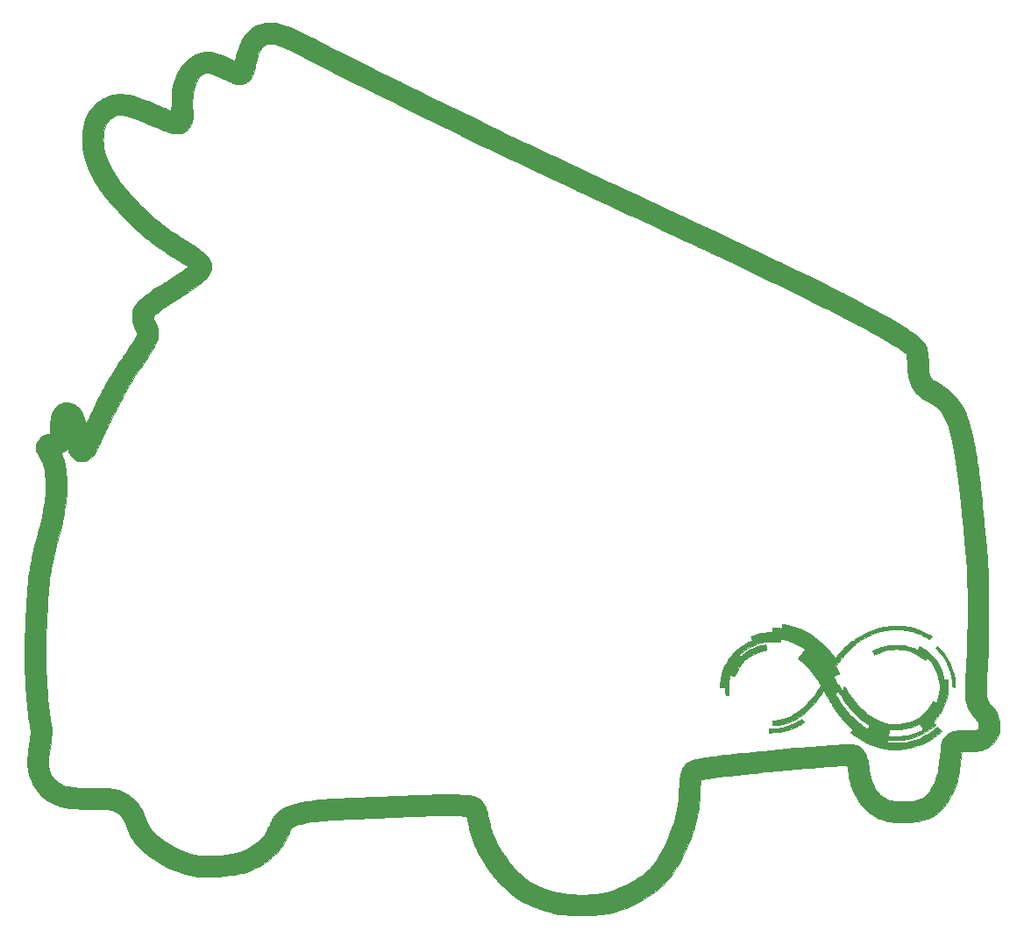
<source format=gbo>
G04 #@! TF.GenerationSoftware,KiCad,Pcbnew,(5.1.9-0-10_14)*
G04 #@! TF.CreationDate,2022-03-06T10:31:41-07:00*
G04 #@! TF.ProjectId,001,3030312e-6b69-4636-9164-5f7063625858,rev?*
G04 #@! TF.SameCoordinates,Original*
G04 #@! TF.FileFunction,Legend,Bot*
G04 #@! TF.FilePolarity,Positive*
%FSLAX46Y46*%
G04 Gerber Fmt 4.6, Leading zero omitted, Abs format (unit mm)*
G04 Created by KiCad (PCBNEW (5.1.9-0-10_14)) date 2022-03-06 10:31:41*
%MOMM*%
%LPD*%
G01*
G04 APERTURE LIST*
%ADD10C,0.010000*%
G04 APERTURE END LIST*
D10*
G36*
X174464592Y-107353750D02*
G01*
X174553379Y-107365272D01*
X174666353Y-107385212D01*
X174798048Y-107412363D01*
X174942998Y-107445521D01*
X175095736Y-107483478D01*
X175250796Y-107525030D01*
X175402712Y-107568971D01*
X175546016Y-107614094D01*
X175577500Y-107624619D01*
X176078202Y-107816036D01*
X176565713Y-108046945D01*
X177040427Y-108317600D01*
X177502737Y-108628253D01*
X177953036Y-108979157D01*
X178391717Y-109370564D01*
X178576258Y-109550766D01*
X178674684Y-109651820D01*
X178784312Y-109768431D01*
X178900086Y-109894838D01*
X179016954Y-110025278D01*
X179129863Y-110153991D01*
X179233758Y-110275215D01*
X179323586Y-110383189D01*
X179394294Y-110472152D01*
X179440828Y-110536341D01*
X179441106Y-110536765D01*
X179470754Y-110575247D01*
X179492148Y-110591595D01*
X179492358Y-110591600D01*
X179510148Y-110576022D01*
X179549862Y-110532848D01*
X179606827Y-110467422D01*
X179676373Y-110385087D01*
X179737514Y-110311142D01*
X179841250Y-110189434D01*
X179967730Y-110048829D01*
X180110338Y-109896066D01*
X180262453Y-109737878D01*
X180417458Y-109581003D01*
X180568733Y-109432177D01*
X180709659Y-109298135D01*
X180833619Y-109185614D01*
X180895812Y-109132302D01*
X180979178Y-109064476D01*
X181037171Y-109021740D01*
X181075646Y-109000600D01*
X181100455Y-108997562D01*
X181111766Y-109003421D01*
X181129197Y-109008903D01*
X181157806Y-109001121D01*
X181202468Y-108977266D01*
X181268054Y-108934530D01*
X181359441Y-108870105D01*
X181422818Y-108824150D01*
X181876398Y-108517855D01*
X182342517Y-108251386D01*
X182820286Y-108025025D01*
X183308816Y-107839051D01*
X183807218Y-107693747D01*
X184314602Y-107589392D01*
X184830079Y-107526267D01*
X185352759Y-107504654D01*
X185589334Y-107508520D01*
X186089379Y-107543111D01*
X186570450Y-107612893D01*
X187038941Y-107719168D01*
X187501250Y-107863239D01*
X187706000Y-107939583D01*
X187851742Y-108000417D01*
X188017242Y-108075728D01*
X188190994Y-108159776D01*
X188361492Y-108246818D01*
X188517233Y-108331112D01*
X188646710Y-108406917D01*
X188663598Y-108417481D01*
X188806279Y-108507714D01*
X188711401Y-108649144D01*
X188616522Y-108790574D01*
X188441720Y-108681944D01*
X188296825Y-108597811D01*
X188123230Y-108506484D01*
X187932624Y-108413447D01*
X187736698Y-108324187D01*
X187547139Y-108244191D01*
X187375638Y-108178946D01*
X187353817Y-108171329D01*
X186875568Y-108027225D01*
X186395851Y-107924516D01*
X185909860Y-107862397D01*
X185412792Y-107840063D01*
X185377667Y-107839969D01*
X184866331Y-107860831D01*
X184362445Y-107923207D01*
X183866937Y-108026784D01*
X183380735Y-108171249D01*
X182904768Y-108356288D01*
X182439964Y-108581588D01*
X181987252Y-108846834D01*
X181592766Y-109118086D01*
X181508523Y-109180327D01*
X181437227Y-109233148D01*
X181385448Y-109271671D01*
X181359760Y-109291014D01*
X181358276Y-109292200D01*
X181362587Y-109311838D01*
X181374647Y-109329147D01*
X181381189Y-109349291D01*
X181367093Y-109376870D01*
X181327741Y-109417982D01*
X181266538Y-109471914D01*
X180843632Y-109853936D01*
X180444550Y-110260560D01*
X180064201Y-110697317D01*
X179697494Y-111169734D01*
X179675692Y-111199502D01*
X179533220Y-111394653D01*
X179617119Y-111518200D01*
X179649869Y-111572511D01*
X179690284Y-111648524D01*
X179734782Y-111738335D01*
X179779783Y-111834037D01*
X179821704Y-111927728D01*
X179856965Y-112011501D01*
X179881984Y-112077453D01*
X179893181Y-112117678D01*
X179892382Y-112125774D01*
X179870886Y-112136302D01*
X179817315Y-112159704D01*
X179738821Y-112192930D01*
X179642555Y-112232933D01*
X179598782Y-112250924D01*
X179498293Y-112293289D01*
X179413876Y-112331158D01*
X179352322Y-112361305D01*
X179320420Y-112380503D01*
X179317511Y-112384595D01*
X179328954Y-112408748D01*
X179356933Y-112461674D01*
X179397113Y-112535311D01*
X179440342Y-112613017D01*
X179501671Y-112724994D01*
X179567609Y-112849643D01*
X179627905Y-112967429D01*
X179653766Y-113019766D01*
X179696788Y-113107274D01*
X179726782Y-113162585D01*
X179748923Y-113191722D01*
X179768390Y-113200709D01*
X179790358Y-113195568D01*
X179800900Y-113190953D01*
X179840859Y-113176283D01*
X179858548Y-113175787D01*
X179869333Y-113196905D01*
X179895353Y-113248860D01*
X179933066Y-113324549D01*
X179978928Y-113416870D01*
X179994912Y-113449100D01*
X180057950Y-113576428D01*
X180105059Y-113668638D01*
X180139900Y-113728142D01*
X180166132Y-113757350D01*
X180187415Y-113758673D01*
X180207409Y-113734523D01*
X180229774Y-113687309D01*
X180257157Y-113621849D01*
X180294041Y-113538079D01*
X180329157Y-113464932D01*
X180356510Y-113414698D01*
X180362864Y-113405171D01*
X180378507Y-113386970D01*
X180393308Y-113383171D01*
X180412016Y-113398752D01*
X180439377Y-113438694D01*
X180480143Y-113507976D01*
X180508694Y-113558096D01*
X180759052Y-113971226D01*
X181032644Y-114371353D01*
X181325798Y-114754467D01*
X181634842Y-115116557D01*
X181956105Y-115453613D01*
X182285915Y-115761623D01*
X182620600Y-116036577D01*
X182956488Y-116274464D01*
X183049334Y-116333316D01*
X183177800Y-116407446D01*
X183333674Y-116489295D01*
X183505221Y-116573361D01*
X183680704Y-116654141D01*
X183848388Y-116726132D01*
X183996536Y-116783830D01*
X184049333Y-116802219D01*
X184397896Y-116899971D01*
X184763360Y-116968804D01*
X185133683Y-117007207D01*
X185496825Y-117013666D01*
X185664400Y-117005026D01*
X186083788Y-116953983D01*
X186482489Y-116866034D01*
X186860737Y-116741079D01*
X187218763Y-116579014D01*
X187556801Y-116379739D01*
X187875083Y-116143151D01*
X188105458Y-115936828D01*
X188327259Y-115707683D01*
X188515547Y-115479852D01*
X188677656Y-115243542D01*
X188820921Y-114988956D01*
X188832616Y-114965860D01*
X188923253Y-114785396D01*
X189088069Y-114858081D01*
X189163677Y-114891045D01*
X189223029Y-114916207D01*
X189256687Y-114929593D01*
X189260756Y-114930767D01*
X189271332Y-114912457D01*
X189292640Y-114863692D01*
X189320714Y-114793715D01*
X189331100Y-114766725D01*
X189451756Y-114392117D01*
X189532398Y-114010348D01*
X189573689Y-113624689D01*
X189576293Y-113238412D01*
X189540876Y-112854789D01*
X189468101Y-112477092D01*
X189358632Y-112108591D01*
X189213134Y-111752558D01*
X189032270Y-111412266D01*
X188816705Y-111090985D01*
X188567103Y-110791987D01*
X188512525Y-110734498D01*
X188373931Y-110591646D01*
X188253805Y-110710519D01*
X188133678Y-110829392D01*
X187967464Y-110687234D01*
X187651530Y-110444325D01*
X187315085Y-110237135D01*
X186960926Y-110066044D01*
X186591847Y-109931428D01*
X186210644Y-109833667D01*
X185820112Y-109773139D01*
X185423045Y-109750222D01*
X185022239Y-109765295D01*
X184620490Y-109818735D01*
X184220591Y-109910922D01*
X183825339Y-110042233D01*
X183669858Y-110105500D01*
X183568197Y-110149944D01*
X183474719Y-110192332D01*
X183399606Y-110227949D01*
X183353038Y-110252082D01*
X183352142Y-110252606D01*
X183284534Y-110292442D01*
X183233118Y-110203896D01*
X183186507Y-110120958D01*
X183145472Y-110043134D01*
X183114223Y-109978948D01*
X183096969Y-109936922D01*
X183095482Y-109925243D01*
X183125248Y-109907038D01*
X183185464Y-109876112D01*
X183267654Y-109836385D01*
X183363341Y-109791775D01*
X183464051Y-109746203D01*
X183561307Y-109703588D01*
X183646634Y-109667848D01*
X183684334Y-109652953D01*
X184032829Y-109532717D01*
X184372711Y-109443762D01*
X184715456Y-109384004D01*
X185072541Y-109351356D01*
X185388250Y-109343354D01*
X185828914Y-109363719D01*
X186256189Y-109424216D01*
X186670313Y-109524896D01*
X187071521Y-109665809D01*
X187253031Y-109744720D01*
X187334174Y-109781388D01*
X187401064Y-109810090D01*
X187444319Y-109826876D01*
X187454724Y-109829600D01*
X187471569Y-109811942D01*
X187501483Y-109764688D01*
X187539242Y-109696417D01*
X187557834Y-109660267D01*
X187596928Y-109585282D01*
X187629804Y-109527311D01*
X187651485Y-109494903D01*
X187656360Y-109490934D01*
X187679124Y-109501189D01*
X187729461Y-109528775D01*
X187798841Y-109568918D01*
X187846226Y-109597146D01*
X188221126Y-109846059D01*
X188564244Y-110122125D01*
X188874845Y-110424485D01*
X189152194Y-110752282D01*
X189395556Y-111104655D01*
X189604197Y-111480745D01*
X189759362Y-111832860D01*
X189806387Y-111962807D01*
X189854642Y-112112860D01*
X189900453Y-112270047D01*
X189940148Y-112421397D01*
X189970054Y-112553938D01*
X189981522Y-112617437D01*
X189992609Y-112672962D01*
X190008567Y-112696559D01*
X190038505Y-112698417D01*
X190051922Y-112696195D01*
X190170139Y-112674890D01*
X190251560Y-112661009D01*
X190300926Y-112653804D01*
X190322981Y-112652531D01*
X190325036Y-112653247D01*
X190330259Y-112674990D01*
X190339716Y-112728331D01*
X190351612Y-112802964D01*
X190355113Y-112826125D01*
X190367198Y-112940475D01*
X190375128Y-113086678D01*
X190379010Y-113254469D01*
X190378951Y-113433585D01*
X190375058Y-113613759D01*
X190367438Y-113784728D01*
X190356198Y-113936225D01*
X190342329Y-114052350D01*
X190254149Y-114494544D01*
X190129018Y-114920631D01*
X189968071Y-115328274D01*
X189772445Y-115715141D01*
X189543275Y-116078895D01*
X189281698Y-116417201D01*
X189088657Y-116628693D01*
X188929336Y-116792035D01*
X189051863Y-116920493D01*
X189101083Y-116970619D01*
X189134536Y-117007236D01*
X189149948Y-117036912D01*
X189145044Y-117066217D01*
X189117552Y-117101719D01*
X189065195Y-117149990D01*
X188985700Y-117217597D01*
X188933667Y-117261903D01*
X188572250Y-117544135D01*
X188186013Y-117793614D01*
X187778162Y-118009310D01*
X187351906Y-118190196D01*
X186910453Y-118335244D01*
X186457011Y-118443424D01*
X185994788Y-118513709D01*
X185526991Y-118545069D01*
X185056830Y-118536477D01*
X184975500Y-118530862D01*
X184858706Y-118521430D01*
X184754124Y-118512084D01*
X184670307Y-118503658D01*
X184615808Y-118496982D01*
X184602070Y-118494523D01*
X184576746Y-118492069D01*
X184561085Y-118506152D01*
X184550648Y-118545502D01*
X184541633Y-118613343D01*
X184534857Y-118682446D01*
X184532307Y-118732345D01*
X184534063Y-118750693D01*
X184564266Y-118760813D01*
X184629987Y-118771035D01*
X184724415Y-118780891D01*
X184840737Y-118789916D01*
X184972141Y-118797644D01*
X185111818Y-118803609D01*
X185252953Y-118807344D01*
X185377667Y-118808412D01*
X185715414Y-118801030D01*
X186026232Y-118778878D01*
X186323428Y-118740349D01*
X186620308Y-118683835D01*
X186838167Y-118631919D01*
X187278083Y-118499876D01*
X187706791Y-118332904D01*
X188119315Y-118133678D01*
X188510676Y-117904875D01*
X188875898Y-117649170D01*
X189210004Y-117369239D01*
X189241771Y-117339774D01*
X189348791Y-117239557D01*
X189790917Y-117685583D01*
X189685084Y-117781613D01*
X189376686Y-118041898D01*
X189039800Y-118290788D01*
X188684992Y-118521472D01*
X188322825Y-118727140D01*
X187963863Y-118900982D01*
X187917667Y-118921025D01*
X187517182Y-119074415D01*
X187090693Y-119204324D01*
X186649156Y-119307906D01*
X186203533Y-119382314D01*
X186086750Y-119396713D01*
X185956474Y-119408280D01*
X185795994Y-119417467D01*
X185616533Y-119424081D01*
X185429311Y-119427931D01*
X185245550Y-119428826D01*
X185076470Y-119426573D01*
X184933292Y-119420981D01*
X184880250Y-119417320D01*
X184347213Y-119353665D01*
X183829123Y-119251370D01*
X183324741Y-119109953D01*
X182832830Y-118928932D01*
X182352150Y-118707824D01*
X181881465Y-118446148D01*
X181419535Y-118143421D01*
X181388412Y-118120683D01*
X184615998Y-118120683D01*
X184626058Y-118137532D01*
X184659556Y-118151650D01*
X184720749Y-118163778D01*
X184813895Y-118174654D01*
X184943252Y-118185019D01*
X185012294Y-118189581D01*
X185142230Y-118197712D01*
X185240964Y-118203287D01*
X185319552Y-118206310D01*
X185389048Y-118206780D01*
X185460508Y-118204701D01*
X185544986Y-118200074D01*
X185653537Y-118192900D01*
X185700854Y-118189679D01*
X186134709Y-118143827D01*
X186557180Y-118066834D01*
X186960083Y-117960394D01*
X187198000Y-117879788D01*
X187290629Y-117843410D01*
X187396733Y-117798402D01*
X187509682Y-117747966D01*
X187622845Y-117695306D01*
X187729592Y-117643625D01*
X187823292Y-117596128D01*
X187897315Y-117556017D01*
X187945030Y-117526497D01*
X187960000Y-117511626D01*
X187949946Y-117487691D01*
X187922849Y-117435446D01*
X187883312Y-117362964D01*
X187835935Y-117278318D01*
X187785320Y-117189581D01*
X187736068Y-117104824D01*
X187692780Y-117032121D01*
X187660056Y-116979545D01*
X187643278Y-116955932D01*
X187618983Y-116958010D01*
X187565325Y-116976694D01*
X187490371Y-117008814D01*
X187407065Y-117048747D01*
X187011508Y-117223773D01*
X186602357Y-117359196D01*
X186182337Y-117454471D01*
X185754175Y-117509056D01*
X185320597Y-117522409D01*
X185081334Y-117512017D01*
X184969070Y-117503601D01*
X184869876Y-117495079D01*
X184792413Y-117487274D01*
X184745341Y-117481014D01*
X184737375Y-117479258D01*
X184706669Y-117477778D01*
X184700334Y-117485825D01*
X184697498Y-117512246D01*
X184689711Y-117572487D01*
X184678057Y-117658468D01*
X184663616Y-117762109D01*
X184658331Y-117799460D01*
X184643135Y-117908025D01*
X184630339Y-118002433D01*
X184621044Y-118074338D01*
X184616349Y-118115391D01*
X184615998Y-118120683D01*
X181388412Y-118120683D01*
X181202542Y-117984890D01*
X181123196Y-117923616D01*
X181057984Y-117870671D01*
X181013465Y-117831564D01*
X180996198Y-117811809D01*
X180996167Y-117811478D01*
X181008600Y-117788088D01*
X181041822Y-117740566D01*
X181089719Y-117677466D01*
X181112874Y-117648210D01*
X181229582Y-117502517D01*
X181096999Y-117387048D01*
X180747016Y-117064126D01*
X180398872Y-116707952D01*
X180060175Y-116327213D01*
X179738532Y-115930596D01*
X179441551Y-115526787D01*
X179347677Y-115389591D01*
X179295770Y-115309733D01*
X179234050Y-115210804D01*
X179165928Y-115098702D01*
X179094816Y-114979325D01*
X179024127Y-114858569D01*
X178957271Y-114742331D01*
X178897661Y-114636510D01*
X178848708Y-114547001D01*
X178813825Y-114479703D01*
X178796422Y-114440511D01*
X178795093Y-114434464D01*
X178812886Y-114416168D01*
X178860797Y-114384114D01*
X178930962Y-114343239D01*
X178994571Y-114309190D01*
X179094462Y-114254710D01*
X179156444Y-114213939D01*
X179182227Y-114185674D01*
X179182547Y-114176899D01*
X179173264Y-114159296D01*
X179157987Y-114151788D01*
X179130228Y-114156278D01*
X179083502Y-114174671D01*
X179011322Y-114208870D01*
X178921834Y-114253434D01*
X178835626Y-114295980D01*
X178763259Y-114330358D01*
X178713098Y-114352679D01*
X178694155Y-114359267D01*
X178679892Y-114341120D01*
X178651297Y-114290972D01*
X178611771Y-114215262D01*
X178564715Y-114120431D01*
X178532063Y-114052350D01*
X178506532Y-113999455D01*
X179496914Y-113999455D01*
X179503388Y-114029101D01*
X179529296Y-114089072D01*
X179571631Y-114173799D01*
X179627386Y-114277712D01*
X179693555Y-114395240D01*
X179767130Y-114520813D01*
X179845104Y-114648862D01*
X179862523Y-114676767D01*
X180207867Y-115192598D01*
X180575120Y-115673919D01*
X180963565Y-116119909D01*
X181372484Y-116529745D01*
X181801159Y-116902603D01*
X181811084Y-116910606D01*
X181869670Y-116955621D01*
X181949164Y-117013674D01*
X182043452Y-117080616D01*
X182146424Y-117152298D01*
X182251968Y-117224570D01*
X182353972Y-117293282D01*
X182446325Y-117354286D01*
X182522915Y-117403432D01*
X182577631Y-117436571D01*
X182604362Y-117449553D01*
X182604961Y-117449600D01*
X182621866Y-117432372D01*
X182653669Y-117386105D01*
X182694997Y-117318924D01*
X182720195Y-117275376D01*
X182760631Y-117199871D01*
X182788616Y-117139362D01*
X182800564Y-117102115D01*
X182798712Y-117094421D01*
X182767440Y-117077875D01*
X182708524Y-117041441D01*
X182628820Y-116989758D01*
X182535186Y-116927464D01*
X182434480Y-116859202D01*
X182333561Y-116789609D01*
X182239284Y-116723325D01*
X182158510Y-116664991D01*
X182109187Y-116627914D01*
X181748483Y-116327279D01*
X181393243Y-115988495D01*
X181047007Y-115615706D01*
X180713315Y-115213053D01*
X180395706Y-114784678D01*
X180097722Y-114334724D01*
X179970615Y-114125701D01*
X179799975Y-113837277D01*
X179651946Y-113907950D01*
X179580712Y-113944077D01*
X179526225Y-113975696D01*
X179498408Y-113996951D01*
X179496914Y-113999455D01*
X178506532Y-113999455D01*
X178482000Y-113948632D01*
X178437340Y-113859893D01*
X178401471Y-113792570D01*
X178377780Y-113753102D01*
X178370554Y-113745434D01*
X178351848Y-113762230D01*
X178320801Y-113805493D01*
X178295875Y-113845975D01*
X178234253Y-113946884D01*
X178153587Y-114071579D01*
X178060564Y-114210229D01*
X177961871Y-114353005D01*
X177864197Y-114490077D01*
X177781809Y-114601603D01*
X177449227Y-115015203D01*
X177103088Y-115393948D01*
X176744643Y-115737075D01*
X176375143Y-116043817D01*
X175995841Y-116313410D01*
X175607986Y-116545089D01*
X175212831Y-116738089D01*
X174811627Y-116891644D01*
X174405626Y-117004990D01*
X173996078Y-117077362D01*
X173688375Y-117104240D01*
X173418500Y-117117473D01*
X173418500Y-116649833D01*
X173635459Y-116634995D01*
X174042110Y-116587987D01*
X174437607Y-116502994D01*
X174823225Y-116379397D01*
X175200241Y-116216576D01*
X175569931Y-116013914D01*
X175933572Y-115770790D01*
X176292441Y-115486586D01*
X176620075Y-115187730D01*
X176862474Y-114939927D01*
X177104149Y-114668937D01*
X177338494Y-114383268D01*
X177558906Y-114091425D01*
X177758781Y-113801916D01*
X177931515Y-113523247D01*
X177983276Y-113431777D01*
X178021064Y-113363463D01*
X178050258Y-113311233D01*
X178065486Y-113284690D01*
X178066356Y-113283344D01*
X178086372Y-113286530D01*
X178115687Y-113299963D01*
X178149317Y-113314216D01*
X178159834Y-113313007D01*
X178149134Y-113289437D01*
X178119784Y-113236945D01*
X178075909Y-113162296D01*
X178021632Y-113072253D01*
X177961077Y-112973580D01*
X177898369Y-112873041D01*
X177837632Y-112777401D01*
X177782990Y-112693423D01*
X177771750Y-112676517D01*
X177524298Y-112323478D01*
X177269855Y-111996470D01*
X177000502Y-111686500D01*
X176708320Y-111384573D01*
X176624392Y-111305857D01*
X178604804Y-111305857D01*
X178616587Y-111333026D01*
X178648746Y-111385329D01*
X178695860Y-111454333D01*
X178734009Y-111506940D01*
X178805278Y-111605391D01*
X178885932Y-111720528D01*
X178962693Y-111833281D01*
X178991979Y-111877475D01*
X179057700Y-111976509D01*
X179101714Y-112039809D01*
X179124365Y-112067782D01*
X179125995Y-112060832D01*
X179106946Y-112019365D01*
X179099414Y-112004475D01*
X179075856Y-111964362D01*
X179033254Y-111897293D01*
X178976819Y-111811009D01*
X178911761Y-111713251D01*
X178843293Y-111611758D01*
X178776623Y-111514271D01*
X178716964Y-111428532D01*
X178669525Y-111362280D01*
X178647005Y-111332434D01*
X178618965Y-111303837D01*
X178605102Y-111303304D01*
X178604804Y-111305857D01*
X176624392Y-111305857D01*
X176385390Y-111081698D01*
X176302459Y-111007891D01*
X176192237Y-110910104D01*
X176093326Y-110821191D01*
X176009950Y-110745045D01*
X175946330Y-110685557D01*
X175906692Y-110646617D01*
X175895000Y-110632469D01*
X175908269Y-110613711D01*
X175945213Y-110568166D01*
X176001535Y-110500825D01*
X176072941Y-110416676D01*
X176155135Y-110320710D01*
X176243822Y-110217918D01*
X176334706Y-110113289D01*
X176423492Y-110011813D01*
X176505884Y-109918481D01*
X176577587Y-109838282D01*
X176598728Y-109814937D01*
X176640937Y-109768523D01*
X176400260Y-109610721D01*
X176016702Y-109380474D01*
X175616357Y-109180559D01*
X175208019Y-109015042D01*
X174889584Y-108912421D01*
X174764018Y-108878434D01*
X174636309Y-108847015D01*
X174513459Y-108819546D01*
X174402471Y-108797412D01*
X174310348Y-108781995D01*
X174244094Y-108774679D01*
X174210710Y-108776847D01*
X174209049Y-108777996D01*
X174198818Y-108805147D01*
X174186637Y-108861350D01*
X174176784Y-108923150D01*
X174166142Y-108992777D01*
X174156293Y-109043480D01*
X174150158Y-109062665D01*
X174127030Y-109064038D01*
X174069807Y-109061671D01*
X173986513Y-109056043D01*
X173885176Y-109047633D01*
X173859333Y-109045280D01*
X173634844Y-109031951D01*
X173386685Y-109029975D01*
X173131826Y-109038848D01*
X172887236Y-109058066D01*
X172720000Y-109079078D01*
X172282721Y-109166035D01*
X171857712Y-109292323D01*
X171447938Y-109456618D01*
X171056364Y-109657599D01*
X170685952Y-109893940D01*
X170395578Y-110116951D01*
X170198405Y-110281299D01*
X170283967Y-110366862D01*
X170369530Y-110452424D01*
X170420711Y-110410887D01*
X170459059Y-110379662D01*
X170520157Y-110329800D01*
X170593992Y-110269477D01*
X170638154Y-110233368D01*
X170939231Y-110011711D01*
X171270058Y-109813053D01*
X171622689Y-109641134D01*
X171989173Y-109499697D01*
X172361563Y-109392483D01*
X172480654Y-109366019D01*
X172596855Y-109342485D01*
X172678245Y-109328310D01*
X172731460Y-109324238D01*
X172763135Y-109331016D01*
X172779906Y-109349390D01*
X172788411Y-109380104D01*
X172791735Y-109400975D01*
X172812911Y-109546041D01*
X172829198Y-109666979D01*
X172840064Y-109759298D01*
X172844977Y-109818506D01*
X172843760Y-109839895D01*
X172820834Y-109847355D01*
X172765332Y-109861010D01*
X172686190Y-109878756D01*
X172613644Y-109894114D01*
X172298943Y-109974731D01*
X171980083Y-110085604D01*
X171668786Y-110221692D01*
X171376774Y-110377952D01*
X171153667Y-110522028D01*
X171003626Y-110638010D01*
X170842497Y-110779452D01*
X170679266Y-110937195D01*
X170522916Y-111102076D01*
X170382431Y-111264936D01*
X170266797Y-111416613D01*
X170244729Y-111448850D01*
X170128075Y-111634702D01*
X170021051Y-111826679D01*
X169929268Y-112013802D01*
X169858338Y-112185093D01*
X169837330Y-112245885D01*
X169811723Y-112315724D01*
X169787640Y-112364993D01*
X169769809Y-112384241D01*
X169768185Y-112384040D01*
X169698859Y-112360847D01*
X169616164Y-112335557D01*
X169529968Y-112310868D01*
X169450136Y-112289476D01*
X169386536Y-112274079D01*
X169349035Y-112267373D01*
X169343299Y-112267912D01*
X169332444Y-112294897D01*
X169316197Y-112354995D01*
X169296354Y-112439604D01*
X169274711Y-112540119D01*
X169253067Y-112647934D01*
X169233217Y-112754448D01*
X169216958Y-112851054D01*
X169207252Y-112919378D01*
X169194356Y-113067935D01*
X169187583Y-113244264D01*
X169186792Y-113434268D01*
X169191843Y-113623851D01*
X169202596Y-113798918D01*
X169217370Y-113934810D01*
X169228888Y-114027113D01*
X169235395Y-114103337D01*
X169236276Y-114154138D01*
X169232857Y-114169952D01*
X169205818Y-114180364D01*
X169150997Y-114194680D01*
X169082381Y-114209904D01*
X169013955Y-114223038D01*
X168959704Y-114231086D01*
X168942015Y-114232267D01*
X168925559Y-114212078D01*
X168908607Y-114155379D01*
X168892056Y-114067967D01*
X168876808Y-113955644D01*
X168863760Y-113824207D01*
X168853812Y-113679457D01*
X168852570Y-113655475D01*
X168840271Y-113406767D01*
X168374382Y-113406767D01*
X168388354Y-113162123D01*
X168434659Y-112714465D01*
X168521074Y-112278131D01*
X168646410Y-111855152D01*
X168809474Y-111447564D01*
X169009077Y-111057400D01*
X169244027Y-110686693D01*
X169513134Y-110337477D01*
X169815207Y-110011787D01*
X170149055Y-109711655D01*
X170513487Y-109439115D01*
X170603334Y-109379360D01*
X170727344Y-109302664D01*
X170870304Y-109220555D01*
X171020240Y-109139416D01*
X171165175Y-109065627D01*
X171293135Y-109005573D01*
X171349459Y-108981703D01*
X171413190Y-108952334D01*
X171457249Y-108924830D01*
X171471167Y-108907540D01*
X171463478Y-108872857D01*
X171444426Y-108818668D01*
X171438695Y-108804553D01*
X171410812Y-108736623D01*
X171378219Y-108655596D01*
X171365187Y-108622730D01*
X171324152Y-108518623D01*
X171646368Y-108414354D01*
X171992247Y-108311816D01*
X172319559Y-108235244D01*
X172641170Y-108182247D01*
X172969945Y-108150436D01*
X173106292Y-108143109D01*
X173418500Y-108129840D01*
X173418500Y-107691767D01*
X173529625Y-107692102D01*
X173603708Y-107694334D01*
X173707668Y-107700072D01*
X173829286Y-107708373D01*
X173956339Y-107718295D01*
X174076607Y-107728895D01*
X174177868Y-107739233D01*
X174236234Y-107746571D01*
X174323717Y-107759331D01*
X174348803Y-107572091D01*
X174360850Y-107485630D01*
X174371640Y-107414310D01*
X174379460Y-107369226D01*
X174381447Y-107360781D01*
X174405460Y-107351851D01*
X174464592Y-107353750D01*
G37*
X174464592Y-107353750D02*
X174553379Y-107365272D01*
X174666353Y-107385212D01*
X174798048Y-107412363D01*
X174942998Y-107445521D01*
X175095736Y-107483478D01*
X175250796Y-107525030D01*
X175402712Y-107568971D01*
X175546016Y-107614094D01*
X175577500Y-107624619D01*
X176078202Y-107816036D01*
X176565713Y-108046945D01*
X177040427Y-108317600D01*
X177502737Y-108628253D01*
X177953036Y-108979157D01*
X178391717Y-109370564D01*
X178576258Y-109550766D01*
X178674684Y-109651820D01*
X178784312Y-109768431D01*
X178900086Y-109894838D01*
X179016954Y-110025278D01*
X179129863Y-110153991D01*
X179233758Y-110275215D01*
X179323586Y-110383189D01*
X179394294Y-110472152D01*
X179440828Y-110536341D01*
X179441106Y-110536765D01*
X179470754Y-110575247D01*
X179492148Y-110591595D01*
X179492358Y-110591600D01*
X179510148Y-110576022D01*
X179549862Y-110532848D01*
X179606827Y-110467422D01*
X179676373Y-110385087D01*
X179737514Y-110311142D01*
X179841250Y-110189434D01*
X179967730Y-110048829D01*
X180110338Y-109896066D01*
X180262453Y-109737878D01*
X180417458Y-109581003D01*
X180568733Y-109432177D01*
X180709659Y-109298135D01*
X180833619Y-109185614D01*
X180895812Y-109132302D01*
X180979178Y-109064476D01*
X181037171Y-109021740D01*
X181075646Y-109000600D01*
X181100455Y-108997562D01*
X181111766Y-109003421D01*
X181129197Y-109008903D01*
X181157806Y-109001121D01*
X181202468Y-108977266D01*
X181268054Y-108934530D01*
X181359441Y-108870105D01*
X181422818Y-108824150D01*
X181876398Y-108517855D01*
X182342517Y-108251386D01*
X182820286Y-108025025D01*
X183308816Y-107839051D01*
X183807218Y-107693747D01*
X184314602Y-107589392D01*
X184830079Y-107526267D01*
X185352759Y-107504654D01*
X185589334Y-107508520D01*
X186089379Y-107543111D01*
X186570450Y-107612893D01*
X187038941Y-107719168D01*
X187501250Y-107863239D01*
X187706000Y-107939583D01*
X187851742Y-108000417D01*
X188017242Y-108075728D01*
X188190994Y-108159776D01*
X188361492Y-108246818D01*
X188517233Y-108331112D01*
X188646710Y-108406917D01*
X188663598Y-108417481D01*
X188806279Y-108507714D01*
X188711401Y-108649144D01*
X188616522Y-108790574D01*
X188441720Y-108681944D01*
X188296825Y-108597811D01*
X188123230Y-108506484D01*
X187932624Y-108413447D01*
X187736698Y-108324187D01*
X187547139Y-108244191D01*
X187375638Y-108178946D01*
X187353817Y-108171329D01*
X186875568Y-108027225D01*
X186395851Y-107924516D01*
X185909860Y-107862397D01*
X185412792Y-107840063D01*
X185377667Y-107839969D01*
X184866331Y-107860831D01*
X184362445Y-107923207D01*
X183866937Y-108026784D01*
X183380735Y-108171249D01*
X182904768Y-108356288D01*
X182439964Y-108581588D01*
X181987252Y-108846834D01*
X181592766Y-109118086D01*
X181508523Y-109180327D01*
X181437227Y-109233148D01*
X181385448Y-109271671D01*
X181359760Y-109291014D01*
X181358276Y-109292200D01*
X181362587Y-109311838D01*
X181374647Y-109329147D01*
X181381189Y-109349291D01*
X181367093Y-109376870D01*
X181327741Y-109417982D01*
X181266538Y-109471914D01*
X180843632Y-109853936D01*
X180444550Y-110260560D01*
X180064201Y-110697317D01*
X179697494Y-111169734D01*
X179675692Y-111199502D01*
X179533220Y-111394653D01*
X179617119Y-111518200D01*
X179649869Y-111572511D01*
X179690284Y-111648524D01*
X179734782Y-111738335D01*
X179779783Y-111834037D01*
X179821704Y-111927728D01*
X179856965Y-112011501D01*
X179881984Y-112077453D01*
X179893181Y-112117678D01*
X179892382Y-112125774D01*
X179870886Y-112136302D01*
X179817315Y-112159704D01*
X179738821Y-112192930D01*
X179642555Y-112232933D01*
X179598782Y-112250924D01*
X179498293Y-112293289D01*
X179413876Y-112331158D01*
X179352322Y-112361305D01*
X179320420Y-112380503D01*
X179317511Y-112384595D01*
X179328954Y-112408748D01*
X179356933Y-112461674D01*
X179397113Y-112535311D01*
X179440342Y-112613017D01*
X179501671Y-112724994D01*
X179567609Y-112849643D01*
X179627905Y-112967429D01*
X179653766Y-113019766D01*
X179696788Y-113107274D01*
X179726782Y-113162585D01*
X179748923Y-113191722D01*
X179768390Y-113200709D01*
X179790358Y-113195568D01*
X179800900Y-113190953D01*
X179840859Y-113176283D01*
X179858548Y-113175787D01*
X179869333Y-113196905D01*
X179895353Y-113248860D01*
X179933066Y-113324549D01*
X179978928Y-113416870D01*
X179994912Y-113449100D01*
X180057950Y-113576428D01*
X180105059Y-113668638D01*
X180139900Y-113728142D01*
X180166132Y-113757350D01*
X180187415Y-113758673D01*
X180207409Y-113734523D01*
X180229774Y-113687309D01*
X180257157Y-113621849D01*
X180294041Y-113538079D01*
X180329157Y-113464932D01*
X180356510Y-113414698D01*
X180362864Y-113405171D01*
X180378507Y-113386970D01*
X180393308Y-113383171D01*
X180412016Y-113398752D01*
X180439377Y-113438694D01*
X180480143Y-113507976D01*
X180508694Y-113558096D01*
X180759052Y-113971226D01*
X181032644Y-114371353D01*
X181325798Y-114754467D01*
X181634842Y-115116557D01*
X181956105Y-115453613D01*
X182285915Y-115761623D01*
X182620600Y-116036577D01*
X182956488Y-116274464D01*
X183049334Y-116333316D01*
X183177800Y-116407446D01*
X183333674Y-116489295D01*
X183505221Y-116573361D01*
X183680704Y-116654141D01*
X183848388Y-116726132D01*
X183996536Y-116783830D01*
X184049333Y-116802219D01*
X184397896Y-116899971D01*
X184763360Y-116968804D01*
X185133683Y-117007207D01*
X185496825Y-117013666D01*
X185664400Y-117005026D01*
X186083788Y-116953983D01*
X186482489Y-116866034D01*
X186860737Y-116741079D01*
X187218763Y-116579014D01*
X187556801Y-116379739D01*
X187875083Y-116143151D01*
X188105458Y-115936828D01*
X188327259Y-115707683D01*
X188515547Y-115479852D01*
X188677656Y-115243542D01*
X188820921Y-114988956D01*
X188832616Y-114965860D01*
X188923253Y-114785396D01*
X189088069Y-114858081D01*
X189163677Y-114891045D01*
X189223029Y-114916207D01*
X189256687Y-114929593D01*
X189260756Y-114930767D01*
X189271332Y-114912457D01*
X189292640Y-114863692D01*
X189320714Y-114793715D01*
X189331100Y-114766725D01*
X189451756Y-114392117D01*
X189532398Y-114010348D01*
X189573689Y-113624689D01*
X189576293Y-113238412D01*
X189540876Y-112854789D01*
X189468101Y-112477092D01*
X189358632Y-112108591D01*
X189213134Y-111752558D01*
X189032270Y-111412266D01*
X188816705Y-111090985D01*
X188567103Y-110791987D01*
X188512525Y-110734498D01*
X188373931Y-110591646D01*
X188253805Y-110710519D01*
X188133678Y-110829392D01*
X187967464Y-110687234D01*
X187651530Y-110444325D01*
X187315085Y-110237135D01*
X186960926Y-110066044D01*
X186591847Y-109931428D01*
X186210644Y-109833667D01*
X185820112Y-109773139D01*
X185423045Y-109750222D01*
X185022239Y-109765295D01*
X184620490Y-109818735D01*
X184220591Y-109910922D01*
X183825339Y-110042233D01*
X183669858Y-110105500D01*
X183568197Y-110149944D01*
X183474719Y-110192332D01*
X183399606Y-110227949D01*
X183353038Y-110252082D01*
X183352142Y-110252606D01*
X183284534Y-110292442D01*
X183233118Y-110203896D01*
X183186507Y-110120958D01*
X183145472Y-110043134D01*
X183114223Y-109978948D01*
X183096969Y-109936922D01*
X183095482Y-109925243D01*
X183125248Y-109907038D01*
X183185464Y-109876112D01*
X183267654Y-109836385D01*
X183363341Y-109791775D01*
X183464051Y-109746203D01*
X183561307Y-109703588D01*
X183646634Y-109667848D01*
X183684334Y-109652953D01*
X184032829Y-109532717D01*
X184372711Y-109443762D01*
X184715456Y-109384004D01*
X185072541Y-109351356D01*
X185388250Y-109343354D01*
X185828914Y-109363719D01*
X186256189Y-109424216D01*
X186670313Y-109524896D01*
X187071521Y-109665809D01*
X187253031Y-109744720D01*
X187334174Y-109781388D01*
X187401064Y-109810090D01*
X187444319Y-109826876D01*
X187454724Y-109829600D01*
X187471569Y-109811942D01*
X187501483Y-109764688D01*
X187539242Y-109696417D01*
X187557834Y-109660267D01*
X187596928Y-109585282D01*
X187629804Y-109527311D01*
X187651485Y-109494903D01*
X187656360Y-109490934D01*
X187679124Y-109501189D01*
X187729461Y-109528775D01*
X187798841Y-109568918D01*
X187846226Y-109597146D01*
X188221126Y-109846059D01*
X188564244Y-110122125D01*
X188874845Y-110424485D01*
X189152194Y-110752282D01*
X189395556Y-111104655D01*
X189604197Y-111480745D01*
X189759362Y-111832860D01*
X189806387Y-111962807D01*
X189854642Y-112112860D01*
X189900453Y-112270047D01*
X189940148Y-112421397D01*
X189970054Y-112553938D01*
X189981522Y-112617437D01*
X189992609Y-112672962D01*
X190008567Y-112696559D01*
X190038505Y-112698417D01*
X190051922Y-112696195D01*
X190170139Y-112674890D01*
X190251560Y-112661009D01*
X190300926Y-112653804D01*
X190322981Y-112652531D01*
X190325036Y-112653247D01*
X190330259Y-112674990D01*
X190339716Y-112728331D01*
X190351612Y-112802964D01*
X190355113Y-112826125D01*
X190367198Y-112940475D01*
X190375128Y-113086678D01*
X190379010Y-113254469D01*
X190378951Y-113433585D01*
X190375058Y-113613759D01*
X190367438Y-113784728D01*
X190356198Y-113936225D01*
X190342329Y-114052350D01*
X190254149Y-114494544D01*
X190129018Y-114920631D01*
X189968071Y-115328274D01*
X189772445Y-115715141D01*
X189543275Y-116078895D01*
X189281698Y-116417201D01*
X189088657Y-116628693D01*
X188929336Y-116792035D01*
X189051863Y-116920493D01*
X189101083Y-116970619D01*
X189134536Y-117007236D01*
X189149948Y-117036912D01*
X189145044Y-117066217D01*
X189117552Y-117101719D01*
X189065195Y-117149990D01*
X188985700Y-117217597D01*
X188933667Y-117261903D01*
X188572250Y-117544135D01*
X188186013Y-117793614D01*
X187778162Y-118009310D01*
X187351906Y-118190196D01*
X186910453Y-118335244D01*
X186457011Y-118443424D01*
X185994788Y-118513709D01*
X185526991Y-118545069D01*
X185056830Y-118536477D01*
X184975500Y-118530862D01*
X184858706Y-118521430D01*
X184754124Y-118512084D01*
X184670307Y-118503658D01*
X184615808Y-118496982D01*
X184602070Y-118494523D01*
X184576746Y-118492069D01*
X184561085Y-118506152D01*
X184550648Y-118545502D01*
X184541633Y-118613343D01*
X184534857Y-118682446D01*
X184532307Y-118732345D01*
X184534063Y-118750693D01*
X184564266Y-118760813D01*
X184629987Y-118771035D01*
X184724415Y-118780891D01*
X184840737Y-118789916D01*
X184972141Y-118797644D01*
X185111818Y-118803609D01*
X185252953Y-118807344D01*
X185377667Y-118808412D01*
X185715414Y-118801030D01*
X186026232Y-118778878D01*
X186323428Y-118740349D01*
X186620308Y-118683835D01*
X186838167Y-118631919D01*
X187278083Y-118499876D01*
X187706791Y-118332904D01*
X188119315Y-118133678D01*
X188510676Y-117904875D01*
X188875898Y-117649170D01*
X189210004Y-117369239D01*
X189241771Y-117339774D01*
X189348791Y-117239557D01*
X189790917Y-117685583D01*
X189685084Y-117781613D01*
X189376686Y-118041898D01*
X189039800Y-118290788D01*
X188684992Y-118521472D01*
X188322825Y-118727140D01*
X187963863Y-118900982D01*
X187917667Y-118921025D01*
X187517182Y-119074415D01*
X187090693Y-119204324D01*
X186649156Y-119307906D01*
X186203533Y-119382314D01*
X186086750Y-119396713D01*
X185956474Y-119408280D01*
X185795994Y-119417467D01*
X185616533Y-119424081D01*
X185429311Y-119427931D01*
X185245550Y-119428826D01*
X185076470Y-119426573D01*
X184933292Y-119420981D01*
X184880250Y-119417320D01*
X184347213Y-119353665D01*
X183829123Y-119251370D01*
X183324741Y-119109953D01*
X182832830Y-118928932D01*
X182352150Y-118707824D01*
X181881465Y-118446148D01*
X181419535Y-118143421D01*
X181388412Y-118120683D01*
X184615998Y-118120683D01*
X184626058Y-118137532D01*
X184659556Y-118151650D01*
X184720749Y-118163778D01*
X184813895Y-118174654D01*
X184943252Y-118185019D01*
X185012294Y-118189581D01*
X185142230Y-118197712D01*
X185240964Y-118203287D01*
X185319552Y-118206310D01*
X185389048Y-118206780D01*
X185460508Y-118204701D01*
X185544986Y-118200074D01*
X185653537Y-118192900D01*
X185700854Y-118189679D01*
X186134709Y-118143827D01*
X186557180Y-118066834D01*
X186960083Y-117960394D01*
X187198000Y-117879788D01*
X187290629Y-117843410D01*
X187396733Y-117798402D01*
X187509682Y-117747966D01*
X187622845Y-117695306D01*
X187729592Y-117643625D01*
X187823292Y-117596128D01*
X187897315Y-117556017D01*
X187945030Y-117526497D01*
X187960000Y-117511626D01*
X187949946Y-117487691D01*
X187922849Y-117435446D01*
X187883312Y-117362964D01*
X187835935Y-117278318D01*
X187785320Y-117189581D01*
X187736068Y-117104824D01*
X187692780Y-117032121D01*
X187660056Y-116979545D01*
X187643278Y-116955932D01*
X187618983Y-116958010D01*
X187565325Y-116976694D01*
X187490371Y-117008814D01*
X187407065Y-117048747D01*
X187011508Y-117223773D01*
X186602357Y-117359196D01*
X186182337Y-117454471D01*
X185754175Y-117509056D01*
X185320597Y-117522409D01*
X185081334Y-117512017D01*
X184969070Y-117503601D01*
X184869876Y-117495079D01*
X184792413Y-117487274D01*
X184745341Y-117481014D01*
X184737375Y-117479258D01*
X184706669Y-117477778D01*
X184700334Y-117485825D01*
X184697498Y-117512246D01*
X184689711Y-117572487D01*
X184678057Y-117658468D01*
X184663616Y-117762109D01*
X184658331Y-117799460D01*
X184643135Y-117908025D01*
X184630339Y-118002433D01*
X184621044Y-118074338D01*
X184616349Y-118115391D01*
X184615998Y-118120683D01*
X181388412Y-118120683D01*
X181202542Y-117984890D01*
X181123196Y-117923616D01*
X181057984Y-117870671D01*
X181013465Y-117831564D01*
X180996198Y-117811809D01*
X180996167Y-117811478D01*
X181008600Y-117788088D01*
X181041822Y-117740566D01*
X181089719Y-117677466D01*
X181112874Y-117648210D01*
X181229582Y-117502517D01*
X181096999Y-117387048D01*
X180747016Y-117064126D01*
X180398872Y-116707952D01*
X180060175Y-116327213D01*
X179738532Y-115930596D01*
X179441551Y-115526787D01*
X179347677Y-115389591D01*
X179295770Y-115309733D01*
X179234050Y-115210804D01*
X179165928Y-115098702D01*
X179094816Y-114979325D01*
X179024127Y-114858569D01*
X178957271Y-114742331D01*
X178897661Y-114636510D01*
X178848708Y-114547001D01*
X178813825Y-114479703D01*
X178796422Y-114440511D01*
X178795093Y-114434464D01*
X178812886Y-114416168D01*
X178860797Y-114384114D01*
X178930962Y-114343239D01*
X178994571Y-114309190D01*
X179094462Y-114254710D01*
X179156444Y-114213939D01*
X179182227Y-114185674D01*
X179182547Y-114176899D01*
X179173264Y-114159296D01*
X179157987Y-114151788D01*
X179130228Y-114156278D01*
X179083502Y-114174671D01*
X179011322Y-114208870D01*
X178921834Y-114253434D01*
X178835626Y-114295980D01*
X178763259Y-114330358D01*
X178713098Y-114352679D01*
X178694155Y-114359267D01*
X178679892Y-114341120D01*
X178651297Y-114290972D01*
X178611771Y-114215262D01*
X178564715Y-114120431D01*
X178532063Y-114052350D01*
X178506532Y-113999455D01*
X179496914Y-113999455D01*
X179503388Y-114029101D01*
X179529296Y-114089072D01*
X179571631Y-114173799D01*
X179627386Y-114277712D01*
X179693555Y-114395240D01*
X179767130Y-114520813D01*
X179845104Y-114648862D01*
X179862523Y-114676767D01*
X180207867Y-115192598D01*
X180575120Y-115673919D01*
X180963565Y-116119909D01*
X181372484Y-116529745D01*
X181801159Y-116902603D01*
X181811084Y-116910606D01*
X181869670Y-116955621D01*
X181949164Y-117013674D01*
X182043452Y-117080616D01*
X182146424Y-117152298D01*
X182251968Y-117224570D01*
X182353972Y-117293282D01*
X182446325Y-117354286D01*
X182522915Y-117403432D01*
X182577631Y-117436571D01*
X182604362Y-117449553D01*
X182604961Y-117449600D01*
X182621866Y-117432372D01*
X182653669Y-117386105D01*
X182694997Y-117318924D01*
X182720195Y-117275376D01*
X182760631Y-117199871D01*
X182788616Y-117139362D01*
X182800564Y-117102115D01*
X182798712Y-117094421D01*
X182767440Y-117077875D01*
X182708524Y-117041441D01*
X182628820Y-116989758D01*
X182535186Y-116927464D01*
X182434480Y-116859202D01*
X182333561Y-116789609D01*
X182239284Y-116723325D01*
X182158510Y-116664991D01*
X182109187Y-116627914D01*
X181748483Y-116327279D01*
X181393243Y-115988495D01*
X181047007Y-115615706D01*
X180713315Y-115213053D01*
X180395706Y-114784678D01*
X180097722Y-114334724D01*
X179970615Y-114125701D01*
X179799975Y-113837277D01*
X179651946Y-113907950D01*
X179580712Y-113944077D01*
X179526225Y-113975696D01*
X179498408Y-113996951D01*
X179496914Y-113999455D01*
X178506532Y-113999455D01*
X178482000Y-113948632D01*
X178437340Y-113859893D01*
X178401471Y-113792570D01*
X178377780Y-113753102D01*
X178370554Y-113745434D01*
X178351848Y-113762230D01*
X178320801Y-113805493D01*
X178295875Y-113845975D01*
X178234253Y-113946884D01*
X178153587Y-114071579D01*
X178060564Y-114210229D01*
X177961871Y-114353005D01*
X177864197Y-114490077D01*
X177781809Y-114601603D01*
X177449227Y-115015203D01*
X177103088Y-115393948D01*
X176744643Y-115737075D01*
X176375143Y-116043817D01*
X175995841Y-116313410D01*
X175607986Y-116545089D01*
X175212831Y-116738089D01*
X174811627Y-116891644D01*
X174405626Y-117004990D01*
X173996078Y-117077362D01*
X173688375Y-117104240D01*
X173418500Y-117117473D01*
X173418500Y-116649833D01*
X173635459Y-116634995D01*
X174042110Y-116587987D01*
X174437607Y-116502994D01*
X174823225Y-116379397D01*
X175200241Y-116216576D01*
X175569931Y-116013914D01*
X175933572Y-115770790D01*
X176292441Y-115486586D01*
X176620075Y-115187730D01*
X176862474Y-114939927D01*
X177104149Y-114668937D01*
X177338494Y-114383268D01*
X177558906Y-114091425D01*
X177758781Y-113801916D01*
X177931515Y-113523247D01*
X177983276Y-113431777D01*
X178021064Y-113363463D01*
X178050258Y-113311233D01*
X178065486Y-113284690D01*
X178066356Y-113283344D01*
X178086372Y-113286530D01*
X178115687Y-113299963D01*
X178149317Y-113314216D01*
X178159834Y-113313007D01*
X178149134Y-113289437D01*
X178119784Y-113236945D01*
X178075909Y-113162296D01*
X178021632Y-113072253D01*
X177961077Y-112973580D01*
X177898369Y-112873041D01*
X177837632Y-112777401D01*
X177782990Y-112693423D01*
X177771750Y-112676517D01*
X177524298Y-112323478D01*
X177269855Y-111996470D01*
X177000502Y-111686500D01*
X176708320Y-111384573D01*
X176624392Y-111305857D01*
X178604804Y-111305857D01*
X178616587Y-111333026D01*
X178648746Y-111385329D01*
X178695860Y-111454333D01*
X178734009Y-111506940D01*
X178805278Y-111605391D01*
X178885932Y-111720528D01*
X178962693Y-111833281D01*
X178991979Y-111877475D01*
X179057700Y-111976509D01*
X179101714Y-112039809D01*
X179124365Y-112067782D01*
X179125995Y-112060832D01*
X179106946Y-112019365D01*
X179099414Y-112004475D01*
X179075856Y-111964362D01*
X179033254Y-111897293D01*
X178976819Y-111811009D01*
X178911761Y-111713251D01*
X178843293Y-111611758D01*
X178776623Y-111514271D01*
X178716964Y-111428532D01*
X178669525Y-111362280D01*
X178647005Y-111332434D01*
X178618965Y-111303837D01*
X178605102Y-111303304D01*
X178604804Y-111305857D01*
X176624392Y-111305857D01*
X176385390Y-111081698D01*
X176302459Y-111007891D01*
X176192237Y-110910104D01*
X176093326Y-110821191D01*
X176009950Y-110745045D01*
X175946330Y-110685557D01*
X175906692Y-110646617D01*
X175895000Y-110632469D01*
X175908269Y-110613711D01*
X175945213Y-110568166D01*
X176001535Y-110500825D01*
X176072941Y-110416676D01*
X176155135Y-110320710D01*
X176243822Y-110217918D01*
X176334706Y-110113289D01*
X176423492Y-110011813D01*
X176505884Y-109918481D01*
X176577587Y-109838282D01*
X176598728Y-109814937D01*
X176640937Y-109768523D01*
X176400260Y-109610721D01*
X176016702Y-109380474D01*
X175616357Y-109180559D01*
X175208019Y-109015042D01*
X174889584Y-108912421D01*
X174764018Y-108878434D01*
X174636309Y-108847015D01*
X174513459Y-108819546D01*
X174402471Y-108797412D01*
X174310348Y-108781995D01*
X174244094Y-108774679D01*
X174210710Y-108776847D01*
X174209049Y-108777996D01*
X174198818Y-108805147D01*
X174186637Y-108861350D01*
X174176784Y-108923150D01*
X174166142Y-108992777D01*
X174156293Y-109043480D01*
X174150158Y-109062665D01*
X174127030Y-109064038D01*
X174069807Y-109061671D01*
X173986513Y-109056043D01*
X173885176Y-109047633D01*
X173859333Y-109045280D01*
X173634844Y-109031951D01*
X173386685Y-109029975D01*
X173131826Y-109038848D01*
X172887236Y-109058066D01*
X172720000Y-109079078D01*
X172282721Y-109166035D01*
X171857712Y-109292323D01*
X171447938Y-109456618D01*
X171056364Y-109657599D01*
X170685952Y-109893940D01*
X170395578Y-110116951D01*
X170198405Y-110281299D01*
X170283967Y-110366862D01*
X170369530Y-110452424D01*
X170420711Y-110410887D01*
X170459059Y-110379662D01*
X170520157Y-110329800D01*
X170593992Y-110269477D01*
X170638154Y-110233368D01*
X170939231Y-110011711D01*
X171270058Y-109813053D01*
X171622689Y-109641134D01*
X171989173Y-109499697D01*
X172361563Y-109392483D01*
X172480654Y-109366019D01*
X172596855Y-109342485D01*
X172678245Y-109328310D01*
X172731460Y-109324238D01*
X172763135Y-109331016D01*
X172779906Y-109349390D01*
X172788411Y-109380104D01*
X172791735Y-109400975D01*
X172812911Y-109546041D01*
X172829198Y-109666979D01*
X172840064Y-109759298D01*
X172844977Y-109818506D01*
X172843760Y-109839895D01*
X172820834Y-109847355D01*
X172765332Y-109861010D01*
X172686190Y-109878756D01*
X172613644Y-109894114D01*
X172298943Y-109974731D01*
X171980083Y-110085604D01*
X171668786Y-110221692D01*
X171376774Y-110377952D01*
X171153667Y-110522028D01*
X171003626Y-110638010D01*
X170842497Y-110779452D01*
X170679266Y-110937195D01*
X170522916Y-111102076D01*
X170382431Y-111264936D01*
X170266797Y-111416613D01*
X170244729Y-111448850D01*
X170128075Y-111634702D01*
X170021051Y-111826679D01*
X169929268Y-112013802D01*
X169858338Y-112185093D01*
X169837330Y-112245885D01*
X169811723Y-112315724D01*
X169787640Y-112364993D01*
X169769809Y-112384241D01*
X169768185Y-112384040D01*
X169698859Y-112360847D01*
X169616164Y-112335557D01*
X169529968Y-112310868D01*
X169450136Y-112289476D01*
X169386536Y-112274079D01*
X169349035Y-112267373D01*
X169343299Y-112267912D01*
X169332444Y-112294897D01*
X169316197Y-112354995D01*
X169296354Y-112439604D01*
X169274711Y-112540119D01*
X169253067Y-112647934D01*
X169233217Y-112754448D01*
X169216958Y-112851054D01*
X169207252Y-112919378D01*
X169194356Y-113067935D01*
X169187583Y-113244264D01*
X169186792Y-113434268D01*
X169191843Y-113623851D01*
X169202596Y-113798918D01*
X169217370Y-113934810D01*
X169228888Y-114027113D01*
X169235395Y-114103337D01*
X169236276Y-114154138D01*
X169232857Y-114169952D01*
X169205818Y-114180364D01*
X169150997Y-114194680D01*
X169082381Y-114209904D01*
X169013955Y-114223038D01*
X168959704Y-114231086D01*
X168942015Y-114232267D01*
X168925559Y-114212078D01*
X168908607Y-114155379D01*
X168892056Y-114067967D01*
X168876808Y-113955644D01*
X168863760Y-113824207D01*
X168853812Y-113679457D01*
X168852570Y-113655475D01*
X168840271Y-113406767D01*
X168374382Y-113406767D01*
X168388354Y-113162123D01*
X168434659Y-112714465D01*
X168521074Y-112278131D01*
X168646410Y-111855152D01*
X168809474Y-111447564D01*
X169009077Y-111057400D01*
X169244027Y-110686693D01*
X169513134Y-110337477D01*
X169815207Y-110011787D01*
X170149055Y-109711655D01*
X170513487Y-109439115D01*
X170603334Y-109379360D01*
X170727344Y-109302664D01*
X170870304Y-109220555D01*
X171020240Y-109139416D01*
X171165175Y-109065627D01*
X171293135Y-109005573D01*
X171349459Y-108981703D01*
X171413190Y-108952334D01*
X171457249Y-108924830D01*
X171471167Y-108907540D01*
X171463478Y-108872857D01*
X171444426Y-108818668D01*
X171438695Y-108804553D01*
X171410812Y-108736623D01*
X171378219Y-108655596D01*
X171365187Y-108622730D01*
X171324152Y-108518623D01*
X171646368Y-108414354D01*
X171992247Y-108311816D01*
X172319559Y-108235244D01*
X172641170Y-108182247D01*
X172969945Y-108150436D01*
X173106292Y-108143109D01*
X173418500Y-108129840D01*
X173418500Y-107691767D01*
X173529625Y-107692102D01*
X173603708Y-107694334D01*
X173707668Y-107700072D01*
X173829286Y-107708373D01*
X173956339Y-107718295D01*
X174076607Y-107728895D01*
X174177868Y-107739233D01*
X174236234Y-107746571D01*
X174323717Y-107759331D01*
X174348803Y-107572091D01*
X174360850Y-107485630D01*
X174371640Y-107414310D01*
X174379460Y-107369226D01*
X174381447Y-107360781D01*
X174405460Y-107351851D01*
X174464592Y-107353750D01*
G36*
X176359913Y-116640468D02*
G01*
X176408321Y-116708325D01*
X176445120Y-116764262D01*
X176464258Y-116798918D01*
X176465665Y-116804017D01*
X176448139Y-116827785D01*
X176398313Y-116867507D01*
X176321636Y-116919973D01*
X176223557Y-116981976D01*
X176109526Y-117050307D01*
X175984990Y-117121760D01*
X175855399Y-117193125D01*
X175726202Y-117261195D01*
X175602848Y-117322762D01*
X175514000Y-117364292D01*
X175165096Y-117508853D01*
X174827257Y-117621839D01*
X174489859Y-117705651D01*
X174142280Y-117762692D01*
X173773899Y-117795365D01*
X173571959Y-117803486D01*
X173122167Y-117815026D01*
X173122167Y-117428434D01*
X173429918Y-117428434D01*
X173875476Y-117408382D01*
X174309360Y-117348036D01*
X174732509Y-117247111D01*
X175145864Y-117105321D01*
X175550363Y-116922382D01*
X175946945Y-116698008D01*
X176048438Y-116633134D01*
X176254793Y-116498085D01*
X176359913Y-116640468D01*
G37*
X176359913Y-116640468D02*
X176408321Y-116708325D01*
X176445120Y-116764262D01*
X176464258Y-116798918D01*
X176465665Y-116804017D01*
X176448139Y-116827785D01*
X176398313Y-116867507D01*
X176321636Y-116919973D01*
X176223557Y-116981976D01*
X176109526Y-117050307D01*
X175984990Y-117121760D01*
X175855399Y-117193125D01*
X175726202Y-117261195D01*
X175602848Y-117322762D01*
X175514000Y-117364292D01*
X175165096Y-117508853D01*
X174827257Y-117621839D01*
X174489859Y-117705651D01*
X174142280Y-117762692D01*
X173773899Y-117795365D01*
X173571959Y-117803486D01*
X173122167Y-117815026D01*
X173122167Y-117428434D01*
X173429918Y-117428434D01*
X173875476Y-117408382D01*
X174309360Y-117348036D01*
X174732509Y-117247111D01*
X175145864Y-117105321D01*
X175550363Y-116922382D01*
X175946945Y-116698008D01*
X176048438Y-116633134D01*
X176254793Y-116498085D01*
X176359913Y-116640468D01*
G36*
X189585872Y-109695473D02*
G01*
X189908197Y-110071907D01*
X190190701Y-110462587D01*
X190433617Y-110868060D01*
X190637178Y-111288873D01*
X190801619Y-111725573D01*
X190927173Y-112178706D01*
X191014073Y-112648819D01*
X191062554Y-113136459D01*
X191063496Y-113152743D01*
X191077852Y-113406767D01*
X190947676Y-113406767D01*
X190874842Y-113404966D01*
X190835088Y-113397826D01*
X190819252Y-113382742D01*
X190817414Y-113369725D01*
X190814126Y-113276831D01*
X190805382Y-113153152D01*
X190792352Y-113009716D01*
X190776203Y-112857550D01*
X190758104Y-112707682D01*
X190739221Y-112571139D01*
X190721233Y-112461695D01*
X190618337Y-112018931D01*
X190475851Y-111587508D01*
X190295493Y-111170787D01*
X190078982Y-110772125D01*
X189828034Y-110394882D01*
X189544369Y-110042416D01*
X189408470Y-109894834D01*
X189201275Y-109678966D01*
X189297126Y-109583115D01*
X189392977Y-109487263D01*
X189585872Y-109695473D01*
G37*
X189585872Y-109695473D02*
X189908197Y-110071907D01*
X190190701Y-110462587D01*
X190433617Y-110868060D01*
X190637178Y-111288873D01*
X190801619Y-111725573D01*
X190927173Y-112178706D01*
X191014073Y-112648819D01*
X191062554Y-113136459D01*
X191063496Y-113152743D01*
X191077852Y-113406767D01*
X190947676Y-113406767D01*
X190874842Y-113404966D01*
X190835088Y-113397826D01*
X190819252Y-113382742D01*
X190817414Y-113369725D01*
X190814126Y-113276831D01*
X190805382Y-113153152D01*
X190792352Y-113009716D01*
X190776203Y-112857550D01*
X190758104Y-112707682D01*
X190739221Y-112571139D01*
X190721233Y-112461695D01*
X190618337Y-112018931D01*
X190475851Y-111587508D01*
X190295493Y-111170787D01*
X190078982Y-110772125D01*
X189828034Y-110394882D01*
X189544369Y-110042416D01*
X189408470Y-109894834D01*
X189201275Y-109678966D01*
X189297126Y-109583115D01*
X189392977Y-109487263D01*
X189585872Y-109695473D01*
G36*
X125044225Y-49248478D02*
G01*
X125227021Y-49256295D01*
X125394640Y-49270647D01*
X125507750Y-49286397D01*
X125730542Y-49333330D01*
X125983684Y-49402090D01*
X126262422Y-49490846D01*
X126561997Y-49597773D01*
X126877652Y-49721040D01*
X127204632Y-49858820D01*
X127538178Y-50009284D01*
X127873535Y-50170605D01*
X128079500Y-50274871D01*
X128520673Y-50501912D01*
X128997780Y-50746110D01*
X129508566Y-51006350D01*
X130050780Y-51281516D01*
X130622167Y-51570492D01*
X131220475Y-51872164D01*
X131843451Y-52185414D01*
X132488842Y-52509127D01*
X133154394Y-52842188D01*
X133837854Y-53183481D01*
X134536970Y-53531890D01*
X135249488Y-53886299D01*
X135973155Y-54245592D01*
X136705719Y-54608655D01*
X137444925Y-54974370D01*
X138188521Y-55341623D01*
X138934253Y-55709297D01*
X139679869Y-56076277D01*
X140423116Y-56441447D01*
X141161740Y-56803691D01*
X141893489Y-57161895D01*
X142616109Y-57514941D01*
X143327347Y-57861714D01*
X144024950Y-58201098D01*
X144706665Y-58531978D01*
X145370238Y-58853238D01*
X146013418Y-59163762D01*
X146589750Y-59441194D01*
X147173530Y-59721616D01*
X147735649Y-59991279D01*
X148279175Y-60251628D01*
X148807174Y-60504107D01*
X149322716Y-60750161D01*
X149828866Y-60991236D01*
X150328692Y-61228775D01*
X150825262Y-61464224D01*
X151321644Y-61699027D01*
X151820904Y-61934629D01*
X152326110Y-62172475D01*
X152840330Y-62414010D01*
X153366631Y-62660678D01*
X153908080Y-62913924D01*
X154467745Y-63175193D01*
X155048694Y-63445930D01*
X155653993Y-63727579D01*
X156286711Y-64021586D01*
X156949914Y-64329394D01*
X157646670Y-64652450D01*
X158093834Y-64859635D01*
X159138627Y-65343796D01*
X160146156Y-65811078D01*
X161117706Y-66262088D01*
X162054569Y-66697430D01*
X162958032Y-67117709D01*
X163829385Y-67523531D01*
X164669915Y-67915499D01*
X165480912Y-68294220D01*
X166263665Y-68660297D01*
X167019462Y-69014337D01*
X167749593Y-69356944D01*
X168455345Y-69688724D01*
X169138008Y-70010280D01*
X169798871Y-70322218D01*
X170439222Y-70625144D01*
X171060349Y-70919662D01*
X171663543Y-71206377D01*
X172250091Y-71485894D01*
X172821283Y-71758818D01*
X173378407Y-72025754D01*
X173922752Y-72287308D01*
X174169917Y-72406320D01*
X175149148Y-72879502D01*
X176089583Y-73336714D01*
X176991560Y-73778134D01*
X177855413Y-74203941D01*
X178681480Y-74614313D01*
X179470097Y-75009428D01*
X180221600Y-75389464D01*
X180936327Y-75754601D01*
X181614613Y-76105016D01*
X182256796Y-76440887D01*
X182863210Y-76762394D01*
X183434194Y-77069714D01*
X183970083Y-77363025D01*
X184471215Y-77642507D01*
X184937924Y-77908338D01*
X185370549Y-78160695D01*
X185769425Y-78399758D01*
X186134889Y-78625704D01*
X186467277Y-78838712D01*
X186766926Y-79038960D01*
X187028667Y-79222653D01*
X187334415Y-79453375D01*
X187600011Y-79675358D01*
X187825191Y-79888353D01*
X188009693Y-80092114D01*
X188152460Y-80285167D01*
X188200354Y-80360453D01*
X188235148Y-80422098D01*
X188260965Y-80481232D01*
X188281930Y-80548985D01*
X188302166Y-80636487D01*
X188325016Y-80750834D01*
X188361907Y-80946555D01*
X188392119Y-81122266D01*
X188416697Y-81287251D01*
X188436683Y-81450791D01*
X188453125Y-81622171D01*
X188467065Y-81810673D01*
X188479548Y-82025580D01*
X188488169Y-82200750D01*
X188499453Y-82431887D01*
X188510367Y-82625769D01*
X188521657Y-82787461D01*
X188534069Y-82922025D01*
X188548349Y-83034527D01*
X188565244Y-83130031D01*
X188585499Y-83213599D01*
X188609862Y-83290297D01*
X188639078Y-83365188D01*
X188670077Y-83435099D01*
X188705474Y-83508945D01*
X188740380Y-83572179D01*
X188779070Y-83628273D01*
X188825821Y-83680700D01*
X188884910Y-83732931D01*
X188960612Y-83788439D01*
X189057204Y-83850696D01*
X189178962Y-83923174D01*
X189330163Y-84009346D01*
X189481631Y-84094061D01*
X189824977Y-84294751D01*
X190132002Y-84495098D01*
X190408422Y-84699756D01*
X190659953Y-84913379D01*
X190892311Y-85140621D01*
X191111213Y-85386136D01*
X191195455Y-85489456D01*
X191411189Y-85775559D01*
X191609704Y-86071351D01*
X191792575Y-86380529D01*
X191961378Y-86706791D01*
X192117687Y-87053834D01*
X192263078Y-87425355D01*
X192399125Y-87825051D01*
X192527404Y-88256620D01*
X192649489Y-88723759D01*
X192742938Y-89121914D01*
X192805340Y-89406544D01*
X192865535Y-89695041D01*
X192923803Y-89989518D01*
X192980424Y-90292089D01*
X193035679Y-90604869D01*
X193089847Y-90929970D01*
X193143209Y-91269507D01*
X193196045Y-91625593D01*
X193248635Y-92000343D01*
X193301260Y-92395870D01*
X193354199Y-92814288D01*
X193407732Y-93257712D01*
X193462140Y-93728253D01*
X193517703Y-94228028D01*
X193574700Y-94759148D01*
X193633413Y-95323729D01*
X193694121Y-95923884D01*
X193757105Y-96561727D01*
X193822644Y-97239372D01*
X193832800Y-97345500D01*
X193857076Y-97599232D01*
X193882568Y-97865177D01*
X193908549Y-98135780D01*
X193934292Y-98403483D01*
X193959068Y-98660729D01*
X193982152Y-98899963D01*
X194002815Y-99113628D01*
X194020330Y-99294166D01*
X194023289Y-99324584D01*
X194069953Y-99819564D01*
X194111150Y-100291485D01*
X194147598Y-100750658D01*
X194180015Y-101207394D01*
X194209115Y-101672003D01*
X194235618Y-102154797D01*
X194260239Y-102666087D01*
X194268335Y-102848834D01*
X194274748Y-103023558D01*
X194280586Y-103236663D01*
X194285833Y-103484199D01*
X194290470Y-103762216D01*
X194294482Y-104066765D01*
X194297850Y-104393897D01*
X194300559Y-104739662D01*
X194302590Y-105100111D01*
X194303927Y-105471294D01*
X194304553Y-105849262D01*
X194304451Y-106230066D01*
X194303604Y-106609756D01*
X194301994Y-106984382D01*
X194299604Y-107349996D01*
X194296418Y-107702648D01*
X194292419Y-108038388D01*
X194291135Y-108129917D01*
X194286795Y-108425755D01*
X194282720Y-108692211D01*
X194278734Y-108933601D01*
X194274661Y-109154244D01*
X194270323Y-109358455D01*
X194265543Y-109550553D01*
X194260145Y-109734853D01*
X194253951Y-109915674D01*
X194246784Y-110097332D01*
X194238469Y-110284145D01*
X194228827Y-110480429D01*
X194217682Y-110690502D01*
X194204857Y-110918681D01*
X194190176Y-111169283D01*
X194173460Y-111446624D01*
X194154534Y-111755023D01*
X194133219Y-112098797D01*
X194119393Y-112320917D01*
X194098698Y-112667028D01*
X194082327Y-112974100D01*
X194070335Y-113245210D01*
X194062778Y-113483438D01*
X194059709Y-113691861D01*
X194061183Y-113873558D01*
X194067256Y-114031607D01*
X194077981Y-114169085D01*
X194093415Y-114289072D01*
X194113610Y-114394646D01*
X194138623Y-114488884D01*
X194159032Y-114549765D01*
X194199833Y-114652158D01*
X194245945Y-114746156D01*
X194302328Y-114839166D01*
X194373947Y-114938591D01*
X194465764Y-115051835D01*
X194582741Y-115186303D01*
X194594569Y-115199584D01*
X194729930Y-115355658D01*
X194839986Y-115493309D01*
X194931368Y-115621905D01*
X195010707Y-115750812D01*
X195084633Y-115889397D01*
X195088971Y-115898084D01*
X195222179Y-116208091D01*
X195318063Y-116525378D01*
X195376592Y-116846104D01*
X195397735Y-117166431D01*
X195381458Y-117482518D01*
X195327731Y-117790526D01*
X195236522Y-118086615D01*
X195109398Y-118364000D01*
X194942000Y-118630084D01*
X194744127Y-118868747D01*
X194518640Y-119077585D01*
X194268400Y-119254189D01*
X193996270Y-119396154D01*
X193786902Y-119476056D01*
X193692018Y-119505559D01*
X193600953Y-119530076D01*
X193508354Y-119550153D01*
X193408867Y-119566336D01*
X193297137Y-119579173D01*
X193167812Y-119589211D01*
X193015537Y-119596995D01*
X192834959Y-119603074D01*
X192620724Y-119607993D01*
X192468550Y-119610703D01*
X191696016Y-119623417D01*
X191668766Y-119877417D01*
X191653949Y-120009905D01*
X191635253Y-120168202D01*
X191613428Y-120346641D01*
X191589224Y-120539560D01*
X191563394Y-120741294D01*
X191536688Y-120946178D01*
X191509856Y-121148548D01*
X191483649Y-121342740D01*
X191458819Y-121523090D01*
X191436116Y-121683933D01*
X191416291Y-121819606D01*
X191400096Y-121924443D01*
X191388513Y-121991574D01*
X191296747Y-122386205D01*
X191173591Y-122788491D01*
X191022190Y-123192331D01*
X190845686Y-123591623D01*
X190647223Y-123980266D01*
X190429943Y-124352157D01*
X190196990Y-124701194D01*
X189951507Y-125021276D01*
X189696636Y-125306301D01*
X189664039Y-125339396D01*
X189395929Y-125579810D01*
X189098602Y-125791971D01*
X188771534Y-125976089D01*
X188414201Y-126132373D01*
X188026079Y-126261030D01*
X187606643Y-126362271D01*
X187155371Y-126436303D01*
X186822179Y-126471885D01*
X186697866Y-126479696D01*
X186542445Y-126485084D01*
X186363181Y-126488163D01*
X186167338Y-126489047D01*
X185962181Y-126487852D01*
X185754974Y-126484690D01*
X185552981Y-126479677D01*
X185363468Y-126472928D01*
X185193698Y-126464557D01*
X185050936Y-126454677D01*
X184942446Y-126443405D01*
X184933167Y-126442120D01*
X184529337Y-126368665D01*
X184150914Y-126266108D01*
X183789983Y-126131464D01*
X183438632Y-125961744D01*
X183088949Y-125753962D01*
X183059917Y-125735020D01*
X182750673Y-125518230D01*
X182476097Y-125295120D01*
X182230721Y-125059517D01*
X182009074Y-124805250D01*
X181805688Y-124526144D01*
X181615092Y-124216028D01*
X181464727Y-123934688D01*
X181337037Y-123676831D01*
X181228330Y-123444665D01*
X181136127Y-123230268D01*
X181057946Y-123025720D01*
X180991306Y-122823099D01*
X180933725Y-122614485D01*
X180882723Y-122391957D01*
X180835819Y-122147594D01*
X180790531Y-121873475D01*
X180764029Y-121697750D01*
X180743012Y-121555717D01*
X180722494Y-121419056D01*
X180703812Y-121296520D01*
X180688301Y-121196864D01*
X180677300Y-121128841D01*
X180675958Y-121120959D01*
X180653154Y-120988667D01*
X180487918Y-120988667D01*
X180368078Y-120990767D01*
X180208448Y-120996931D01*
X180011357Y-121006956D01*
X179779133Y-121020640D01*
X179514105Y-121037778D01*
X179218600Y-121058169D01*
X178894946Y-121081608D01*
X178545472Y-121107893D01*
X178172507Y-121136821D01*
X177778378Y-121168188D01*
X177365413Y-121201792D01*
X176935942Y-121237429D01*
X176492291Y-121274896D01*
X176036790Y-121313990D01*
X175571766Y-121354509D01*
X175099548Y-121396248D01*
X174622463Y-121439006D01*
X174142842Y-121482578D01*
X173663010Y-121526762D01*
X173185297Y-121571354D01*
X172712031Y-121616152D01*
X172245540Y-121660952D01*
X171788153Y-121705552D01*
X171342197Y-121749747D01*
X170910000Y-121793336D01*
X170493892Y-121836115D01*
X170096200Y-121877881D01*
X169719253Y-121918430D01*
X169365378Y-121957561D01*
X169312167Y-121963551D01*
X169002447Y-121999199D01*
X168697706Y-122035610D01*
X168400895Y-122072354D01*
X168114964Y-122109003D01*
X167842862Y-122145128D01*
X167587540Y-122180302D01*
X167351947Y-122214094D01*
X167139032Y-122246078D01*
X166951747Y-122275824D01*
X166793041Y-122302904D01*
X166665864Y-122326890D01*
X166573165Y-122347353D01*
X166517895Y-122363864D01*
X166504189Y-122371422D01*
X166493684Y-122402746D01*
X166482976Y-122475122D01*
X166472161Y-122587270D01*
X166461338Y-122737908D01*
X166450602Y-122925758D01*
X166440053Y-123149539D01*
X166434036Y-123295834D01*
X166410563Y-123802321D01*
X166380815Y-124271747D01*
X166343849Y-124709048D01*
X166298720Y-125119158D01*
X166244486Y-125507013D01*
X166180203Y-125877547D01*
X166104929Y-126235697D01*
X166017720Y-126586397D01*
X165917632Y-126934582D01*
X165803723Y-127285188D01*
X165675048Y-127643150D01*
X165533886Y-128005417D01*
X165322846Y-128518855D01*
X165119069Y-128993295D01*
X164921284Y-129431204D01*
X164728219Y-129835046D01*
X164538600Y-130207288D01*
X164351155Y-130550395D01*
X164164613Y-130866834D01*
X163977700Y-131159071D01*
X163789146Y-131429571D01*
X163716610Y-131527425D01*
X163583926Y-131696210D01*
X163430220Y-131879595D01*
X163261099Y-132071728D01*
X163082170Y-132266760D01*
X162899042Y-132458842D01*
X162717322Y-132642122D01*
X162542617Y-132810752D01*
X162380535Y-132958880D01*
X162236683Y-133080658D01*
X162200167Y-133109444D01*
X161775217Y-133419033D01*
X161315497Y-133718903D01*
X160828143Y-134005323D01*
X160320294Y-134274561D01*
X159799085Y-134522887D01*
X159271655Y-134746568D01*
X158745141Y-134941875D01*
X158604766Y-134989029D01*
X158277605Y-135091162D01*
X157960163Y-135178821D01*
X157644301Y-135253547D01*
X157321877Y-135316881D01*
X156984749Y-135370364D01*
X156624777Y-135415538D01*
X156233819Y-135453945D01*
X156083000Y-135466484D01*
X155989214Y-135472392D01*
X155862756Y-135478083D01*
X155710974Y-135483421D01*
X155541215Y-135488272D01*
X155360826Y-135492499D01*
X155177155Y-135495968D01*
X154997550Y-135498543D01*
X154829358Y-135500088D01*
X154679927Y-135500469D01*
X154556604Y-135499549D01*
X154466736Y-135497193D01*
X154453167Y-135496524D01*
X153892803Y-135458024D01*
X153366817Y-135405816D01*
X152869123Y-135338626D01*
X152393633Y-135255185D01*
X151934261Y-135154222D01*
X151484921Y-135034465D01*
X151039524Y-134894644D01*
X150591986Y-134733486D01*
X150357417Y-134641242D01*
X150189990Y-134569795D01*
X149999292Y-134482060D01*
X149795694Y-134383299D01*
X149589565Y-134278776D01*
X149391279Y-134173755D01*
X149211204Y-134073500D01*
X149059713Y-133983274D01*
X149054150Y-133979794D01*
X148553854Y-133641864D01*
X148068015Y-133264559D01*
X147597206Y-132848493D01*
X147141999Y-132394283D01*
X146702966Y-131902544D01*
X146280680Y-131373893D01*
X145875713Y-130808944D01*
X145488637Y-130208313D01*
X145379393Y-130026834D01*
X145191732Y-129705921D01*
X145026692Y-129413255D01*
X144881870Y-129142938D01*
X144754860Y-128889071D01*
X144643260Y-128645756D01*
X144544665Y-128407094D01*
X144456673Y-128167188D01*
X144376878Y-127920139D01*
X144302878Y-127660049D01*
X144232269Y-127381020D01*
X144162646Y-127077153D01*
X144145844Y-127000000D01*
X144110651Y-126839232D01*
X144073994Y-126675755D01*
X144037163Y-126514952D01*
X144001447Y-126362207D01*
X143968138Y-126222902D01*
X143938525Y-126102421D01*
X143913898Y-126006146D01*
X143895547Y-125939460D01*
X143884762Y-125907747D01*
X143883704Y-125906149D01*
X143850381Y-125893492D01*
X143778415Y-125881184D01*
X143671497Y-125869399D01*
X143533318Y-125858313D01*
X143367569Y-125848101D01*
X143177940Y-125838939D01*
X142968123Y-125831002D01*
X142741807Y-125824465D01*
X142502683Y-125819504D01*
X142254442Y-125816293D01*
X142000775Y-125815009D01*
X141964834Y-125814993D01*
X141757672Y-125815432D01*
X141548678Y-125816748D01*
X141335214Y-125819029D01*
X141114645Y-125822358D01*
X140884335Y-125826821D01*
X140641650Y-125832505D01*
X140383953Y-125839494D01*
X140108608Y-125847874D01*
X139812981Y-125857730D01*
X139494436Y-125869148D01*
X139150336Y-125882213D01*
X138778047Y-125897011D01*
X138374932Y-125913627D01*
X137938357Y-125932148D01*
X137465686Y-125952657D01*
X136954282Y-125975241D01*
X136768417Y-125983528D01*
X136407426Y-125999635D01*
X136083014Y-126014051D01*
X135789471Y-126027016D01*
X135521088Y-126038770D01*
X135272155Y-126049553D01*
X135036960Y-126059604D01*
X134809796Y-126069163D01*
X134584951Y-126078470D01*
X134356715Y-126087765D01*
X134119379Y-126097287D01*
X133867233Y-126107276D01*
X133594567Y-126117972D01*
X133295670Y-126129615D01*
X133212417Y-126132847D01*
X132692210Y-126153752D01*
X132211508Y-126174617D01*
X131767481Y-126195639D01*
X131357300Y-126217019D01*
X130978137Y-126238955D01*
X130627163Y-126261647D01*
X130301550Y-126285295D01*
X129998468Y-126310096D01*
X129715089Y-126336250D01*
X129448585Y-126363956D01*
X129196126Y-126393414D01*
X128954884Y-126424823D01*
X128843970Y-126440402D01*
X128507161Y-126493879D01*
X128196370Y-126553473D01*
X127914007Y-126618466D01*
X127662478Y-126688140D01*
X127444192Y-126761778D01*
X127261555Y-126838661D01*
X127116976Y-126918072D01*
X127033267Y-126980341D01*
X126992220Y-127020802D01*
X126952264Y-127070874D01*
X126910703Y-127135518D01*
X126864840Y-127219692D01*
X126811979Y-127328358D01*
X126749422Y-127466475D01*
X126674473Y-127639003D01*
X126671978Y-127644824D01*
X126540418Y-127942864D01*
X126415031Y-128206193D01*
X126291686Y-128441160D01*
X126166253Y-128654115D01*
X126034601Y-128851407D01*
X125892600Y-129039385D01*
X125736120Y-129224399D01*
X125561029Y-129412798D01*
X125445926Y-129529504D01*
X125131853Y-129823124D01*
X124795388Y-130102452D01*
X124441782Y-130364355D01*
X124076287Y-130605697D01*
X123704154Y-130823345D01*
X123330635Y-131014162D01*
X122960981Y-131175014D01*
X122600446Y-131302768D01*
X122364500Y-131368805D01*
X122082913Y-131432369D01*
X121764068Y-131493254D01*
X121412996Y-131550693D01*
X121034730Y-131603919D01*
X120634301Y-131652162D01*
X120247834Y-131691752D01*
X120106474Y-131702554D01*
X119933995Y-131711683D01*
X119736978Y-131719111D01*
X119522003Y-131724805D01*
X119295650Y-131728735D01*
X119064500Y-131730870D01*
X118835135Y-131731179D01*
X118614133Y-131729631D01*
X118408078Y-131726195D01*
X118223548Y-131720840D01*
X118067124Y-131713536D01*
X117945388Y-131704252D01*
X117930084Y-131702638D01*
X117548070Y-131650572D01*
X117172164Y-131578719D01*
X116790687Y-131484445D01*
X116391962Y-131365117D01*
X116300250Y-131335069D01*
X115789252Y-131149983D01*
X115282692Y-130936770D01*
X114785168Y-130698230D01*
X114301276Y-130437159D01*
X113835611Y-130156356D01*
X113392770Y-129858619D01*
X112977350Y-129546745D01*
X112593946Y-129223533D01*
X112247156Y-128891780D01*
X112191125Y-128833632D01*
X111998398Y-128621832D01*
X111827003Y-128412293D01*
X111672743Y-128198115D01*
X111531424Y-127972396D01*
X111398848Y-127728236D01*
X111270822Y-127458734D01*
X111143148Y-127156989D01*
X111090050Y-127022661D01*
X110996481Y-126784949D01*
X110913820Y-126582750D01*
X110839603Y-126411406D01*
X110771367Y-126266264D01*
X110706649Y-126142669D01*
X110642985Y-126035965D01*
X110577914Y-125941498D01*
X110508971Y-125854612D01*
X110433694Y-125770653D01*
X110419862Y-125756099D01*
X110289756Y-125630634D01*
X110157873Y-125526850D01*
X110017453Y-125441720D01*
X109861737Y-125372215D01*
X109683966Y-125315306D01*
X109477379Y-125267966D01*
X109241167Y-125228043D01*
X109186655Y-125221053D01*
X109122165Y-125215001D01*
X109044340Y-125209807D01*
X108949826Y-125205391D01*
X108835264Y-125201671D01*
X108697299Y-125198568D01*
X108532575Y-125196000D01*
X108337735Y-125193886D01*
X108109423Y-125192147D01*
X107844283Y-125190700D01*
X107653667Y-125189892D01*
X107319799Y-125188226D01*
X107024283Y-125185820D01*
X106763140Y-125182435D01*
X106532390Y-125177831D01*
X106328055Y-125171770D01*
X106146155Y-125164013D01*
X105982713Y-125154322D01*
X105833748Y-125142458D01*
X105695282Y-125128181D01*
X105563337Y-125111253D01*
X105433932Y-125091435D01*
X105303090Y-125068489D01*
X105166831Y-125042176D01*
X105156000Y-125040003D01*
X104705158Y-124931165D01*
X104282939Y-124791391D01*
X103888390Y-124620031D01*
X103520557Y-124416436D01*
X103178485Y-124179955D01*
X102861219Y-123909938D01*
X102567807Y-123605736D01*
X102297293Y-123266700D01*
X102082121Y-122946584D01*
X101971833Y-122749031D01*
X101865327Y-122520148D01*
X101766770Y-122270938D01*
X101680331Y-122012403D01*
X101610176Y-121755543D01*
X101580985Y-121623667D01*
X101547775Y-121441432D01*
X101523445Y-121264175D01*
X101507329Y-121082205D01*
X101498761Y-120885834D01*
X101497075Y-120665375D01*
X101500514Y-120453430D01*
X101505104Y-120296191D01*
X101511228Y-120152899D01*
X101519620Y-120016653D01*
X101531018Y-119880551D01*
X101546156Y-119737692D01*
X101565770Y-119581174D01*
X101590596Y-119404095D01*
X101621369Y-119199554D01*
X101658824Y-118960649D01*
X101661247Y-118945408D01*
X101703656Y-118670787D01*
X101737392Y-118432366D01*
X101762697Y-118224962D01*
X101779813Y-118043391D01*
X101788982Y-117882469D01*
X101790448Y-117737013D01*
X101784453Y-117601840D01*
X101771239Y-117471766D01*
X101751049Y-117341606D01*
X101739205Y-117278861D01*
X101686844Y-116991071D01*
X101635776Y-116664139D01*
X101586260Y-116301241D01*
X101538553Y-115905557D01*
X101492913Y-115480264D01*
X101449598Y-115028540D01*
X101408865Y-114553563D01*
X101370972Y-114058510D01*
X101336177Y-113546561D01*
X101304738Y-113020893D01*
X101276912Y-112484683D01*
X101252957Y-111941109D01*
X101233130Y-111393351D01*
X101217817Y-110849834D01*
X101209159Y-110414614D01*
X101205172Y-110010893D01*
X101205555Y-109832221D01*
X103229319Y-109832221D01*
X103230675Y-110244620D01*
X103235656Y-110671282D01*
X103244218Y-111106628D01*
X103256316Y-111545078D01*
X103271905Y-111981054D01*
X103290941Y-112408977D01*
X103293403Y-112458500D01*
X103317840Y-112910723D01*
X103345331Y-113358393D01*
X103375556Y-113798329D01*
X103408197Y-114227352D01*
X103442936Y-114642280D01*
X103479455Y-115039933D01*
X103517435Y-115417129D01*
X103556557Y-115770690D01*
X103596503Y-116097433D01*
X103636955Y-116394178D01*
X103677595Y-116657745D01*
X103718103Y-116884953D01*
X103753244Y-117051667D01*
X103773040Y-117140801D01*
X103787590Y-117218396D01*
X103797679Y-117293804D01*
X103804092Y-117376377D01*
X103807611Y-117475468D01*
X103809023Y-117600427D01*
X103809168Y-117718417D01*
X103807805Y-117875902D01*
X103803555Y-118023082D01*
X103795716Y-118167208D01*
X103783586Y-118315529D01*
X103766462Y-118475296D01*
X103743641Y-118653760D01*
X103714419Y-118858171D01*
X103678095Y-119095779D01*
X103671699Y-119136584D01*
X103633461Y-119382872D01*
X103601928Y-119593416D01*
X103576393Y-119774148D01*
X103556149Y-119931003D01*
X103540487Y-120069914D01*
X103528699Y-120196815D01*
X103520079Y-120317641D01*
X103513918Y-120438324D01*
X103512644Y-120470084D01*
X103512400Y-120801605D01*
X103539151Y-121103576D01*
X103594339Y-121380197D01*
X103679403Y-121635668D01*
X103795785Y-121874190D01*
X103944926Y-122099963D01*
X104128268Y-122317187D01*
X104156553Y-122346954D01*
X104335547Y-122516463D01*
X104524718Y-122661898D01*
X104729008Y-122785469D01*
X104953360Y-122889386D01*
X105202717Y-122975859D01*
X105482022Y-123047100D01*
X105796218Y-123105318D01*
X105880969Y-123118122D01*
X105936097Y-123125136D01*
X106001089Y-123131376D01*
X106079100Y-123136930D01*
X106173287Y-123141890D01*
X106286806Y-123146346D01*
X106422814Y-123150387D01*
X106584467Y-123154105D01*
X106774921Y-123157589D01*
X106997333Y-123160930D01*
X107254860Y-123164218D01*
X107550657Y-123167543D01*
X107643084Y-123168517D01*
X107957100Y-123171921D01*
X108232449Y-123175299D01*
X108472797Y-123178846D01*
X108681809Y-123182757D01*
X108863152Y-123187228D01*
X109020490Y-123192454D01*
X109157490Y-123198631D01*
X109277818Y-123205952D01*
X109385139Y-123214615D01*
X109483119Y-123224815D01*
X109575423Y-123236745D01*
X109665718Y-123250603D01*
X109757669Y-123266583D01*
X109854942Y-123284881D01*
X109865584Y-123286939D01*
X110188646Y-123361814D01*
X110500132Y-123458000D01*
X110790556Y-123572145D01*
X111050432Y-123700899D01*
X111072084Y-123713137D01*
X111283778Y-123848589D01*
X111502120Y-124014758D01*
X111717518Y-124203268D01*
X111920383Y-124405742D01*
X112096140Y-124607592D01*
X112220156Y-124768903D01*
X112333687Y-124932795D01*
X112439923Y-125105263D01*
X112542055Y-125292300D01*
X112643275Y-125499899D01*
X112746773Y-125734055D01*
X112855740Y-126000759D01*
X112905194Y-126127259D01*
X112998676Y-126364148D01*
X113083270Y-126566285D01*
X113162289Y-126739458D01*
X113239046Y-126889451D01*
X113316853Y-127022051D01*
X113399023Y-127143043D01*
X113488870Y-127258214D01*
X113589706Y-127373349D01*
X113663639Y-127451871D01*
X113968393Y-127744216D01*
X114308483Y-128026945D01*
X114678460Y-128297314D01*
X115072876Y-128552577D01*
X115486282Y-128789988D01*
X115913230Y-129006802D01*
X116348272Y-129200275D01*
X116785958Y-129367660D01*
X117220840Y-129506212D01*
X117647469Y-129613185D01*
X118060398Y-129685835D01*
X118110000Y-129692270D01*
X118208296Y-129701131D01*
X118341764Y-129708224D01*
X118503282Y-129713550D01*
X118685724Y-129717108D01*
X118881968Y-129718897D01*
X119084890Y-129718917D01*
X119287366Y-129717168D01*
X119482272Y-129713649D01*
X119662484Y-129708360D01*
X119820879Y-129701301D01*
X119950333Y-129692470D01*
X119951500Y-129692369D01*
X120223369Y-129666476D01*
X120499590Y-129635846D01*
X120774044Y-129601412D01*
X121040611Y-129564105D01*
X121293170Y-129524858D01*
X121525601Y-129484603D01*
X121731784Y-129444273D01*
X121905598Y-129404798D01*
X121994084Y-129381261D01*
X122195112Y-129312074D01*
X122417504Y-129215110D01*
X122654735Y-129094442D01*
X122900285Y-128954145D01*
X123147629Y-128798292D01*
X123390245Y-128630957D01*
X123621611Y-128456214D01*
X123835205Y-128278138D01*
X123990959Y-128134006D01*
X124120067Y-128004108D01*
X124232099Y-127881674D01*
X124331159Y-127760309D01*
X124421352Y-127633617D01*
X124506785Y-127495204D01*
X124591562Y-127338674D01*
X124679790Y-127157633D01*
X124775573Y-126945686D01*
X124821428Y-126840391D01*
X124882317Y-126701244D01*
X124943519Y-126564767D01*
X125001148Y-126439376D01*
X125051319Y-126333490D01*
X125090149Y-126255523D01*
X125099460Y-126238000D01*
X125268288Y-125959492D01*
X125454332Y-125715035D01*
X125662698Y-125499732D01*
X125898492Y-125308681D01*
X126166822Y-125136984D01*
X126348184Y-125039898D01*
X126566102Y-124938903D01*
X126804148Y-124845101D01*
X127064143Y-124758186D01*
X127347909Y-124677850D01*
X127657267Y-124603785D01*
X127994041Y-124535683D01*
X128360050Y-124473235D01*
X128757118Y-124416135D01*
X129187065Y-124364074D01*
X129651714Y-124316745D01*
X130152886Y-124273839D01*
X130692403Y-124235048D01*
X131272086Y-124200065D01*
X131339167Y-124196394D01*
X131446579Y-124190644D01*
X131553911Y-124185064D01*
X131664163Y-124179526D01*
X131780338Y-124173904D01*
X131905438Y-124168069D01*
X132042465Y-124161893D01*
X132194420Y-124155249D01*
X132364305Y-124148008D01*
X132555123Y-124140044D01*
X132769876Y-124131227D01*
X133011564Y-124121432D01*
X133283191Y-124110529D01*
X133587758Y-124098391D01*
X133928268Y-124084890D01*
X134307721Y-124069899D01*
X134355417Y-124068018D01*
X134530831Y-124060969D01*
X134741633Y-124052283D01*
X134980923Y-124042255D01*
X135241799Y-124031180D01*
X135517361Y-124019354D01*
X135800708Y-124007073D01*
X136084940Y-123994633D01*
X136363154Y-123982330D01*
X136567334Y-123973208D01*
X137071581Y-123950679D01*
X137536371Y-123930171D01*
X137964525Y-123911593D01*
X138358867Y-123894859D01*
X138722218Y-123879877D01*
X139057401Y-123866560D01*
X139367240Y-123854818D01*
X139654557Y-123844564D01*
X139922173Y-123835707D01*
X140172913Y-123828159D01*
X140409598Y-123821831D01*
X140635052Y-123816635D01*
X140852096Y-123812480D01*
X141063554Y-123809279D01*
X141272248Y-123806943D01*
X141481001Y-123805382D01*
X141692636Y-123804508D01*
X141909974Y-123804232D01*
X141933084Y-123804234D01*
X142362155Y-123805784D01*
X142751441Y-123810597D01*
X143103400Y-123819195D01*
X143420490Y-123832100D01*
X143705171Y-123849836D01*
X143959901Y-123872924D01*
X144187139Y-123901887D01*
X144389344Y-123937247D01*
X144568974Y-123979528D01*
X144728488Y-124029251D01*
X144870345Y-124086938D01*
X144997004Y-124153113D01*
X145110923Y-124228298D01*
X145214561Y-124313015D01*
X145310377Y-124407787D01*
X145400830Y-124513136D01*
X145427140Y-124546689D01*
X145506579Y-124656438D01*
X145578820Y-124771326D01*
X145645311Y-124895443D01*
X145707499Y-125032877D01*
X145766834Y-125187718D01*
X145824763Y-125364057D01*
X145882736Y-125565982D01*
X145942201Y-125797582D01*
X146004605Y-126062949D01*
X146071147Y-126365000D01*
X146134074Y-126652107D01*
X146192373Y-126903407D01*
X146248132Y-127124893D01*
X146303439Y-127322556D01*
X146360382Y-127502386D01*
X146421050Y-127670375D01*
X146487530Y-127832514D01*
X146561911Y-127994795D01*
X146646281Y-128163208D01*
X146742728Y-128343745D01*
X146791769Y-128432594D01*
X147037617Y-128863813D01*
X147275801Y-129258940D01*
X147509807Y-129622724D01*
X147743119Y-129959914D01*
X147979221Y-130275257D01*
X148221598Y-130573501D01*
X148473735Y-130859395D01*
X148739115Y-131137687D01*
X148878681Y-131276267D01*
X149227880Y-131600165D01*
X149576958Y-131888537D01*
X149932321Y-132145237D01*
X150300373Y-132374125D01*
X150687520Y-132579058D01*
X151100168Y-132763892D01*
X151544721Y-132932485D01*
X151737180Y-132997640D01*
X152230236Y-133145257D01*
X152724243Y-133264248D01*
X153226783Y-133355869D01*
X153745437Y-133421378D01*
X154287790Y-133462035D01*
X154611917Y-133474610D01*
X155014507Y-133480010D01*
X155411604Y-133475015D01*
X155792492Y-133459951D01*
X156146454Y-133435143D01*
X156259152Y-133424508D01*
X156539311Y-133393801D01*
X156787117Y-133361125D01*
X157012546Y-133324591D01*
X157225578Y-133282305D01*
X157436191Y-133232378D01*
X157654364Y-133172917D01*
X157776334Y-133136933D01*
X158169534Y-133007143D01*
X158573804Y-132852625D01*
X158982042Y-132677016D01*
X159387144Y-132483952D01*
X159782009Y-132277071D01*
X160159534Y-132060010D01*
X160512616Y-131836404D01*
X160834153Y-131609892D01*
X160983084Y-131494918D01*
X161125468Y-131373340D01*
X161285057Y-131223520D01*
X161455472Y-131052369D01*
X161630334Y-130866802D01*
X161803265Y-130673730D01*
X161967885Y-130480067D01*
X162117816Y-130292725D01*
X162225265Y-130148752D01*
X162381358Y-129916702D01*
X162545659Y-129644450D01*
X162717569Y-129333202D01*
X162896487Y-128984165D01*
X163081814Y-128598544D01*
X163272949Y-128177545D01*
X163469295Y-127722374D01*
X163649457Y-127285750D01*
X163813860Y-126859313D01*
X163952393Y-126454679D01*
X164067640Y-126062302D01*
X164162179Y-125672637D01*
X164238592Y-125276138D01*
X164294908Y-124898613D01*
X164313520Y-124751104D01*
X164329641Y-124611302D01*
X164343732Y-124472977D01*
X164356253Y-124329898D01*
X164367664Y-124175836D01*
X164378427Y-124004559D01*
X164389001Y-123809838D01*
X164399847Y-123585441D01*
X164411424Y-123325140D01*
X164411775Y-123317000D01*
X164423077Y-123064198D01*
X164433740Y-122848575D01*
X164444206Y-122664988D01*
X164454917Y-122508296D01*
X164466314Y-122373358D01*
X164478838Y-122255031D01*
X164492932Y-122148176D01*
X164509036Y-122047650D01*
X164527593Y-121948312D01*
X164530601Y-121933263D01*
X164600241Y-121654005D01*
X164691018Y-121407835D01*
X164805474Y-121189815D01*
X164946152Y-120995001D01*
X165093715Y-120838784D01*
X165221050Y-120733347D01*
X165368100Y-120640192D01*
X165539046Y-120557641D01*
X165738070Y-120484014D01*
X165969355Y-120417633D01*
X166237082Y-120356818D01*
X166348834Y-120334897D01*
X166592338Y-120291217D01*
X166867450Y-120246241D01*
X167175033Y-120199867D01*
X167515950Y-120151994D01*
X167891064Y-120102519D01*
X168301238Y-120051341D01*
X168747334Y-119998358D01*
X169230217Y-119943469D01*
X169750750Y-119886572D01*
X170309794Y-119827564D01*
X170908214Y-119766345D01*
X171546872Y-119702813D01*
X172226631Y-119636866D01*
X172466000Y-119613996D01*
X173294066Y-119535723D01*
X174080309Y-119462534D01*
X174824932Y-119394416D01*
X175528138Y-119331353D01*
X176190127Y-119273331D01*
X176811103Y-119220335D01*
X177391268Y-119172349D01*
X177930825Y-119129360D01*
X178429975Y-119091352D01*
X178888921Y-119058310D01*
X179307866Y-119030220D01*
X179687012Y-119007067D01*
X180026561Y-118988836D01*
X180326715Y-118975512D01*
X180587677Y-118967080D01*
X180809649Y-118963526D01*
X180992834Y-118964835D01*
X181137434Y-118970991D01*
X181188739Y-118975218D01*
X181412330Y-119008325D01*
X181605539Y-119062516D01*
X181776574Y-119141471D01*
X181933644Y-119248867D01*
X182065084Y-119368061D01*
X182164710Y-119475741D01*
X182253006Y-119588215D01*
X182331371Y-119709445D01*
X182401205Y-119843395D01*
X182463907Y-119994028D01*
X182520877Y-120165307D01*
X182573512Y-120361194D01*
X182623213Y-120585654D01*
X182671380Y-120842649D01*
X182719410Y-121136142D01*
X182741919Y-121285000D01*
X182779486Y-121531744D01*
X182814671Y-121743458D01*
X182849578Y-121927209D01*
X182886310Y-122090061D01*
X182926972Y-122239080D01*
X182973667Y-122381333D01*
X183028501Y-122523883D01*
X183093576Y-122673798D01*
X183170997Y-122838142D01*
X183255247Y-123008776D01*
X183381669Y-123243311D01*
X183510826Y-123443660D01*
X183649539Y-123617773D01*
X183804631Y-123773600D01*
X183982923Y-123919091D01*
X184118250Y-124014407D01*
X184338010Y-124151928D01*
X184544300Y-124259114D01*
X184747978Y-124340274D01*
X184959905Y-124399718D01*
X185190941Y-124441753D01*
X185197750Y-124442716D01*
X185303201Y-124453496D01*
X185442711Y-124461760D01*
X185608544Y-124467555D01*
X185792964Y-124470927D01*
X185988235Y-124471922D01*
X186186622Y-124470587D01*
X186380390Y-124466967D01*
X186561802Y-124461109D01*
X186723122Y-124453059D01*
X186856616Y-124442863D01*
X186944000Y-124432298D01*
X187257211Y-124373732D01*
X187531677Y-124302208D01*
X187769166Y-124217058D01*
X187971443Y-124117613D01*
X188140274Y-124003203D01*
X188191110Y-123960113D01*
X188340542Y-123807970D01*
X188492570Y-123620096D01*
X188643951Y-123402690D01*
X188791441Y-123161951D01*
X188931796Y-122904076D01*
X189061772Y-122635263D01*
X189178125Y-122361712D01*
X189277612Y-122089620D01*
X189356987Y-121825186D01*
X189397296Y-121655417D01*
X189410581Y-121582561D01*
X189427921Y-121472988D01*
X189448636Y-121332047D01*
X189472045Y-121165090D01*
X189497469Y-120977464D01*
X189524226Y-120774522D01*
X189551636Y-120561613D01*
X189579019Y-120344087D01*
X189605694Y-120127293D01*
X189630981Y-119916584D01*
X189654200Y-119717307D01*
X189674670Y-119534814D01*
X189691711Y-119374455D01*
X189704642Y-119241579D01*
X189705520Y-119231834D01*
X189728147Y-119020573D01*
X189756105Y-118843833D01*
X189791496Y-118693925D01*
X189836422Y-118563160D01*
X189892986Y-118443850D01*
X189944917Y-118356313D01*
X190091242Y-118166654D01*
X190270306Y-118000184D01*
X190477394Y-117860359D01*
X190707791Y-117750637D01*
X190828084Y-117708811D01*
X190921466Y-117682024D01*
X191014655Y-117659966D01*
X191112893Y-117642206D01*
X191221425Y-117628312D01*
X191345495Y-117617852D01*
X191490345Y-117610396D01*
X191661221Y-117605512D01*
X191863365Y-117602768D01*
X192102022Y-117601733D01*
X192129834Y-117601706D01*
X192371559Y-117601106D01*
X192574850Y-117599300D01*
X192743603Y-117595712D01*
X192881712Y-117589762D01*
X192993072Y-117580873D01*
X193081579Y-117568466D01*
X193151127Y-117551965D01*
X193205612Y-117530790D01*
X193248929Y-117504364D01*
X193284971Y-117472109D01*
X193317636Y-117433447D01*
X193324442Y-117424445D01*
X193345998Y-117388790D01*
X193359201Y-117345281D01*
X193365926Y-117283069D01*
X193368046Y-117191307D01*
X193368084Y-117171752D01*
X193366539Y-117073110D01*
X193359834Y-117001226D01*
X193344863Y-116940572D01*
X193318520Y-116875622D01*
X193301715Y-116840000D01*
X193246646Y-116745598D01*
X193166519Y-116635130D01*
X193069107Y-116519255D01*
X193062477Y-116511917D01*
X192830603Y-116240391D01*
X192635367Y-115975781D01*
X192473147Y-115711920D01*
X192340323Y-115442638D01*
X192233273Y-115161767D01*
X192192631Y-115030250D01*
X192154920Y-114894053D01*
X192124873Y-114770340D01*
X192101510Y-114651114D01*
X192083849Y-114528378D01*
X192070913Y-114394135D01*
X192061719Y-114240389D01*
X192055289Y-114059143D01*
X192051249Y-113876667D01*
X192049474Y-113770350D01*
X192048285Y-113670667D01*
X192047824Y-113574242D01*
X192048234Y-113477701D01*
X192049659Y-113377668D01*
X192052240Y-113270770D01*
X192056122Y-113153630D01*
X192061445Y-113022874D01*
X192068354Y-112875127D01*
X192076991Y-112707015D01*
X192087499Y-112515161D01*
X192100021Y-112296192D01*
X192114700Y-112046733D01*
X192131678Y-111763408D01*
X192151098Y-111442843D01*
X192161426Y-111273167D01*
X192176213Y-111028831D01*
X192189408Y-110805980D01*
X192201139Y-110600524D01*
X192211530Y-110408373D01*
X192220709Y-110225437D01*
X192228802Y-110047625D01*
X192235936Y-109870847D01*
X192242236Y-109691012D01*
X192247829Y-109504031D01*
X192252842Y-109305814D01*
X192257401Y-109092269D01*
X192261632Y-108859307D01*
X192265662Y-108602837D01*
X192269616Y-108318769D01*
X192273623Y-108003014D01*
X192277807Y-107651479D01*
X192280465Y-107420834D01*
X192286936Y-106771192D01*
X192290934Y-106159955D01*
X192292325Y-105583256D01*
X192290970Y-105037229D01*
X192286733Y-104518010D01*
X192279478Y-104021733D01*
X192269067Y-103544533D01*
X192255364Y-103082545D01*
X192238231Y-102631902D01*
X192217533Y-102188741D01*
X192193132Y-101749194D01*
X192164891Y-101309398D01*
X192132674Y-100865487D01*
X192096344Y-100413595D01*
X192055764Y-99949856D01*
X192010797Y-99470407D01*
X191992428Y-99282250D01*
X191975172Y-99106439D01*
X191954713Y-98896628D01*
X191931838Y-98660964D01*
X191907333Y-98407591D01*
X191881986Y-98144655D01*
X191856582Y-97880303D01*
X191831909Y-97622678D01*
X191812529Y-97419584D01*
X191789548Y-97179006D01*
X191765569Y-96929261D01*
X191741310Y-96677757D01*
X191717492Y-96431903D01*
X191694833Y-96199106D01*
X191674052Y-95986775D01*
X191655869Y-95802318D01*
X191641968Y-95662750D01*
X191562852Y-94896150D01*
X191483416Y-94170823D01*
X191403452Y-93485711D01*
X191322753Y-92839754D01*
X191241112Y-92231893D01*
X191158322Y-91661069D01*
X191074177Y-91126222D01*
X190988468Y-90626293D01*
X190900990Y-90160223D01*
X190811535Y-89726952D01*
X190719897Y-89325422D01*
X190625867Y-88954572D01*
X190529240Y-88613344D01*
X190429809Y-88300678D01*
X190327365Y-88015515D01*
X190221703Y-87756795D01*
X190112615Y-87523460D01*
X190016393Y-87343148D01*
X189835972Y-87047434D01*
X189649798Y-86787849D01*
X189451685Y-86558190D01*
X189235447Y-86352255D01*
X188994900Y-86163841D01*
X188723858Y-85986745D01*
X188581227Y-85904004D01*
X188354410Y-85775934D01*
X188160962Y-85664134D01*
X187996547Y-85565621D01*
X187856833Y-85477413D01*
X187737485Y-85396527D01*
X187634169Y-85319982D01*
X187542550Y-85244794D01*
X187458295Y-85167981D01*
X187377070Y-85086560D01*
X187346853Y-85054602D01*
X187154343Y-84821089D01*
X186980997Y-84555711D01*
X186830568Y-84266030D01*
X186706809Y-83959610D01*
X186613473Y-83644014D01*
X186586630Y-83522594D01*
X186563900Y-83402204D01*
X186544929Y-83284709D01*
X186529029Y-83163001D01*
X186515512Y-83029972D01*
X186503689Y-82878516D01*
X186492871Y-82701526D01*
X186482371Y-82491892D01*
X186478505Y-82406367D01*
X186469289Y-82223369D01*
X186458043Y-82041291D01*
X186445314Y-81866218D01*
X186431645Y-81704230D01*
X186417583Y-81561411D01*
X186403672Y-81443843D01*
X186390457Y-81357608D01*
X186380718Y-81315158D01*
X186350938Y-81268134D01*
X186285524Y-81201121D01*
X186185649Y-81115044D01*
X186052485Y-81010825D01*
X185887205Y-80889388D01*
X185690982Y-80751658D01*
X185504667Y-80625100D01*
X185214473Y-80434650D01*
X184894996Y-80232922D01*
X184545266Y-80019367D01*
X184164313Y-79793436D01*
X183751167Y-79554579D01*
X183304855Y-79302247D01*
X182824409Y-79035892D01*
X182308858Y-78754962D01*
X181757231Y-78458911D01*
X181168557Y-78147187D01*
X180604584Y-77851902D01*
X180469717Y-77782137D01*
X180300253Y-77695302D01*
X180099547Y-77593076D01*
X179870958Y-77477137D01*
X179617842Y-77349163D01*
X179343556Y-77210834D01*
X179051458Y-77063828D01*
X178744904Y-76909824D01*
X178427252Y-76750499D01*
X178101859Y-76587533D01*
X177772082Y-76422603D01*
X177441278Y-76257390D01*
X177112805Y-76093571D01*
X176790018Y-75932824D01*
X176476277Y-75776829D01*
X176174937Y-75627263D01*
X175889356Y-75485806D01*
X175622891Y-75354136D01*
X175378898Y-75233932D01*
X175160737Y-75126871D01*
X174971762Y-75034633D01*
X174910750Y-75005005D01*
X174417938Y-74766318D01*
X173926686Y-74528875D01*
X173435481Y-74291961D01*
X172942810Y-74054867D01*
X172447162Y-73816879D01*
X171947023Y-73577287D01*
X171440882Y-73335377D01*
X170927226Y-73090439D01*
X170404542Y-72841761D01*
X169871318Y-72588629D01*
X169326042Y-72330334D01*
X168767201Y-72066162D01*
X168193283Y-71795403D01*
X167602775Y-71517343D01*
X166994165Y-71231272D01*
X166365940Y-70936477D01*
X165716589Y-70632247D01*
X165044598Y-70317869D01*
X164348455Y-69992632D01*
X163626647Y-69655824D01*
X162877663Y-69306733D01*
X162099990Y-68944647D01*
X161292115Y-68568854D01*
X160452526Y-68178643D01*
X159579710Y-67773302D01*
X158672155Y-67352118D01*
X157728349Y-66914380D01*
X157257750Y-66696206D01*
X156363188Y-66281273D01*
X155504221Y-65882301D01*
X154677849Y-65497865D01*
X153881069Y-65126539D01*
X153110878Y-64766899D01*
X152364275Y-64417518D01*
X151638258Y-64076971D01*
X150929825Y-63743833D01*
X150235973Y-63416678D01*
X149553701Y-63094081D01*
X148880007Y-62774617D01*
X148211888Y-62456859D01*
X147546342Y-62139384D01*
X146880368Y-61820764D01*
X146210963Y-61499575D01*
X145535126Y-61174392D01*
X144849853Y-60843788D01*
X144152144Y-60506339D01*
X143438996Y-60160619D01*
X142707407Y-59805203D01*
X141954375Y-59438665D01*
X141266334Y-59103217D01*
X140852092Y-58900848D01*
X140412390Y-58685536D01*
X139949699Y-58458511D01*
X139466492Y-58221002D01*
X138965241Y-57974238D01*
X138448419Y-57719448D01*
X137918496Y-57457863D01*
X137377947Y-57190711D01*
X136829242Y-56919221D01*
X136274854Y-56644624D01*
X135717256Y-56368148D01*
X135158920Y-56091023D01*
X134602317Y-55814478D01*
X134049920Y-55539743D01*
X133504201Y-55268047D01*
X132967633Y-55000618D01*
X132442687Y-54738688D01*
X131931837Y-54483484D01*
X131437553Y-54236237D01*
X130962309Y-53998175D01*
X130508577Y-53770528D01*
X130078828Y-53554526D01*
X129675535Y-53351397D01*
X129301171Y-53162372D01*
X128958207Y-52988679D01*
X128649116Y-52831548D01*
X128460500Y-52735275D01*
X128140834Y-52571863D01*
X127855880Y-52426399D01*
X127602696Y-52297483D01*
X127378342Y-52183715D01*
X127179877Y-52083695D01*
X127004359Y-51996021D01*
X126848848Y-51919293D01*
X126710403Y-51852110D01*
X126586083Y-51793073D01*
X126472947Y-51740779D01*
X126368053Y-51693830D01*
X126268462Y-51650824D01*
X126171232Y-51610360D01*
X126073422Y-51571039D01*
X125972091Y-51531459D01*
X125864298Y-51490219D01*
X125775796Y-51456737D01*
X125588485Y-51388684D01*
X125430284Y-51337768D01*
X125292472Y-51302127D01*
X125166327Y-51279902D01*
X125043129Y-51269231D01*
X124914155Y-51268255D01*
X124894832Y-51268796D01*
X124788513Y-51273012D01*
X124711455Y-51279617D01*
X124650587Y-51291479D01*
X124592839Y-51311467D01*
X124525141Y-51342448D01*
X124497586Y-51355970D01*
X124345301Y-51449815D01*
X124205256Y-51575617D01*
X124076184Y-51735265D01*
X123956814Y-51930649D01*
X123845880Y-52163657D01*
X123742113Y-52436180D01*
X123712122Y-52526138D01*
X123675279Y-52641622D01*
X123642493Y-52748839D01*
X123611700Y-52855501D01*
X123580835Y-52969323D01*
X123547832Y-53098016D01*
X123510627Y-53249294D01*
X123467155Y-53430869D01*
X123446084Y-53519917D01*
X123371999Y-53814759D01*
X123297376Y-54070688D01*
X123220303Y-54291103D01*
X123138866Y-54479402D01*
X123051153Y-54638984D01*
X122955250Y-54773246D01*
X122849245Y-54885587D01*
X122731225Y-54979406D01*
X122599277Y-55058101D01*
X122572703Y-55071511D01*
X122414801Y-55138262D01*
X122258259Y-55179835D01*
X122089986Y-55198630D01*
X121896889Y-55197044D01*
X121889692Y-55196659D01*
X121787151Y-55188867D01*
X121687763Y-55176045D01*
X121587204Y-55156641D01*
X121481153Y-55129106D01*
X121365286Y-55091890D01*
X121235281Y-55043441D01*
X121086815Y-54982210D01*
X120915565Y-54906646D01*
X120717209Y-54815199D01*
X120487424Y-54706320D01*
X120383701Y-54656558D01*
X120109544Y-54526375D01*
X119868845Y-54415951D01*
X119658288Y-54324071D01*
X119474560Y-54249518D01*
X119314346Y-54191075D01*
X119174332Y-54147525D01*
X119051204Y-54117653D01*
X118941648Y-54100241D01*
X118851716Y-54094215D01*
X118774468Y-54095422D01*
X118710337Y-54105417D01*
X118642932Y-54128349D01*
X118555859Y-54168366D01*
X118552783Y-54169868D01*
X118357962Y-54288307D01*
X118178377Y-54444864D01*
X118015281Y-54637701D01*
X117869928Y-54864979D01*
X117743569Y-55124859D01*
X117637459Y-55415502D01*
X117589263Y-55583667D01*
X117537999Y-55794860D01*
X117496160Y-56002983D01*
X117463346Y-56213728D01*
X117439155Y-56432785D01*
X117423185Y-56665846D01*
X117415033Y-56918602D01*
X117414300Y-57196743D01*
X117420582Y-57505962D01*
X117431845Y-57814169D01*
X117440200Y-58027823D01*
X117445075Y-58205244D01*
X117446075Y-58352418D01*
X117442805Y-58475332D01*
X117434871Y-58579974D01*
X117421876Y-58672331D01*
X117403425Y-58758389D01*
X117379124Y-58844136D01*
X117360005Y-58902537D01*
X117254933Y-59157731D01*
X117125157Y-59378584D01*
X116970702Y-59565069D01*
X116791593Y-59717162D01*
X116587854Y-59834840D01*
X116359511Y-59918076D01*
X116328821Y-59926163D01*
X116242891Y-59945834D01*
X116164867Y-59957791D01*
X116081206Y-59963061D01*
X115978364Y-59962673D01*
X115888284Y-59959609D01*
X115773840Y-59952931D01*
X115660533Y-59941699D01*
X115545335Y-59924886D01*
X115425221Y-59901462D01*
X115297162Y-59870400D01*
X115158133Y-59830671D01*
X115005106Y-59781247D01*
X114835056Y-59721099D01*
X114644955Y-59649199D01*
X114431776Y-59564518D01*
X114192494Y-59466029D01*
X113924081Y-59352702D01*
X113623511Y-59223510D01*
X113287757Y-59077424D01*
X113273417Y-59071156D01*
X112862394Y-58894341D01*
X112485842Y-58738453D01*
X112141843Y-58602788D01*
X111828480Y-58486640D01*
X111543835Y-58389304D01*
X111285992Y-58310073D01*
X111053032Y-58248242D01*
X111008584Y-58237747D01*
X110890090Y-58212140D01*
X110787499Y-58194951D01*
X110685721Y-58184567D01*
X110569666Y-58179379D01*
X110447667Y-58177845D01*
X110140750Y-58176584D01*
X109977643Y-58254328D01*
X109744131Y-58378461D01*
X109540874Y-58515334D01*
X109366110Y-58668041D01*
X109218080Y-58839675D01*
X109095022Y-59033330D01*
X108995174Y-59252098D01*
X108916777Y-59499073D01*
X108858068Y-59777349D01*
X108817288Y-60090018D01*
X108798829Y-60325000D01*
X108788891Y-60598576D01*
X108795100Y-60852206D01*
X108818828Y-61099533D01*
X108861444Y-61354200D01*
X108924318Y-61629852D01*
X108933442Y-61665582D01*
X109038923Y-62020807D01*
X109175547Y-62393925D01*
X109339898Y-62778381D01*
X109528557Y-63167621D01*
X109738109Y-63555090D01*
X109965136Y-63934233D01*
X110206220Y-64298495D01*
X110457945Y-64641322D01*
X110536987Y-64741451D01*
X110993852Y-65296622D01*
X111458276Y-65834990D01*
X111927078Y-66353285D01*
X112397073Y-66848238D01*
X112865079Y-67316581D01*
X113327912Y-67755045D01*
X113782391Y-68160361D01*
X114225330Y-68529261D01*
X114225917Y-68529731D01*
X114401044Y-68668606D01*
X114573144Y-68801761D01*
X114746080Y-68931850D01*
X114923717Y-69061525D01*
X115109918Y-69193440D01*
X115308548Y-69330248D01*
X115523470Y-69474601D01*
X115758548Y-69629154D01*
X116017645Y-69796557D01*
X116304627Y-69979466D01*
X116623356Y-70180533D01*
X116702417Y-70230162D01*
X117007937Y-70422823D01*
X117279608Y-70596473D01*
X117520307Y-70753158D01*
X117732909Y-70894923D01*
X117920292Y-71023816D01*
X118085332Y-71141881D01*
X118230904Y-71251165D01*
X118359885Y-71353714D01*
X118475152Y-71451573D01*
X118579580Y-71546789D01*
X118651211Y-71616392D01*
X118798902Y-71771640D01*
X118917115Y-71914898D01*
X119012827Y-72055698D01*
X119093014Y-72203571D01*
X119114291Y-72248985D01*
X119176183Y-72401485D01*
X119215169Y-72542418D01*
X119235012Y-72689691D01*
X119239603Y-72845084D01*
X119226419Y-73032321D01*
X119187044Y-73209661D01*
X119118749Y-73383483D01*
X119018801Y-73560163D01*
X118884467Y-73746079D01*
X118819668Y-73825444D01*
X118699574Y-73962073D01*
X118568382Y-74098707D01*
X118423659Y-74237194D01*
X118262971Y-74379383D01*
X118083885Y-74527122D01*
X117883967Y-74682258D01*
X117660783Y-74846639D01*
X117411901Y-75022115D01*
X117134888Y-75210532D01*
X116827308Y-75413739D01*
X116486730Y-75633584D01*
X116194417Y-75819183D01*
X115950718Y-75972989D01*
X115739471Y-76106392D01*
X115557305Y-76221546D01*
X115400847Y-76320606D01*
X115266728Y-76405728D01*
X115151575Y-76479065D01*
X115052018Y-76542773D01*
X114964686Y-76599005D01*
X114886208Y-76649918D01*
X114813211Y-76697665D01*
X114742326Y-76744401D01*
X114670182Y-76792281D01*
X114628084Y-76820323D01*
X114455315Y-76937809D01*
X114287277Y-77056389D01*
X114129513Y-77171872D01*
X113987569Y-77280066D01*
X113866990Y-77376779D01*
X113773323Y-77457818D01*
X113731293Y-77498254D01*
X113638837Y-77593111D01*
X113647188Y-77737930D01*
X113652316Y-77800176D01*
X113662069Y-77853987D01*
X113680048Y-77908934D01*
X113709851Y-77974587D01*
X113755081Y-78060516D01*
X113797232Y-78136750D01*
X113860422Y-78253395D01*
X113925703Y-78379581D01*
X113985092Y-78499567D01*
X114028057Y-78591834D01*
X114117189Y-78792917D01*
X114118636Y-79163334D01*
X114118526Y-79305629D01*
X114116371Y-79415290D01*
X114111333Y-79501999D01*
X114102574Y-79575437D01*
X114089255Y-79645286D01*
X114070537Y-79721228D01*
X114070208Y-79722473D01*
X114016316Y-79904926D01*
X113949409Y-80091333D01*
X113867668Y-80285055D01*
X113769271Y-80489457D01*
X113652398Y-80707901D01*
X113515229Y-80943749D01*
X113355944Y-81200366D01*
X113172720Y-81481114D01*
X112963739Y-81789355D01*
X112906172Y-81872667D01*
X112667416Y-82217552D01*
X112449574Y-82533711D01*
X112250433Y-82824896D01*
X112067782Y-83094858D01*
X111899409Y-83347348D01*
X111743102Y-83586119D01*
X111596648Y-83814922D01*
X111457836Y-84037508D01*
X111324454Y-84257630D01*
X111194290Y-84479038D01*
X111065132Y-84705484D01*
X110934768Y-84940720D01*
X110800986Y-85188498D01*
X110661574Y-85452569D01*
X110514320Y-85736685D01*
X110357012Y-86044596D01*
X110187439Y-86380056D01*
X110003388Y-86746815D01*
X109842338Y-87069084D01*
X109720815Y-87312449D01*
X109601709Y-87550755D01*
X109486823Y-87780407D01*
X109377961Y-87997810D01*
X109276925Y-88199371D01*
X109185517Y-88381494D01*
X109105541Y-88540587D01*
X109038800Y-88673055D01*
X108987097Y-88775303D01*
X108952233Y-88843738D01*
X108948948Y-88850127D01*
X108897776Y-88952943D01*
X108834942Y-89084653D01*
X108765133Y-89235105D01*
X108693039Y-89394144D01*
X108623347Y-89551618D01*
X108597093Y-89612127D01*
X108472635Y-89896752D01*
X108359961Y-90145074D01*
X108256983Y-90360788D01*
X108161616Y-90547586D01*
X108071774Y-90709164D01*
X107985369Y-90849214D01*
X107900316Y-90971432D01*
X107814529Y-91079510D01*
X107725920Y-91177144D01*
X107696243Y-91207167D01*
X107505948Y-91372122D01*
X107306920Y-91496988D01*
X107095330Y-91583721D01*
X106867349Y-91634281D01*
X106858616Y-91635474D01*
X106633995Y-91645326D01*
X106418455Y-91614991D01*
X106215139Y-91546195D01*
X106027186Y-91440666D01*
X105857738Y-91300131D01*
X105709937Y-91126316D01*
X105597686Y-90942210D01*
X105529542Y-90802307D01*
X105477689Y-90674717D01*
X105434067Y-90538259D01*
X105409836Y-90448543D01*
X105386170Y-90356670D01*
X105284103Y-90463124D01*
X105140852Y-90589276D01*
X104971716Y-90699758D01*
X104854375Y-90758419D01*
X104797682Y-90785311D01*
X104761221Y-90806384D01*
X104753833Y-90813842D01*
X104761060Y-90837514D01*
X104780213Y-90890159D01*
X104807504Y-90961442D01*
X104814411Y-90979074D01*
X104881841Y-91158108D01*
X104941581Y-91334458D01*
X104994448Y-91512702D01*
X105041260Y-91697419D01*
X105082836Y-91893187D01*
X105119992Y-92104585D01*
X105153548Y-92336191D01*
X105184320Y-92592585D01*
X105213126Y-92878345D01*
X105240785Y-93198049D01*
X105263509Y-93493167D01*
X105277639Y-93693327D01*
X105288752Y-93874912D01*
X105296515Y-94042513D01*
X105300596Y-94200720D01*
X105300662Y-94354124D01*
X105296379Y-94507315D01*
X105287416Y-94664886D01*
X105273440Y-94831425D01*
X105254117Y-95011525D01*
X105229116Y-95209776D01*
X105198102Y-95430768D01*
X105160745Y-95679092D01*
X105116710Y-95959340D01*
X105065666Y-96276102D01*
X105058707Y-96318917D01*
X105020598Y-96552172D01*
X104986059Y-96760199D01*
X104953999Y-96947913D01*
X104923329Y-97120228D01*
X104892960Y-97282059D01*
X104861801Y-97438321D01*
X104828764Y-97593929D01*
X104792758Y-97753796D01*
X104752693Y-97922838D01*
X104707481Y-98105969D01*
X104656031Y-98308104D01*
X104597254Y-98534158D01*
X104530060Y-98789044D01*
X104453359Y-99077679D01*
X104415754Y-99218750D01*
X104291382Y-99689430D01*
X104179180Y-100124150D01*
X104078349Y-100527249D01*
X103988093Y-100903067D01*
X103907616Y-101255941D01*
X103836119Y-101590212D01*
X103772807Y-101910219D01*
X103716881Y-102220300D01*
X103667546Y-102524794D01*
X103624004Y-102828041D01*
X103585459Y-103134380D01*
X103551113Y-103448149D01*
X103520169Y-103773687D01*
X103491831Y-104115334D01*
X103474936Y-104341084D01*
X103464997Y-104481264D01*
X103455619Y-104619072D01*
X103446582Y-104758605D01*
X103437663Y-104903960D01*
X103428643Y-105059234D01*
X103419298Y-105228523D01*
X103409409Y-105415926D01*
X103398753Y-105625538D01*
X103387108Y-105861458D01*
X103374255Y-106127780D01*
X103359970Y-106428604D01*
X103345676Y-106732917D01*
X103334388Y-106972043D01*
X103322640Y-107217090D01*
X103310770Y-107461231D01*
X103299118Y-107697642D01*
X103288021Y-107919497D01*
X103277820Y-108119971D01*
X103268852Y-108292239D01*
X103261458Y-108429476D01*
X103261051Y-108436834D01*
X103247455Y-108736391D01*
X103237664Y-109072528D01*
X103231634Y-109439664D01*
X103229319Y-109832221D01*
X101205555Y-109832221D01*
X101205994Y-109628079D01*
X101211761Y-109255580D01*
X101222612Y-108882805D01*
X101238683Y-108499164D01*
X101251593Y-108246334D01*
X101258722Y-108111546D01*
X101267440Y-107941293D01*
X101277412Y-107742402D01*
X101288303Y-107521698D01*
X101299779Y-107286005D01*
X101311505Y-107042149D01*
X101323148Y-106796956D01*
X101334373Y-106557251D01*
X101335061Y-106542417D01*
X101360640Y-106004031D01*
X101385841Y-105504378D01*
X101411191Y-105039866D01*
X101437217Y-104606903D01*
X101464446Y-104201899D01*
X101493405Y-103821261D01*
X101524620Y-103461399D01*
X101558619Y-103118722D01*
X101595928Y-102789637D01*
X101637074Y-102470554D01*
X101682583Y-102157882D01*
X101732984Y-101848028D01*
X101788802Y-101537402D01*
X101850565Y-101222411D01*
X101918798Y-100899466D01*
X101994030Y-100564975D01*
X102076787Y-100215345D01*
X102167596Y-99846987D01*
X102266983Y-99456307D01*
X102375476Y-99039716D01*
X102493601Y-98593622D01*
X102510344Y-98530834D01*
X102586063Y-98246494D01*
X102651865Y-97997492D01*
X102708958Y-97778320D01*
X102758545Y-97583469D01*
X102801833Y-97407432D01*
X102840027Y-97244700D01*
X102874334Y-97089765D01*
X102905958Y-96937119D01*
X102936106Y-96781253D01*
X102965982Y-96616660D01*
X102996794Y-96437831D01*
X103029746Y-96239258D01*
X103066044Y-96015432D01*
X103080207Y-95927334D01*
X103126720Y-95635641D01*
X103166401Y-95381201D01*
X103199628Y-95159554D01*
X103226784Y-94966239D01*
X103248249Y-94796794D01*
X103264404Y-94646758D01*
X103275630Y-94511672D01*
X103282307Y-94387073D01*
X103284816Y-94268501D01*
X103283538Y-94151495D01*
X103278854Y-94031595D01*
X103271144Y-93904338D01*
X103262687Y-93789500D01*
X103239741Y-93498989D01*
X103218829Y-93246535D01*
X103199406Y-93027941D01*
X103180929Y-92839009D01*
X103162854Y-92675543D01*
X103144637Y-92533345D01*
X103125735Y-92408218D01*
X103105604Y-92295964D01*
X103083700Y-92192385D01*
X103059480Y-92093285D01*
X103032400Y-91994466D01*
X103028364Y-91980464D01*
X102972799Y-91810419D01*
X102906009Y-91650319D01*
X102822286Y-91488393D01*
X102715922Y-91312869D01*
X102672099Y-91245757D01*
X102550464Y-91051908D01*
X102457718Y-90878412D01*
X102391078Y-90717538D01*
X102347759Y-90561553D01*
X102324977Y-90402724D01*
X102319667Y-90266953D01*
X102338868Y-90034273D01*
X102395535Y-89819892D01*
X102488259Y-89625345D01*
X102615636Y-89452165D01*
X102776258Y-89301884D01*
X102968719Y-89176038D01*
X103191612Y-89076158D01*
X103443531Y-89003779D01*
X103486522Y-88994836D01*
X103669128Y-88958741D01*
X103679833Y-88331412D01*
X103686697Y-88059095D01*
X103697958Y-87823198D01*
X103714587Y-87617948D01*
X103737560Y-87437570D01*
X103767847Y-87276291D01*
X103806424Y-87128336D01*
X103854263Y-86987931D01*
X103912337Y-86849303D01*
X103939369Y-86791559D01*
X104067255Y-86571395D01*
X104223994Y-86380280D01*
X104406791Y-86220418D01*
X104612850Y-86094012D01*
X104839374Y-86003267D01*
X104986128Y-85966421D01*
X105215890Y-85941102D01*
X105453340Y-85952042D01*
X105690381Y-85997003D01*
X105918917Y-86073750D01*
X106130848Y-86180044D01*
X106318079Y-86313650D01*
X106352224Y-86343795D01*
X106469113Y-86460126D01*
X106572668Y-86584436D01*
X106664818Y-86721116D01*
X106747491Y-86874557D01*
X106822615Y-87049149D01*
X106892118Y-87249282D01*
X106957929Y-87479348D01*
X107021975Y-87743737D01*
X107074289Y-87988058D01*
X107079380Y-87998487D01*
X107089006Y-87997379D01*
X107104219Y-87982754D01*
X107126068Y-87952631D01*
X107155607Y-87905028D01*
X107193886Y-87837966D01*
X107241957Y-87749463D01*
X107300872Y-87637538D01*
X107371682Y-87500210D01*
X107455438Y-87335500D01*
X107553192Y-87141425D01*
X107665995Y-86916005D01*
X107794899Y-86657259D01*
X107940955Y-86363206D01*
X108000287Y-86243584D01*
X108184702Y-85872479D01*
X108352882Y-85535945D01*
X108506766Y-85230319D01*
X108648294Y-84951938D01*
X108779408Y-84697141D01*
X108902049Y-84462265D01*
X109018156Y-84243647D01*
X109129671Y-84037626D01*
X109238533Y-83840540D01*
X109346685Y-83648726D01*
X109456066Y-83458521D01*
X109568617Y-83266265D01*
X109656275Y-83118527D01*
X109741433Y-82976510D01*
X109823652Y-82841249D01*
X109905296Y-82709173D01*
X109988730Y-82576712D01*
X110076317Y-82440296D01*
X110170422Y-82296354D01*
X110273410Y-82141316D01*
X110387643Y-81971612D01*
X110515487Y-81783671D01*
X110659306Y-81573922D01*
X110821464Y-81338796D01*
X111004324Y-81074722D01*
X111119919Y-80908159D01*
X111319155Y-80618694D01*
X111492882Y-80360755D01*
X111642058Y-80132828D01*
X111767643Y-79933402D01*
X111870595Y-79760964D01*
X111951874Y-79614002D01*
X111994834Y-79528721D01*
X112044792Y-79421489D01*
X112075989Y-79342250D01*
X112089370Y-79281531D01*
X112085880Y-79229857D01*
X112066461Y-79177754D01*
X112035427Y-79121442D01*
X111897077Y-78866534D01*
X111791104Y-78623720D01*
X111713701Y-78383118D01*
X111665345Y-78160436D01*
X111651031Y-78048301D01*
X111640888Y-77909294D01*
X111634931Y-77753690D01*
X111633177Y-77591764D01*
X111635640Y-77433790D01*
X111642336Y-77290041D01*
X111653283Y-77170793D01*
X111663717Y-77106286D01*
X111719095Y-76910975D01*
X111802775Y-76718221D01*
X111916525Y-76525867D01*
X112062113Y-76331758D01*
X112241308Y-76133739D01*
X112455879Y-75929653D01*
X112707594Y-75717345D01*
X112967012Y-75517712D01*
X113117183Y-75409378D01*
X113302031Y-75281399D01*
X113521893Y-75133554D01*
X113777102Y-74965623D01*
X114067995Y-74777386D01*
X114394908Y-74568622D01*
X114758177Y-74339111D01*
X114829167Y-74294501D01*
X115160580Y-74085483D01*
X115457819Y-73895991D01*
X115723355Y-73724360D01*
X115959660Y-73568922D01*
X116169206Y-73428011D01*
X116354463Y-73299960D01*
X116517905Y-73183103D01*
X116662002Y-73075771D01*
X116789226Y-72976300D01*
X116815986Y-72954663D01*
X116971889Y-72827786D01*
X116921819Y-72788405D01*
X116855570Y-72739343D01*
X116756870Y-72670535D01*
X116629355Y-72584368D01*
X116476661Y-72483229D01*
X116302423Y-72369504D01*
X116110277Y-72245582D01*
X115903860Y-72113847D01*
X115686806Y-71976689D01*
X115654667Y-71956493D01*
X115208977Y-71674380D01*
X114797191Y-71408705D01*
X114415557Y-71156557D01*
X114060324Y-70915028D01*
X113727742Y-70681208D01*
X113414059Y-70452189D01*
X113115524Y-70225060D01*
X112828387Y-69996912D01*
X112548897Y-69764837D01*
X112273302Y-69525925D01*
X111997852Y-69277267D01*
X111718796Y-69015954D01*
X111432382Y-68739077D01*
X111166698Y-68475657D01*
X110923654Y-68228478D01*
X110674789Y-67968407D01*
X110423150Y-67698995D01*
X110171780Y-67423795D01*
X109923724Y-67146356D01*
X109682026Y-66870232D01*
X109449730Y-66598972D01*
X109229881Y-66336129D01*
X109025523Y-66085255D01*
X108839700Y-65849900D01*
X108675457Y-65633616D01*
X108535837Y-65439955D01*
X108432523Y-65286022D01*
X108100234Y-64745390D01*
X107806145Y-64220503D01*
X107549729Y-63710009D01*
X107330460Y-63212551D01*
X107147811Y-62726775D01*
X107001257Y-62251328D01*
X106890272Y-61784855D01*
X106814328Y-61326001D01*
X106784604Y-61044667D01*
X106772542Y-60817488D01*
X106770633Y-60560992D01*
X106778638Y-60286904D01*
X106796317Y-60006944D01*
X106808562Y-59869917D01*
X106870068Y-59416968D01*
X106962661Y-58992572D01*
X107086664Y-58596195D01*
X107242404Y-58227306D01*
X107430205Y-57885373D01*
X107650394Y-57569862D01*
X107903296Y-57280242D01*
X108189236Y-57015980D01*
X108508540Y-56776544D01*
X108815276Y-56587141D01*
X109106183Y-56437052D01*
X109393653Y-56318127D01*
X109682029Y-56229989D01*
X109975656Y-56172259D01*
X110278874Y-56144557D01*
X110596028Y-56146505D01*
X110931460Y-56177724D01*
X111289512Y-56237835D01*
X111674528Y-56326460D01*
X111707084Y-56334890D01*
X111910153Y-56390539D01*
X112118951Y-56453286D01*
X112337223Y-56524546D01*
X112568718Y-56605736D01*
X112817181Y-56698271D01*
X113086361Y-56803567D01*
X113380005Y-56923040D01*
X113701859Y-57058104D01*
X114055672Y-57210177D01*
X114261859Y-57300095D01*
X114422287Y-57370046D01*
X114588252Y-57441847D01*
X114750375Y-57511479D01*
X114899275Y-57574924D01*
X115025571Y-57628164D01*
X115097102Y-57657864D01*
X115396787Y-57781050D01*
X115406197Y-56994567D01*
X115408878Y-56785754D01*
X115411674Y-56613279D01*
X115414933Y-56471145D01*
X115419000Y-56353357D01*
X115424224Y-56253919D01*
X115430951Y-56166835D01*
X115439529Y-56086110D01*
X115450305Y-56005749D01*
X115463626Y-55919755D01*
X115471053Y-55874552D01*
X115552793Y-55440092D01*
X115648176Y-55041868D01*
X115758881Y-54675510D01*
X115886586Y-54336645D01*
X116032970Y-54020903D01*
X116199710Y-53723912D01*
X116388486Y-53441301D01*
X116423972Y-53392917D01*
X116516016Y-53278997D01*
X116632522Y-53149755D01*
X116764147Y-53014382D01*
X116901550Y-52882068D01*
X117035386Y-52762004D01*
X117156314Y-52663382D01*
X117193392Y-52635966D01*
X117452338Y-52469965D01*
X117726826Y-52329302D01*
X118009694Y-52216488D01*
X118293781Y-52134034D01*
X118571927Y-52084450D01*
X118807494Y-52070000D01*
X119034303Y-52078763D01*
X119267331Y-52105790D01*
X119510225Y-52152192D01*
X119766629Y-52219078D01*
X120040187Y-52307558D01*
X120334547Y-52418741D01*
X120653351Y-52553737D01*
X121000246Y-52713656D01*
X121134337Y-52778336D01*
X121502257Y-52957700D01*
X121603538Y-52561475D01*
X121717141Y-52147831D01*
X121837162Y-51772754D01*
X121965293Y-51432740D01*
X122103229Y-51124287D01*
X122252665Y-50843891D01*
X122415295Y-50588051D01*
X122592812Y-50353262D01*
X122766294Y-50157490D01*
X123010846Y-49930659D01*
X123285225Y-49730518D01*
X123584355Y-49559801D01*
X123903159Y-49421245D01*
X124236560Y-49317583D01*
X124389176Y-49283212D01*
X124518727Y-49264563D01*
X124678682Y-49252579D01*
X124857647Y-49247228D01*
X125044225Y-49248478D01*
G37*
X125044225Y-49248478D02*
X125227021Y-49256295D01*
X125394640Y-49270647D01*
X125507750Y-49286397D01*
X125730542Y-49333330D01*
X125983684Y-49402090D01*
X126262422Y-49490846D01*
X126561997Y-49597773D01*
X126877652Y-49721040D01*
X127204632Y-49858820D01*
X127538178Y-50009284D01*
X127873535Y-50170605D01*
X128079500Y-50274871D01*
X128520673Y-50501912D01*
X128997780Y-50746110D01*
X129508566Y-51006350D01*
X130050780Y-51281516D01*
X130622167Y-51570492D01*
X131220475Y-51872164D01*
X131843451Y-52185414D01*
X132488842Y-52509127D01*
X133154394Y-52842188D01*
X133837854Y-53183481D01*
X134536970Y-53531890D01*
X135249488Y-53886299D01*
X135973155Y-54245592D01*
X136705719Y-54608655D01*
X137444925Y-54974370D01*
X138188521Y-55341623D01*
X138934253Y-55709297D01*
X139679869Y-56076277D01*
X140423116Y-56441447D01*
X141161740Y-56803691D01*
X141893489Y-57161895D01*
X142616109Y-57514941D01*
X143327347Y-57861714D01*
X144024950Y-58201098D01*
X144706665Y-58531978D01*
X145370238Y-58853238D01*
X146013418Y-59163762D01*
X146589750Y-59441194D01*
X147173530Y-59721616D01*
X147735649Y-59991279D01*
X148279175Y-60251628D01*
X148807174Y-60504107D01*
X149322716Y-60750161D01*
X149828866Y-60991236D01*
X150328692Y-61228775D01*
X150825262Y-61464224D01*
X151321644Y-61699027D01*
X151820904Y-61934629D01*
X152326110Y-62172475D01*
X152840330Y-62414010D01*
X153366631Y-62660678D01*
X153908080Y-62913924D01*
X154467745Y-63175193D01*
X155048694Y-63445930D01*
X155653993Y-63727579D01*
X156286711Y-64021586D01*
X156949914Y-64329394D01*
X157646670Y-64652450D01*
X158093834Y-64859635D01*
X159138627Y-65343796D01*
X160146156Y-65811078D01*
X161117706Y-66262088D01*
X162054569Y-66697430D01*
X162958032Y-67117709D01*
X163829385Y-67523531D01*
X164669915Y-67915499D01*
X165480912Y-68294220D01*
X166263665Y-68660297D01*
X167019462Y-69014337D01*
X167749593Y-69356944D01*
X168455345Y-69688724D01*
X169138008Y-70010280D01*
X169798871Y-70322218D01*
X170439222Y-70625144D01*
X171060349Y-70919662D01*
X171663543Y-71206377D01*
X172250091Y-71485894D01*
X172821283Y-71758818D01*
X173378407Y-72025754D01*
X173922752Y-72287308D01*
X174169917Y-72406320D01*
X175149148Y-72879502D01*
X176089583Y-73336714D01*
X176991560Y-73778134D01*
X177855413Y-74203941D01*
X178681480Y-74614313D01*
X179470097Y-75009428D01*
X180221600Y-75389464D01*
X180936327Y-75754601D01*
X181614613Y-76105016D01*
X182256796Y-76440887D01*
X182863210Y-76762394D01*
X183434194Y-77069714D01*
X183970083Y-77363025D01*
X184471215Y-77642507D01*
X184937924Y-77908338D01*
X185370549Y-78160695D01*
X185769425Y-78399758D01*
X186134889Y-78625704D01*
X186467277Y-78838712D01*
X186766926Y-79038960D01*
X187028667Y-79222653D01*
X187334415Y-79453375D01*
X187600011Y-79675358D01*
X187825191Y-79888353D01*
X188009693Y-80092114D01*
X188152460Y-80285167D01*
X188200354Y-80360453D01*
X188235148Y-80422098D01*
X188260965Y-80481232D01*
X188281930Y-80548985D01*
X188302166Y-80636487D01*
X188325016Y-80750834D01*
X188361907Y-80946555D01*
X188392119Y-81122266D01*
X188416697Y-81287251D01*
X188436683Y-81450791D01*
X188453125Y-81622171D01*
X188467065Y-81810673D01*
X188479548Y-82025580D01*
X188488169Y-82200750D01*
X188499453Y-82431887D01*
X188510367Y-82625769D01*
X188521657Y-82787461D01*
X188534069Y-82922025D01*
X188548349Y-83034527D01*
X188565244Y-83130031D01*
X188585499Y-83213599D01*
X188609862Y-83290297D01*
X188639078Y-83365188D01*
X188670077Y-83435099D01*
X188705474Y-83508945D01*
X188740380Y-83572179D01*
X188779070Y-83628273D01*
X188825821Y-83680700D01*
X188884910Y-83732931D01*
X188960612Y-83788439D01*
X189057204Y-83850696D01*
X189178962Y-83923174D01*
X189330163Y-84009346D01*
X189481631Y-84094061D01*
X189824977Y-84294751D01*
X190132002Y-84495098D01*
X190408422Y-84699756D01*
X190659953Y-84913379D01*
X190892311Y-85140621D01*
X191111213Y-85386136D01*
X191195455Y-85489456D01*
X191411189Y-85775559D01*
X191609704Y-86071351D01*
X191792575Y-86380529D01*
X191961378Y-86706791D01*
X192117687Y-87053834D01*
X192263078Y-87425355D01*
X192399125Y-87825051D01*
X192527404Y-88256620D01*
X192649489Y-88723759D01*
X192742938Y-89121914D01*
X192805340Y-89406544D01*
X192865535Y-89695041D01*
X192923803Y-89989518D01*
X192980424Y-90292089D01*
X193035679Y-90604869D01*
X193089847Y-90929970D01*
X193143209Y-91269507D01*
X193196045Y-91625593D01*
X193248635Y-92000343D01*
X193301260Y-92395870D01*
X193354199Y-92814288D01*
X193407732Y-93257712D01*
X193462140Y-93728253D01*
X193517703Y-94228028D01*
X193574700Y-94759148D01*
X193633413Y-95323729D01*
X193694121Y-95923884D01*
X193757105Y-96561727D01*
X193822644Y-97239372D01*
X193832800Y-97345500D01*
X193857076Y-97599232D01*
X193882568Y-97865177D01*
X193908549Y-98135780D01*
X193934292Y-98403483D01*
X193959068Y-98660729D01*
X193982152Y-98899963D01*
X194002815Y-99113628D01*
X194020330Y-99294166D01*
X194023289Y-99324584D01*
X194069953Y-99819564D01*
X194111150Y-100291485D01*
X194147598Y-100750658D01*
X194180015Y-101207394D01*
X194209115Y-101672003D01*
X194235618Y-102154797D01*
X194260239Y-102666087D01*
X194268335Y-102848834D01*
X194274748Y-103023558D01*
X194280586Y-103236663D01*
X194285833Y-103484199D01*
X194290470Y-103762216D01*
X194294482Y-104066765D01*
X194297850Y-104393897D01*
X194300559Y-104739662D01*
X194302590Y-105100111D01*
X194303927Y-105471294D01*
X194304553Y-105849262D01*
X194304451Y-106230066D01*
X194303604Y-106609756D01*
X194301994Y-106984382D01*
X194299604Y-107349996D01*
X194296418Y-107702648D01*
X194292419Y-108038388D01*
X194291135Y-108129917D01*
X194286795Y-108425755D01*
X194282720Y-108692211D01*
X194278734Y-108933601D01*
X194274661Y-109154244D01*
X194270323Y-109358455D01*
X194265543Y-109550553D01*
X194260145Y-109734853D01*
X194253951Y-109915674D01*
X194246784Y-110097332D01*
X194238469Y-110284145D01*
X194228827Y-110480429D01*
X194217682Y-110690502D01*
X194204857Y-110918681D01*
X194190176Y-111169283D01*
X194173460Y-111446624D01*
X194154534Y-111755023D01*
X194133219Y-112098797D01*
X194119393Y-112320917D01*
X194098698Y-112667028D01*
X194082327Y-112974100D01*
X194070335Y-113245210D01*
X194062778Y-113483438D01*
X194059709Y-113691861D01*
X194061183Y-113873558D01*
X194067256Y-114031607D01*
X194077981Y-114169085D01*
X194093415Y-114289072D01*
X194113610Y-114394646D01*
X194138623Y-114488884D01*
X194159032Y-114549765D01*
X194199833Y-114652158D01*
X194245945Y-114746156D01*
X194302328Y-114839166D01*
X194373947Y-114938591D01*
X194465764Y-115051835D01*
X194582741Y-115186303D01*
X194594569Y-115199584D01*
X194729930Y-115355658D01*
X194839986Y-115493309D01*
X194931368Y-115621905D01*
X195010707Y-115750812D01*
X195084633Y-115889397D01*
X195088971Y-115898084D01*
X195222179Y-116208091D01*
X195318063Y-116525378D01*
X195376592Y-116846104D01*
X195397735Y-117166431D01*
X195381458Y-117482518D01*
X195327731Y-117790526D01*
X195236522Y-118086615D01*
X195109398Y-118364000D01*
X194942000Y-118630084D01*
X194744127Y-118868747D01*
X194518640Y-119077585D01*
X194268400Y-119254189D01*
X193996270Y-119396154D01*
X193786902Y-119476056D01*
X193692018Y-119505559D01*
X193600953Y-119530076D01*
X193508354Y-119550153D01*
X193408867Y-119566336D01*
X193297137Y-119579173D01*
X193167812Y-119589211D01*
X193015537Y-119596995D01*
X192834959Y-119603074D01*
X192620724Y-119607993D01*
X192468550Y-119610703D01*
X191696016Y-119623417D01*
X191668766Y-119877417D01*
X191653949Y-120009905D01*
X191635253Y-120168202D01*
X191613428Y-120346641D01*
X191589224Y-120539560D01*
X191563394Y-120741294D01*
X191536688Y-120946178D01*
X191509856Y-121148548D01*
X191483649Y-121342740D01*
X191458819Y-121523090D01*
X191436116Y-121683933D01*
X191416291Y-121819606D01*
X191400096Y-121924443D01*
X191388513Y-121991574D01*
X191296747Y-122386205D01*
X191173591Y-122788491D01*
X191022190Y-123192331D01*
X190845686Y-123591623D01*
X190647223Y-123980266D01*
X190429943Y-124352157D01*
X190196990Y-124701194D01*
X189951507Y-125021276D01*
X189696636Y-125306301D01*
X189664039Y-125339396D01*
X189395929Y-125579810D01*
X189098602Y-125791971D01*
X188771534Y-125976089D01*
X188414201Y-126132373D01*
X188026079Y-126261030D01*
X187606643Y-126362271D01*
X187155371Y-126436303D01*
X186822179Y-126471885D01*
X186697866Y-126479696D01*
X186542445Y-126485084D01*
X186363181Y-126488163D01*
X186167338Y-126489047D01*
X185962181Y-126487852D01*
X185754974Y-126484690D01*
X185552981Y-126479677D01*
X185363468Y-126472928D01*
X185193698Y-126464557D01*
X185050936Y-126454677D01*
X184942446Y-126443405D01*
X184933167Y-126442120D01*
X184529337Y-126368665D01*
X184150914Y-126266108D01*
X183789983Y-126131464D01*
X183438632Y-125961744D01*
X183088949Y-125753962D01*
X183059917Y-125735020D01*
X182750673Y-125518230D01*
X182476097Y-125295120D01*
X182230721Y-125059517D01*
X182009074Y-124805250D01*
X181805688Y-124526144D01*
X181615092Y-124216028D01*
X181464727Y-123934688D01*
X181337037Y-123676831D01*
X181228330Y-123444665D01*
X181136127Y-123230268D01*
X181057946Y-123025720D01*
X180991306Y-122823099D01*
X180933725Y-122614485D01*
X180882723Y-122391957D01*
X180835819Y-122147594D01*
X180790531Y-121873475D01*
X180764029Y-121697750D01*
X180743012Y-121555717D01*
X180722494Y-121419056D01*
X180703812Y-121296520D01*
X180688301Y-121196864D01*
X180677300Y-121128841D01*
X180675958Y-121120959D01*
X180653154Y-120988667D01*
X180487918Y-120988667D01*
X180368078Y-120990767D01*
X180208448Y-120996931D01*
X180011357Y-121006956D01*
X179779133Y-121020640D01*
X179514105Y-121037778D01*
X179218600Y-121058169D01*
X178894946Y-121081608D01*
X178545472Y-121107893D01*
X178172507Y-121136821D01*
X177778378Y-121168188D01*
X177365413Y-121201792D01*
X176935942Y-121237429D01*
X176492291Y-121274896D01*
X176036790Y-121313990D01*
X175571766Y-121354509D01*
X175099548Y-121396248D01*
X174622463Y-121439006D01*
X174142842Y-121482578D01*
X173663010Y-121526762D01*
X173185297Y-121571354D01*
X172712031Y-121616152D01*
X172245540Y-121660952D01*
X171788153Y-121705552D01*
X171342197Y-121749747D01*
X170910000Y-121793336D01*
X170493892Y-121836115D01*
X170096200Y-121877881D01*
X169719253Y-121918430D01*
X169365378Y-121957561D01*
X169312167Y-121963551D01*
X169002447Y-121999199D01*
X168697706Y-122035610D01*
X168400895Y-122072354D01*
X168114964Y-122109003D01*
X167842862Y-122145128D01*
X167587540Y-122180302D01*
X167351947Y-122214094D01*
X167139032Y-122246078D01*
X166951747Y-122275824D01*
X166793041Y-122302904D01*
X166665864Y-122326890D01*
X166573165Y-122347353D01*
X166517895Y-122363864D01*
X166504189Y-122371422D01*
X166493684Y-122402746D01*
X166482976Y-122475122D01*
X166472161Y-122587270D01*
X166461338Y-122737908D01*
X166450602Y-122925758D01*
X166440053Y-123149539D01*
X166434036Y-123295834D01*
X166410563Y-123802321D01*
X166380815Y-124271747D01*
X166343849Y-124709048D01*
X166298720Y-125119158D01*
X166244486Y-125507013D01*
X166180203Y-125877547D01*
X166104929Y-126235697D01*
X166017720Y-126586397D01*
X165917632Y-126934582D01*
X165803723Y-127285188D01*
X165675048Y-127643150D01*
X165533886Y-128005417D01*
X165322846Y-128518855D01*
X165119069Y-128993295D01*
X164921284Y-129431204D01*
X164728219Y-129835046D01*
X164538600Y-130207288D01*
X164351155Y-130550395D01*
X164164613Y-130866834D01*
X163977700Y-131159071D01*
X163789146Y-131429571D01*
X163716610Y-131527425D01*
X163583926Y-131696210D01*
X163430220Y-131879595D01*
X163261099Y-132071728D01*
X163082170Y-132266760D01*
X162899042Y-132458842D01*
X162717322Y-132642122D01*
X162542617Y-132810752D01*
X162380535Y-132958880D01*
X162236683Y-133080658D01*
X162200167Y-133109444D01*
X161775217Y-133419033D01*
X161315497Y-133718903D01*
X160828143Y-134005323D01*
X160320294Y-134274561D01*
X159799085Y-134522887D01*
X159271655Y-134746568D01*
X158745141Y-134941875D01*
X158604766Y-134989029D01*
X158277605Y-135091162D01*
X157960163Y-135178821D01*
X157644301Y-135253547D01*
X157321877Y-135316881D01*
X156984749Y-135370364D01*
X156624777Y-135415538D01*
X156233819Y-135453945D01*
X156083000Y-135466484D01*
X155989214Y-135472392D01*
X155862756Y-135478083D01*
X155710974Y-135483421D01*
X155541215Y-135488272D01*
X155360826Y-135492499D01*
X155177155Y-135495968D01*
X154997550Y-135498543D01*
X154829358Y-135500088D01*
X154679927Y-135500469D01*
X154556604Y-135499549D01*
X154466736Y-135497193D01*
X154453167Y-135496524D01*
X153892803Y-135458024D01*
X153366817Y-135405816D01*
X152869123Y-135338626D01*
X152393633Y-135255185D01*
X151934261Y-135154222D01*
X151484921Y-135034465D01*
X151039524Y-134894644D01*
X150591986Y-134733486D01*
X150357417Y-134641242D01*
X150189990Y-134569795D01*
X149999292Y-134482060D01*
X149795694Y-134383299D01*
X149589565Y-134278776D01*
X149391279Y-134173755D01*
X149211204Y-134073500D01*
X149059713Y-133983274D01*
X149054150Y-133979794D01*
X148553854Y-133641864D01*
X148068015Y-133264559D01*
X147597206Y-132848493D01*
X147141999Y-132394283D01*
X146702966Y-131902544D01*
X146280680Y-131373893D01*
X145875713Y-130808944D01*
X145488637Y-130208313D01*
X145379393Y-130026834D01*
X145191732Y-129705921D01*
X145026692Y-129413255D01*
X144881870Y-129142938D01*
X144754860Y-128889071D01*
X144643260Y-128645756D01*
X144544665Y-128407094D01*
X144456673Y-128167188D01*
X144376878Y-127920139D01*
X144302878Y-127660049D01*
X144232269Y-127381020D01*
X144162646Y-127077153D01*
X144145844Y-127000000D01*
X144110651Y-126839232D01*
X144073994Y-126675755D01*
X144037163Y-126514952D01*
X144001447Y-126362207D01*
X143968138Y-126222902D01*
X143938525Y-126102421D01*
X143913898Y-126006146D01*
X143895547Y-125939460D01*
X143884762Y-125907747D01*
X143883704Y-125906149D01*
X143850381Y-125893492D01*
X143778415Y-125881184D01*
X143671497Y-125869399D01*
X143533318Y-125858313D01*
X143367569Y-125848101D01*
X143177940Y-125838939D01*
X142968123Y-125831002D01*
X142741807Y-125824465D01*
X142502683Y-125819504D01*
X142254442Y-125816293D01*
X142000775Y-125815009D01*
X141964834Y-125814993D01*
X141757672Y-125815432D01*
X141548678Y-125816748D01*
X141335214Y-125819029D01*
X141114645Y-125822358D01*
X140884335Y-125826821D01*
X140641650Y-125832505D01*
X140383953Y-125839494D01*
X140108608Y-125847874D01*
X139812981Y-125857730D01*
X139494436Y-125869148D01*
X139150336Y-125882213D01*
X138778047Y-125897011D01*
X138374932Y-125913627D01*
X137938357Y-125932148D01*
X137465686Y-125952657D01*
X136954282Y-125975241D01*
X136768417Y-125983528D01*
X136407426Y-125999635D01*
X136083014Y-126014051D01*
X135789471Y-126027016D01*
X135521088Y-126038770D01*
X135272155Y-126049553D01*
X135036960Y-126059604D01*
X134809796Y-126069163D01*
X134584951Y-126078470D01*
X134356715Y-126087765D01*
X134119379Y-126097287D01*
X133867233Y-126107276D01*
X133594567Y-126117972D01*
X133295670Y-126129615D01*
X133212417Y-126132847D01*
X132692210Y-126153752D01*
X132211508Y-126174617D01*
X131767481Y-126195639D01*
X131357300Y-126217019D01*
X130978137Y-126238955D01*
X130627163Y-126261647D01*
X130301550Y-126285295D01*
X129998468Y-126310096D01*
X129715089Y-126336250D01*
X129448585Y-126363956D01*
X129196126Y-126393414D01*
X128954884Y-126424823D01*
X128843970Y-126440402D01*
X128507161Y-126493879D01*
X128196370Y-126553473D01*
X127914007Y-126618466D01*
X127662478Y-126688140D01*
X127444192Y-126761778D01*
X127261555Y-126838661D01*
X127116976Y-126918072D01*
X127033267Y-126980341D01*
X126992220Y-127020802D01*
X126952264Y-127070874D01*
X126910703Y-127135518D01*
X126864840Y-127219692D01*
X126811979Y-127328358D01*
X126749422Y-127466475D01*
X126674473Y-127639003D01*
X126671978Y-127644824D01*
X126540418Y-127942864D01*
X126415031Y-128206193D01*
X126291686Y-128441160D01*
X126166253Y-128654115D01*
X126034601Y-128851407D01*
X125892600Y-129039385D01*
X125736120Y-129224399D01*
X125561029Y-129412798D01*
X125445926Y-129529504D01*
X125131853Y-129823124D01*
X124795388Y-130102452D01*
X124441782Y-130364355D01*
X124076287Y-130605697D01*
X123704154Y-130823345D01*
X123330635Y-131014162D01*
X122960981Y-131175014D01*
X122600446Y-131302768D01*
X122364500Y-131368805D01*
X122082913Y-131432369D01*
X121764068Y-131493254D01*
X121412996Y-131550693D01*
X121034730Y-131603919D01*
X120634301Y-131652162D01*
X120247834Y-131691752D01*
X120106474Y-131702554D01*
X119933995Y-131711683D01*
X119736978Y-131719111D01*
X119522003Y-131724805D01*
X119295650Y-131728735D01*
X119064500Y-131730870D01*
X118835135Y-131731179D01*
X118614133Y-131729631D01*
X118408078Y-131726195D01*
X118223548Y-131720840D01*
X118067124Y-131713536D01*
X117945388Y-131704252D01*
X117930084Y-131702638D01*
X117548070Y-131650572D01*
X117172164Y-131578719D01*
X116790687Y-131484445D01*
X116391962Y-131365117D01*
X116300250Y-131335069D01*
X115789252Y-131149983D01*
X115282692Y-130936770D01*
X114785168Y-130698230D01*
X114301276Y-130437159D01*
X113835611Y-130156356D01*
X113392770Y-129858619D01*
X112977350Y-129546745D01*
X112593946Y-129223533D01*
X112247156Y-128891780D01*
X112191125Y-128833632D01*
X111998398Y-128621832D01*
X111827003Y-128412293D01*
X111672743Y-128198115D01*
X111531424Y-127972396D01*
X111398848Y-127728236D01*
X111270822Y-127458734D01*
X111143148Y-127156989D01*
X111090050Y-127022661D01*
X110996481Y-126784949D01*
X110913820Y-126582750D01*
X110839603Y-126411406D01*
X110771367Y-126266264D01*
X110706649Y-126142669D01*
X110642985Y-126035965D01*
X110577914Y-125941498D01*
X110508971Y-125854612D01*
X110433694Y-125770653D01*
X110419862Y-125756099D01*
X110289756Y-125630634D01*
X110157873Y-125526850D01*
X110017453Y-125441720D01*
X109861737Y-125372215D01*
X109683966Y-125315306D01*
X109477379Y-125267966D01*
X109241167Y-125228043D01*
X109186655Y-125221053D01*
X109122165Y-125215001D01*
X109044340Y-125209807D01*
X108949826Y-125205391D01*
X108835264Y-125201671D01*
X108697299Y-125198568D01*
X108532575Y-125196000D01*
X108337735Y-125193886D01*
X108109423Y-125192147D01*
X107844283Y-125190700D01*
X107653667Y-125189892D01*
X107319799Y-125188226D01*
X107024283Y-125185820D01*
X106763140Y-125182435D01*
X106532390Y-125177831D01*
X106328055Y-125171770D01*
X106146155Y-125164013D01*
X105982713Y-125154322D01*
X105833748Y-125142458D01*
X105695282Y-125128181D01*
X105563337Y-125111253D01*
X105433932Y-125091435D01*
X105303090Y-125068489D01*
X105166831Y-125042176D01*
X105156000Y-125040003D01*
X104705158Y-124931165D01*
X104282939Y-124791391D01*
X103888390Y-124620031D01*
X103520557Y-124416436D01*
X103178485Y-124179955D01*
X102861219Y-123909938D01*
X102567807Y-123605736D01*
X102297293Y-123266700D01*
X102082121Y-122946584D01*
X101971833Y-122749031D01*
X101865327Y-122520148D01*
X101766770Y-122270938D01*
X101680331Y-122012403D01*
X101610176Y-121755543D01*
X101580985Y-121623667D01*
X101547775Y-121441432D01*
X101523445Y-121264175D01*
X101507329Y-121082205D01*
X101498761Y-120885834D01*
X101497075Y-120665375D01*
X101500514Y-120453430D01*
X101505104Y-120296191D01*
X101511228Y-120152899D01*
X101519620Y-120016653D01*
X101531018Y-119880551D01*
X101546156Y-119737692D01*
X101565770Y-119581174D01*
X101590596Y-119404095D01*
X101621369Y-119199554D01*
X101658824Y-118960649D01*
X101661247Y-118945408D01*
X101703656Y-118670787D01*
X101737392Y-118432366D01*
X101762697Y-118224962D01*
X101779813Y-118043391D01*
X101788982Y-117882469D01*
X101790448Y-117737013D01*
X101784453Y-117601840D01*
X101771239Y-117471766D01*
X101751049Y-117341606D01*
X101739205Y-117278861D01*
X101686844Y-116991071D01*
X101635776Y-116664139D01*
X101586260Y-116301241D01*
X101538553Y-115905557D01*
X101492913Y-115480264D01*
X101449598Y-115028540D01*
X101408865Y-114553563D01*
X101370972Y-114058510D01*
X101336177Y-113546561D01*
X101304738Y-113020893D01*
X101276912Y-112484683D01*
X101252957Y-111941109D01*
X101233130Y-111393351D01*
X101217817Y-110849834D01*
X101209159Y-110414614D01*
X101205172Y-110010893D01*
X101205555Y-109832221D01*
X103229319Y-109832221D01*
X103230675Y-110244620D01*
X103235656Y-110671282D01*
X103244218Y-111106628D01*
X103256316Y-111545078D01*
X103271905Y-111981054D01*
X103290941Y-112408977D01*
X103293403Y-112458500D01*
X103317840Y-112910723D01*
X103345331Y-113358393D01*
X103375556Y-113798329D01*
X103408197Y-114227352D01*
X103442936Y-114642280D01*
X103479455Y-115039933D01*
X103517435Y-115417129D01*
X103556557Y-115770690D01*
X103596503Y-116097433D01*
X103636955Y-116394178D01*
X103677595Y-116657745D01*
X103718103Y-116884953D01*
X103753244Y-117051667D01*
X103773040Y-117140801D01*
X103787590Y-117218396D01*
X103797679Y-117293804D01*
X103804092Y-117376377D01*
X103807611Y-117475468D01*
X103809023Y-117600427D01*
X103809168Y-117718417D01*
X103807805Y-117875902D01*
X103803555Y-118023082D01*
X103795716Y-118167208D01*
X103783586Y-118315529D01*
X103766462Y-118475296D01*
X103743641Y-118653760D01*
X103714419Y-118858171D01*
X103678095Y-119095779D01*
X103671699Y-119136584D01*
X103633461Y-119382872D01*
X103601928Y-119593416D01*
X103576393Y-119774148D01*
X103556149Y-119931003D01*
X103540487Y-120069914D01*
X103528699Y-120196815D01*
X103520079Y-120317641D01*
X103513918Y-120438324D01*
X103512644Y-120470084D01*
X103512400Y-120801605D01*
X103539151Y-121103576D01*
X103594339Y-121380197D01*
X103679403Y-121635668D01*
X103795785Y-121874190D01*
X103944926Y-122099963D01*
X104128268Y-122317187D01*
X104156553Y-122346954D01*
X104335547Y-122516463D01*
X104524718Y-122661898D01*
X104729008Y-122785469D01*
X104953360Y-122889386D01*
X105202717Y-122975859D01*
X105482022Y-123047100D01*
X105796218Y-123105318D01*
X105880969Y-123118122D01*
X105936097Y-123125136D01*
X106001089Y-123131376D01*
X106079100Y-123136930D01*
X106173287Y-123141890D01*
X106286806Y-123146346D01*
X106422814Y-123150387D01*
X106584467Y-123154105D01*
X106774921Y-123157589D01*
X106997333Y-123160930D01*
X107254860Y-123164218D01*
X107550657Y-123167543D01*
X107643084Y-123168517D01*
X107957100Y-123171921D01*
X108232449Y-123175299D01*
X108472797Y-123178846D01*
X108681809Y-123182757D01*
X108863152Y-123187228D01*
X109020490Y-123192454D01*
X109157490Y-123198631D01*
X109277818Y-123205952D01*
X109385139Y-123214615D01*
X109483119Y-123224815D01*
X109575423Y-123236745D01*
X109665718Y-123250603D01*
X109757669Y-123266583D01*
X109854942Y-123284881D01*
X109865584Y-123286939D01*
X110188646Y-123361814D01*
X110500132Y-123458000D01*
X110790556Y-123572145D01*
X111050432Y-123700899D01*
X111072084Y-123713137D01*
X111283778Y-123848589D01*
X111502120Y-124014758D01*
X111717518Y-124203268D01*
X111920383Y-124405742D01*
X112096140Y-124607592D01*
X112220156Y-124768903D01*
X112333687Y-124932795D01*
X112439923Y-125105263D01*
X112542055Y-125292300D01*
X112643275Y-125499899D01*
X112746773Y-125734055D01*
X112855740Y-126000759D01*
X112905194Y-126127259D01*
X112998676Y-126364148D01*
X113083270Y-126566285D01*
X113162289Y-126739458D01*
X113239046Y-126889451D01*
X113316853Y-127022051D01*
X113399023Y-127143043D01*
X113488870Y-127258214D01*
X113589706Y-127373349D01*
X113663639Y-127451871D01*
X113968393Y-127744216D01*
X114308483Y-128026945D01*
X114678460Y-128297314D01*
X115072876Y-128552577D01*
X115486282Y-128789988D01*
X115913230Y-129006802D01*
X116348272Y-129200275D01*
X116785958Y-129367660D01*
X117220840Y-129506212D01*
X117647469Y-129613185D01*
X118060398Y-129685835D01*
X118110000Y-129692270D01*
X118208296Y-129701131D01*
X118341764Y-129708224D01*
X118503282Y-129713550D01*
X118685724Y-129717108D01*
X118881968Y-129718897D01*
X119084890Y-129718917D01*
X119287366Y-129717168D01*
X119482272Y-129713649D01*
X119662484Y-129708360D01*
X119820879Y-129701301D01*
X119950333Y-129692470D01*
X119951500Y-129692369D01*
X120223369Y-129666476D01*
X120499590Y-129635846D01*
X120774044Y-129601412D01*
X121040611Y-129564105D01*
X121293170Y-129524858D01*
X121525601Y-129484603D01*
X121731784Y-129444273D01*
X121905598Y-129404798D01*
X121994084Y-129381261D01*
X122195112Y-129312074D01*
X122417504Y-129215110D01*
X122654735Y-129094442D01*
X122900285Y-128954145D01*
X123147629Y-128798292D01*
X123390245Y-128630957D01*
X123621611Y-128456214D01*
X123835205Y-128278138D01*
X123990959Y-128134006D01*
X124120067Y-128004108D01*
X124232099Y-127881674D01*
X124331159Y-127760309D01*
X124421352Y-127633617D01*
X124506785Y-127495204D01*
X124591562Y-127338674D01*
X124679790Y-127157633D01*
X124775573Y-126945686D01*
X124821428Y-126840391D01*
X124882317Y-126701244D01*
X124943519Y-126564767D01*
X125001148Y-126439376D01*
X125051319Y-126333490D01*
X125090149Y-126255523D01*
X125099460Y-126238000D01*
X125268288Y-125959492D01*
X125454332Y-125715035D01*
X125662698Y-125499732D01*
X125898492Y-125308681D01*
X126166822Y-125136984D01*
X126348184Y-125039898D01*
X126566102Y-124938903D01*
X126804148Y-124845101D01*
X127064143Y-124758186D01*
X127347909Y-124677850D01*
X127657267Y-124603785D01*
X127994041Y-124535683D01*
X128360050Y-124473235D01*
X128757118Y-124416135D01*
X129187065Y-124364074D01*
X129651714Y-124316745D01*
X130152886Y-124273839D01*
X130692403Y-124235048D01*
X131272086Y-124200065D01*
X131339167Y-124196394D01*
X131446579Y-124190644D01*
X131553911Y-124185064D01*
X131664163Y-124179526D01*
X131780338Y-124173904D01*
X131905438Y-124168069D01*
X132042465Y-124161893D01*
X132194420Y-124155249D01*
X132364305Y-124148008D01*
X132555123Y-124140044D01*
X132769876Y-124131227D01*
X133011564Y-124121432D01*
X133283191Y-124110529D01*
X133587758Y-124098391D01*
X133928268Y-124084890D01*
X134307721Y-124069899D01*
X134355417Y-124068018D01*
X134530831Y-124060969D01*
X134741633Y-124052283D01*
X134980923Y-124042255D01*
X135241799Y-124031180D01*
X135517361Y-124019354D01*
X135800708Y-124007073D01*
X136084940Y-123994633D01*
X136363154Y-123982330D01*
X136567334Y-123973208D01*
X137071581Y-123950679D01*
X137536371Y-123930171D01*
X137964525Y-123911593D01*
X138358867Y-123894859D01*
X138722218Y-123879877D01*
X139057401Y-123866560D01*
X139367240Y-123854818D01*
X139654557Y-123844564D01*
X139922173Y-123835707D01*
X140172913Y-123828159D01*
X140409598Y-123821831D01*
X140635052Y-123816635D01*
X140852096Y-123812480D01*
X141063554Y-123809279D01*
X141272248Y-123806943D01*
X141481001Y-123805382D01*
X141692636Y-123804508D01*
X141909974Y-123804232D01*
X141933084Y-123804234D01*
X142362155Y-123805784D01*
X142751441Y-123810597D01*
X143103400Y-123819195D01*
X143420490Y-123832100D01*
X143705171Y-123849836D01*
X143959901Y-123872924D01*
X144187139Y-123901887D01*
X144389344Y-123937247D01*
X144568974Y-123979528D01*
X144728488Y-124029251D01*
X144870345Y-124086938D01*
X144997004Y-124153113D01*
X145110923Y-124228298D01*
X145214561Y-124313015D01*
X145310377Y-124407787D01*
X145400830Y-124513136D01*
X145427140Y-124546689D01*
X145506579Y-124656438D01*
X145578820Y-124771326D01*
X145645311Y-124895443D01*
X145707499Y-125032877D01*
X145766834Y-125187718D01*
X145824763Y-125364057D01*
X145882736Y-125565982D01*
X145942201Y-125797582D01*
X146004605Y-126062949D01*
X146071147Y-126365000D01*
X146134074Y-126652107D01*
X146192373Y-126903407D01*
X146248132Y-127124893D01*
X146303439Y-127322556D01*
X146360382Y-127502386D01*
X146421050Y-127670375D01*
X146487530Y-127832514D01*
X146561911Y-127994795D01*
X146646281Y-128163208D01*
X146742728Y-128343745D01*
X146791769Y-128432594D01*
X147037617Y-128863813D01*
X147275801Y-129258940D01*
X147509807Y-129622724D01*
X147743119Y-129959914D01*
X147979221Y-130275257D01*
X148221598Y-130573501D01*
X148473735Y-130859395D01*
X148739115Y-131137687D01*
X148878681Y-131276267D01*
X149227880Y-131600165D01*
X149576958Y-131888537D01*
X149932321Y-132145237D01*
X150300373Y-132374125D01*
X150687520Y-132579058D01*
X151100168Y-132763892D01*
X151544721Y-132932485D01*
X151737180Y-132997640D01*
X152230236Y-133145257D01*
X152724243Y-133264248D01*
X153226783Y-133355869D01*
X153745437Y-133421378D01*
X154287790Y-133462035D01*
X154611917Y-133474610D01*
X155014507Y-133480010D01*
X155411604Y-133475015D01*
X155792492Y-133459951D01*
X156146454Y-133435143D01*
X156259152Y-133424508D01*
X156539311Y-133393801D01*
X156787117Y-133361125D01*
X157012546Y-133324591D01*
X157225578Y-133282305D01*
X157436191Y-133232378D01*
X157654364Y-133172917D01*
X157776334Y-133136933D01*
X158169534Y-133007143D01*
X158573804Y-132852625D01*
X158982042Y-132677016D01*
X159387144Y-132483952D01*
X159782009Y-132277071D01*
X160159534Y-132060010D01*
X160512616Y-131836404D01*
X160834153Y-131609892D01*
X160983084Y-131494918D01*
X161125468Y-131373340D01*
X161285057Y-131223520D01*
X161455472Y-131052369D01*
X161630334Y-130866802D01*
X161803265Y-130673730D01*
X161967885Y-130480067D01*
X162117816Y-130292725D01*
X162225265Y-130148752D01*
X162381358Y-129916702D01*
X162545659Y-129644450D01*
X162717569Y-129333202D01*
X162896487Y-128984165D01*
X163081814Y-128598544D01*
X163272949Y-128177545D01*
X163469295Y-127722374D01*
X163649457Y-127285750D01*
X163813860Y-126859313D01*
X163952393Y-126454679D01*
X164067640Y-126062302D01*
X164162179Y-125672637D01*
X164238592Y-125276138D01*
X164294908Y-124898613D01*
X164313520Y-124751104D01*
X164329641Y-124611302D01*
X164343732Y-124472977D01*
X164356253Y-124329898D01*
X164367664Y-124175836D01*
X164378427Y-124004559D01*
X164389001Y-123809838D01*
X164399847Y-123585441D01*
X164411424Y-123325140D01*
X164411775Y-123317000D01*
X164423077Y-123064198D01*
X164433740Y-122848575D01*
X164444206Y-122664988D01*
X164454917Y-122508296D01*
X164466314Y-122373358D01*
X164478838Y-122255031D01*
X164492932Y-122148176D01*
X164509036Y-122047650D01*
X164527593Y-121948312D01*
X164530601Y-121933263D01*
X164600241Y-121654005D01*
X164691018Y-121407835D01*
X164805474Y-121189815D01*
X164946152Y-120995001D01*
X165093715Y-120838784D01*
X165221050Y-120733347D01*
X165368100Y-120640192D01*
X165539046Y-120557641D01*
X165738070Y-120484014D01*
X165969355Y-120417633D01*
X166237082Y-120356818D01*
X166348834Y-120334897D01*
X166592338Y-120291217D01*
X166867450Y-120246241D01*
X167175033Y-120199867D01*
X167515950Y-120151994D01*
X167891064Y-120102519D01*
X168301238Y-120051341D01*
X168747334Y-119998358D01*
X169230217Y-119943469D01*
X169750750Y-119886572D01*
X170309794Y-119827564D01*
X170908214Y-119766345D01*
X171546872Y-119702813D01*
X172226631Y-119636866D01*
X172466000Y-119613996D01*
X173294066Y-119535723D01*
X174080309Y-119462534D01*
X174824932Y-119394416D01*
X175528138Y-119331353D01*
X176190127Y-119273331D01*
X176811103Y-119220335D01*
X177391268Y-119172349D01*
X177930825Y-119129360D01*
X178429975Y-119091352D01*
X178888921Y-119058310D01*
X179307866Y-119030220D01*
X179687012Y-119007067D01*
X180026561Y-118988836D01*
X180326715Y-118975512D01*
X180587677Y-118967080D01*
X180809649Y-118963526D01*
X180992834Y-118964835D01*
X181137434Y-118970991D01*
X181188739Y-118975218D01*
X181412330Y-119008325D01*
X181605539Y-119062516D01*
X181776574Y-119141471D01*
X181933644Y-119248867D01*
X182065084Y-119368061D01*
X182164710Y-119475741D01*
X182253006Y-119588215D01*
X182331371Y-119709445D01*
X182401205Y-119843395D01*
X182463907Y-119994028D01*
X182520877Y-120165307D01*
X182573512Y-120361194D01*
X182623213Y-120585654D01*
X182671380Y-120842649D01*
X182719410Y-121136142D01*
X182741919Y-121285000D01*
X182779486Y-121531744D01*
X182814671Y-121743458D01*
X182849578Y-121927209D01*
X182886310Y-122090061D01*
X182926972Y-122239080D01*
X182973667Y-122381333D01*
X183028501Y-122523883D01*
X183093576Y-122673798D01*
X183170997Y-122838142D01*
X183255247Y-123008776D01*
X183381669Y-123243311D01*
X183510826Y-123443660D01*
X183649539Y-123617773D01*
X183804631Y-123773600D01*
X183982923Y-123919091D01*
X184118250Y-124014407D01*
X184338010Y-124151928D01*
X184544300Y-124259114D01*
X184747978Y-124340274D01*
X184959905Y-124399718D01*
X185190941Y-124441753D01*
X185197750Y-124442716D01*
X185303201Y-124453496D01*
X185442711Y-124461760D01*
X185608544Y-124467555D01*
X185792964Y-124470927D01*
X185988235Y-124471922D01*
X186186622Y-124470587D01*
X186380390Y-124466967D01*
X186561802Y-124461109D01*
X186723122Y-124453059D01*
X186856616Y-124442863D01*
X186944000Y-124432298D01*
X187257211Y-124373732D01*
X187531677Y-124302208D01*
X187769166Y-124217058D01*
X187971443Y-124117613D01*
X188140274Y-124003203D01*
X188191110Y-123960113D01*
X188340542Y-123807970D01*
X188492570Y-123620096D01*
X188643951Y-123402690D01*
X188791441Y-123161951D01*
X188931796Y-122904076D01*
X189061772Y-122635263D01*
X189178125Y-122361712D01*
X189277612Y-122089620D01*
X189356987Y-121825186D01*
X189397296Y-121655417D01*
X189410581Y-121582561D01*
X189427921Y-121472988D01*
X189448636Y-121332047D01*
X189472045Y-121165090D01*
X189497469Y-120977464D01*
X189524226Y-120774522D01*
X189551636Y-120561613D01*
X189579019Y-120344087D01*
X189605694Y-120127293D01*
X189630981Y-119916584D01*
X189654200Y-119717307D01*
X189674670Y-119534814D01*
X189691711Y-119374455D01*
X189704642Y-119241579D01*
X189705520Y-119231834D01*
X189728147Y-119020573D01*
X189756105Y-118843833D01*
X189791496Y-118693925D01*
X189836422Y-118563160D01*
X189892986Y-118443850D01*
X189944917Y-118356313D01*
X190091242Y-118166654D01*
X190270306Y-118000184D01*
X190477394Y-117860359D01*
X190707791Y-117750637D01*
X190828084Y-117708811D01*
X190921466Y-117682024D01*
X191014655Y-117659966D01*
X191112893Y-117642206D01*
X191221425Y-117628312D01*
X191345495Y-117617852D01*
X191490345Y-117610396D01*
X191661221Y-117605512D01*
X191863365Y-117602768D01*
X192102022Y-117601733D01*
X192129834Y-117601706D01*
X192371559Y-117601106D01*
X192574850Y-117599300D01*
X192743603Y-117595712D01*
X192881712Y-117589762D01*
X192993072Y-117580873D01*
X193081579Y-117568466D01*
X193151127Y-117551965D01*
X193205612Y-117530790D01*
X193248929Y-117504364D01*
X193284971Y-117472109D01*
X193317636Y-117433447D01*
X193324442Y-117424445D01*
X193345998Y-117388790D01*
X193359201Y-117345281D01*
X193365926Y-117283069D01*
X193368046Y-117191307D01*
X193368084Y-117171752D01*
X193366539Y-117073110D01*
X193359834Y-117001226D01*
X193344863Y-116940572D01*
X193318520Y-116875622D01*
X193301715Y-116840000D01*
X193246646Y-116745598D01*
X193166519Y-116635130D01*
X193069107Y-116519255D01*
X193062477Y-116511917D01*
X192830603Y-116240391D01*
X192635367Y-115975781D01*
X192473147Y-115711920D01*
X192340323Y-115442638D01*
X192233273Y-115161767D01*
X192192631Y-115030250D01*
X192154920Y-114894053D01*
X192124873Y-114770340D01*
X192101510Y-114651114D01*
X192083849Y-114528378D01*
X192070913Y-114394135D01*
X192061719Y-114240389D01*
X192055289Y-114059143D01*
X192051249Y-113876667D01*
X192049474Y-113770350D01*
X192048285Y-113670667D01*
X192047824Y-113574242D01*
X192048234Y-113477701D01*
X192049659Y-113377668D01*
X192052240Y-113270770D01*
X192056122Y-113153630D01*
X192061445Y-113022874D01*
X192068354Y-112875127D01*
X192076991Y-112707015D01*
X192087499Y-112515161D01*
X192100021Y-112296192D01*
X192114700Y-112046733D01*
X192131678Y-111763408D01*
X192151098Y-111442843D01*
X192161426Y-111273167D01*
X192176213Y-111028831D01*
X192189408Y-110805980D01*
X192201139Y-110600524D01*
X192211530Y-110408373D01*
X192220709Y-110225437D01*
X192228802Y-110047625D01*
X192235936Y-109870847D01*
X192242236Y-109691012D01*
X192247829Y-109504031D01*
X192252842Y-109305814D01*
X192257401Y-109092269D01*
X192261632Y-108859307D01*
X192265662Y-108602837D01*
X192269616Y-108318769D01*
X192273623Y-108003014D01*
X192277807Y-107651479D01*
X192280465Y-107420834D01*
X192286936Y-106771192D01*
X192290934Y-106159955D01*
X192292325Y-105583256D01*
X192290970Y-105037229D01*
X192286733Y-104518010D01*
X192279478Y-104021733D01*
X192269067Y-103544533D01*
X192255364Y-103082545D01*
X192238231Y-102631902D01*
X192217533Y-102188741D01*
X192193132Y-101749194D01*
X192164891Y-101309398D01*
X192132674Y-100865487D01*
X192096344Y-100413595D01*
X192055764Y-99949856D01*
X192010797Y-99470407D01*
X191992428Y-99282250D01*
X191975172Y-99106439D01*
X191954713Y-98896628D01*
X191931838Y-98660964D01*
X191907333Y-98407591D01*
X191881986Y-98144655D01*
X191856582Y-97880303D01*
X191831909Y-97622678D01*
X191812529Y-97419584D01*
X191789548Y-97179006D01*
X191765569Y-96929261D01*
X191741310Y-96677757D01*
X191717492Y-96431903D01*
X191694833Y-96199106D01*
X191674052Y-95986775D01*
X191655869Y-95802318D01*
X191641968Y-95662750D01*
X191562852Y-94896150D01*
X191483416Y-94170823D01*
X191403452Y-93485711D01*
X191322753Y-92839754D01*
X191241112Y-92231893D01*
X191158322Y-91661069D01*
X191074177Y-91126222D01*
X190988468Y-90626293D01*
X190900990Y-90160223D01*
X190811535Y-89726952D01*
X190719897Y-89325422D01*
X190625867Y-88954572D01*
X190529240Y-88613344D01*
X190429809Y-88300678D01*
X190327365Y-88015515D01*
X190221703Y-87756795D01*
X190112615Y-87523460D01*
X190016393Y-87343148D01*
X189835972Y-87047434D01*
X189649798Y-86787849D01*
X189451685Y-86558190D01*
X189235447Y-86352255D01*
X188994900Y-86163841D01*
X188723858Y-85986745D01*
X188581227Y-85904004D01*
X188354410Y-85775934D01*
X188160962Y-85664134D01*
X187996547Y-85565621D01*
X187856833Y-85477413D01*
X187737485Y-85396527D01*
X187634169Y-85319982D01*
X187542550Y-85244794D01*
X187458295Y-85167981D01*
X187377070Y-85086560D01*
X187346853Y-85054602D01*
X187154343Y-84821089D01*
X186980997Y-84555711D01*
X186830568Y-84266030D01*
X186706809Y-83959610D01*
X186613473Y-83644014D01*
X186586630Y-83522594D01*
X186563900Y-83402204D01*
X186544929Y-83284709D01*
X186529029Y-83163001D01*
X186515512Y-83029972D01*
X186503689Y-82878516D01*
X186492871Y-82701526D01*
X186482371Y-82491892D01*
X186478505Y-82406367D01*
X186469289Y-82223369D01*
X186458043Y-82041291D01*
X186445314Y-81866218D01*
X186431645Y-81704230D01*
X186417583Y-81561411D01*
X186403672Y-81443843D01*
X186390457Y-81357608D01*
X186380718Y-81315158D01*
X186350938Y-81268134D01*
X186285524Y-81201121D01*
X186185649Y-81115044D01*
X186052485Y-81010825D01*
X185887205Y-80889388D01*
X185690982Y-80751658D01*
X185504667Y-80625100D01*
X185214473Y-80434650D01*
X184894996Y-80232922D01*
X184545266Y-80019367D01*
X184164313Y-79793436D01*
X183751167Y-79554579D01*
X183304855Y-79302247D01*
X182824409Y-79035892D01*
X182308858Y-78754962D01*
X181757231Y-78458911D01*
X181168557Y-78147187D01*
X180604584Y-77851902D01*
X180469717Y-77782137D01*
X180300253Y-77695302D01*
X180099547Y-77593076D01*
X179870958Y-77477137D01*
X179617842Y-77349163D01*
X179343556Y-77210834D01*
X179051458Y-77063828D01*
X178744904Y-76909824D01*
X178427252Y-76750499D01*
X178101859Y-76587533D01*
X177772082Y-76422603D01*
X177441278Y-76257390D01*
X177112805Y-76093571D01*
X176790018Y-75932824D01*
X176476277Y-75776829D01*
X176174937Y-75627263D01*
X175889356Y-75485806D01*
X175622891Y-75354136D01*
X175378898Y-75233932D01*
X175160737Y-75126871D01*
X174971762Y-75034633D01*
X174910750Y-75005005D01*
X174417938Y-74766318D01*
X173926686Y-74528875D01*
X173435481Y-74291961D01*
X172942810Y-74054867D01*
X172447162Y-73816879D01*
X171947023Y-73577287D01*
X171440882Y-73335377D01*
X170927226Y-73090439D01*
X170404542Y-72841761D01*
X169871318Y-72588629D01*
X169326042Y-72330334D01*
X168767201Y-72066162D01*
X168193283Y-71795403D01*
X167602775Y-71517343D01*
X166994165Y-71231272D01*
X166365940Y-70936477D01*
X165716589Y-70632247D01*
X165044598Y-70317869D01*
X164348455Y-69992632D01*
X163626647Y-69655824D01*
X162877663Y-69306733D01*
X162099990Y-68944647D01*
X161292115Y-68568854D01*
X160452526Y-68178643D01*
X159579710Y-67773302D01*
X158672155Y-67352118D01*
X157728349Y-66914380D01*
X157257750Y-66696206D01*
X156363188Y-66281273D01*
X155504221Y-65882301D01*
X154677849Y-65497865D01*
X153881069Y-65126539D01*
X153110878Y-64766899D01*
X152364275Y-64417518D01*
X151638258Y-64076971D01*
X150929825Y-63743833D01*
X150235973Y-63416678D01*
X149553701Y-63094081D01*
X148880007Y-62774617D01*
X148211888Y-62456859D01*
X147546342Y-62139384D01*
X146880368Y-61820764D01*
X146210963Y-61499575D01*
X145535126Y-61174392D01*
X144849853Y-60843788D01*
X144152144Y-60506339D01*
X143438996Y-60160619D01*
X142707407Y-59805203D01*
X141954375Y-59438665D01*
X141266334Y-59103217D01*
X140852092Y-58900848D01*
X140412390Y-58685536D01*
X139949699Y-58458511D01*
X139466492Y-58221002D01*
X138965241Y-57974238D01*
X138448419Y-57719448D01*
X137918496Y-57457863D01*
X137377947Y-57190711D01*
X136829242Y-56919221D01*
X136274854Y-56644624D01*
X135717256Y-56368148D01*
X135158920Y-56091023D01*
X134602317Y-55814478D01*
X134049920Y-55539743D01*
X133504201Y-55268047D01*
X132967633Y-55000618D01*
X132442687Y-54738688D01*
X131931837Y-54483484D01*
X131437553Y-54236237D01*
X130962309Y-53998175D01*
X130508577Y-53770528D01*
X130078828Y-53554526D01*
X129675535Y-53351397D01*
X129301171Y-53162372D01*
X128958207Y-52988679D01*
X128649116Y-52831548D01*
X128460500Y-52735275D01*
X128140834Y-52571863D01*
X127855880Y-52426399D01*
X127602696Y-52297483D01*
X127378342Y-52183715D01*
X127179877Y-52083695D01*
X127004359Y-51996021D01*
X126848848Y-51919293D01*
X126710403Y-51852110D01*
X126586083Y-51793073D01*
X126472947Y-51740779D01*
X126368053Y-51693830D01*
X126268462Y-51650824D01*
X126171232Y-51610360D01*
X126073422Y-51571039D01*
X125972091Y-51531459D01*
X125864298Y-51490219D01*
X125775796Y-51456737D01*
X125588485Y-51388684D01*
X125430284Y-51337768D01*
X125292472Y-51302127D01*
X125166327Y-51279902D01*
X125043129Y-51269231D01*
X124914155Y-51268255D01*
X124894832Y-51268796D01*
X124788513Y-51273012D01*
X124711455Y-51279617D01*
X124650587Y-51291479D01*
X124592839Y-51311467D01*
X124525141Y-51342448D01*
X124497586Y-51355970D01*
X124345301Y-51449815D01*
X124205256Y-51575617D01*
X124076184Y-51735265D01*
X123956814Y-51930649D01*
X123845880Y-52163657D01*
X123742113Y-52436180D01*
X123712122Y-52526138D01*
X123675279Y-52641622D01*
X123642493Y-52748839D01*
X123611700Y-52855501D01*
X123580835Y-52969323D01*
X123547832Y-53098016D01*
X123510627Y-53249294D01*
X123467155Y-53430869D01*
X123446084Y-53519917D01*
X123371999Y-53814759D01*
X123297376Y-54070688D01*
X123220303Y-54291103D01*
X123138866Y-54479402D01*
X123051153Y-54638984D01*
X122955250Y-54773246D01*
X122849245Y-54885587D01*
X122731225Y-54979406D01*
X122599277Y-55058101D01*
X122572703Y-55071511D01*
X122414801Y-55138262D01*
X122258259Y-55179835D01*
X122089986Y-55198630D01*
X121896889Y-55197044D01*
X121889692Y-55196659D01*
X121787151Y-55188867D01*
X121687763Y-55176045D01*
X121587204Y-55156641D01*
X121481153Y-55129106D01*
X121365286Y-55091890D01*
X121235281Y-55043441D01*
X121086815Y-54982210D01*
X120915565Y-54906646D01*
X120717209Y-54815199D01*
X120487424Y-54706320D01*
X120383701Y-54656558D01*
X120109544Y-54526375D01*
X119868845Y-54415951D01*
X119658288Y-54324071D01*
X119474560Y-54249518D01*
X119314346Y-54191075D01*
X119174332Y-54147525D01*
X119051204Y-54117653D01*
X118941648Y-54100241D01*
X118851716Y-54094215D01*
X118774468Y-54095422D01*
X118710337Y-54105417D01*
X118642932Y-54128349D01*
X118555859Y-54168366D01*
X118552783Y-54169868D01*
X118357962Y-54288307D01*
X118178377Y-54444864D01*
X118015281Y-54637701D01*
X117869928Y-54864979D01*
X117743569Y-55124859D01*
X117637459Y-55415502D01*
X117589263Y-55583667D01*
X117537999Y-55794860D01*
X117496160Y-56002983D01*
X117463346Y-56213728D01*
X117439155Y-56432785D01*
X117423185Y-56665846D01*
X117415033Y-56918602D01*
X117414300Y-57196743D01*
X117420582Y-57505962D01*
X117431845Y-57814169D01*
X117440200Y-58027823D01*
X117445075Y-58205244D01*
X117446075Y-58352418D01*
X117442805Y-58475332D01*
X117434871Y-58579974D01*
X117421876Y-58672331D01*
X117403425Y-58758389D01*
X117379124Y-58844136D01*
X117360005Y-58902537D01*
X117254933Y-59157731D01*
X117125157Y-59378584D01*
X116970702Y-59565069D01*
X116791593Y-59717162D01*
X116587854Y-59834840D01*
X116359511Y-59918076D01*
X116328821Y-59926163D01*
X116242891Y-59945834D01*
X116164867Y-59957791D01*
X116081206Y-59963061D01*
X115978364Y-59962673D01*
X115888284Y-59959609D01*
X115773840Y-59952931D01*
X115660533Y-59941699D01*
X115545335Y-59924886D01*
X115425221Y-59901462D01*
X115297162Y-59870400D01*
X115158133Y-59830671D01*
X115005106Y-59781247D01*
X114835056Y-59721099D01*
X114644955Y-59649199D01*
X114431776Y-59564518D01*
X114192494Y-59466029D01*
X113924081Y-59352702D01*
X113623511Y-59223510D01*
X113287757Y-59077424D01*
X113273417Y-59071156D01*
X112862394Y-58894341D01*
X112485842Y-58738453D01*
X112141843Y-58602788D01*
X111828480Y-58486640D01*
X111543835Y-58389304D01*
X111285992Y-58310073D01*
X111053032Y-58248242D01*
X111008584Y-58237747D01*
X110890090Y-58212140D01*
X110787499Y-58194951D01*
X110685721Y-58184567D01*
X110569666Y-58179379D01*
X110447667Y-58177845D01*
X110140750Y-58176584D01*
X109977643Y-58254328D01*
X109744131Y-58378461D01*
X109540874Y-58515334D01*
X109366110Y-58668041D01*
X109218080Y-58839675D01*
X109095022Y-59033330D01*
X108995174Y-59252098D01*
X108916777Y-59499073D01*
X108858068Y-59777349D01*
X108817288Y-60090018D01*
X108798829Y-60325000D01*
X108788891Y-60598576D01*
X108795100Y-60852206D01*
X108818828Y-61099533D01*
X108861444Y-61354200D01*
X108924318Y-61629852D01*
X108933442Y-61665582D01*
X109038923Y-62020807D01*
X109175547Y-62393925D01*
X109339898Y-62778381D01*
X109528557Y-63167621D01*
X109738109Y-63555090D01*
X109965136Y-63934233D01*
X110206220Y-64298495D01*
X110457945Y-64641322D01*
X110536987Y-64741451D01*
X110993852Y-65296622D01*
X111458276Y-65834990D01*
X111927078Y-66353285D01*
X112397073Y-66848238D01*
X112865079Y-67316581D01*
X113327912Y-67755045D01*
X113782391Y-68160361D01*
X114225330Y-68529261D01*
X114225917Y-68529731D01*
X114401044Y-68668606D01*
X114573144Y-68801761D01*
X114746080Y-68931850D01*
X114923717Y-69061525D01*
X115109918Y-69193440D01*
X115308548Y-69330248D01*
X115523470Y-69474601D01*
X115758548Y-69629154D01*
X116017645Y-69796557D01*
X116304627Y-69979466D01*
X116623356Y-70180533D01*
X116702417Y-70230162D01*
X117007937Y-70422823D01*
X117279608Y-70596473D01*
X117520307Y-70753158D01*
X117732909Y-70894923D01*
X117920292Y-71023816D01*
X118085332Y-71141881D01*
X118230904Y-71251165D01*
X118359885Y-71353714D01*
X118475152Y-71451573D01*
X118579580Y-71546789D01*
X118651211Y-71616392D01*
X118798902Y-71771640D01*
X118917115Y-71914898D01*
X119012827Y-72055698D01*
X119093014Y-72203571D01*
X119114291Y-72248985D01*
X119176183Y-72401485D01*
X119215169Y-72542418D01*
X119235012Y-72689691D01*
X119239603Y-72845084D01*
X119226419Y-73032321D01*
X119187044Y-73209661D01*
X119118749Y-73383483D01*
X119018801Y-73560163D01*
X118884467Y-73746079D01*
X118819668Y-73825444D01*
X118699574Y-73962073D01*
X118568382Y-74098707D01*
X118423659Y-74237194D01*
X118262971Y-74379383D01*
X118083885Y-74527122D01*
X117883967Y-74682258D01*
X117660783Y-74846639D01*
X117411901Y-75022115D01*
X117134888Y-75210532D01*
X116827308Y-75413739D01*
X116486730Y-75633584D01*
X116194417Y-75819183D01*
X115950718Y-75972989D01*
X115739471Y-76106392D01*
X115557305Y-76221546D01*
X115400847Y-76320606D01*
X115266728Y-76405728D01*
X115151575Y-76479065D01*
X115052018Y-76542773D01*
X114964686Y-76599005D01*
X114886208Y-76649918D01*
X114813211Y-76697665D01*
X114742326Y-76744401D01*
X114670182Y-76792281D01*
X114628084Y-76820323D01*
X114455315Y-76937809D01*
X114287277Y-77056389D01*
X114129513Y-77171872D01*
X113987569Y-77280066D01*
X113866990Y-77376779D01*
X113773323Y-77457818D01*
X113731293Y-77498254D01*
X113638837Y-77593111D01*
X113647188Y-77737930D01*
X113652316Y-77800176D01*
X113662069Y-77853987D01*
X113680048Y-77908934D01*
X113709851Y-77974587D01*
X113755081Y-78060516D01*
X113797232Y-78136750D01*
X113860422Y-78253395D01*
X113925703Y-78379581D01*
X113985092Y-78499567D01*
X114028057Y-78591834D01*
X114117189Y-78792917D01*
X114118636Y-79163334D01*
X114118526Y-79305629D01*
X114116371Y-79415290D01*
X114111333Y-79501999D01*
X114102574Y-79575437D01*
X114089255Y-79645286D01*
X114070537Y-79721228D01*
X114070208Y-79722473D01*
X114016316Y-79904926D01*
X113949409Y-80091333D01*
X113867668Y-80285055D01*
X113769271Y-80489457D01*
X113652398Y-80707901D01*
X113515229Y-80943749D01*
X113355944Y-81200366D01*
X113172720Y-81481114D01*
X112963739Y-81789355D01*
X112906172Y-81872667D01*
X112667416Y-82217552D01*
X112449574Y-82533711D01*
X112250433Y-82824896D01*
X112067782Y-83094858D01*
X111899409Y-83347348D01*
X111743102Y-83586119D01*
X111596648Y-83814922D01*
X111457836Y-84037508D01*
X111324454Y-84257630D01*
X111194290Y-84479038D01*
X111065132Y-84705484D01*
X110934768Y-84940720D01*
X110800986Y-85188498D01*
X110661574Y-85452569D01*
X110514320Y-85736685D01*
X110357012Y-86044596D01*
X110187439Y-86380056D01*
X110003388Y-86746815D01*
X109842338Y-87069084D01*
X109720815Y-87312449D01*
X109601709Y-87550755D01*
X109486823Y-87780407D01*
X109377961Y-87997810D01*
X109276925Y-88199371D01*
X109185517Y-88381494D01*
X109105541Y-88540587D01*
X109038800Y-88673055D01*
X108987097Y-88775303D01*
X108952233Y-88843738D01*
X108948948Y-88850127D01*
X108897776Y-88952943D01*
X108834942Y-89084653D01*
X108765133Y-89235105D01*
X108693039Y-89394144D01*
X108623347Y-89551618D01*
X108597093Y-89612127D01*
X108472635Y-89896752D01*
X108359961Y-90145074D01*
X108256983Y-90360788D01*
X108161616Y-90547586D01*
X108071774Y-90709164D01*
X107985369Y-90849214D01*
X107900316Y-90971432D01*
X107814529Y-91079510D01*
X107725920Y-91177144D01*
X107696243Y-91207167D01*
X107505948Y-91372122D01*
X107306920Y-91496988D01*
X107095330Y-91583721D01*
X106867349Y-91634281D01*
X106858616Y-91635474D01*
X106633995Y-91645326D01*
X106418455Y-91614991D01*
X106215139Y-91546195D01*
X106027186Y-91440666D01*
X105857738Y-91300131D01*
X105709937Y-91126316D01*
X105597686Y-90942210D01*
X105529542Y-90802307D01*
X105477689Y-90674717D01*
X105434067Y-90538259D01*
X105409836Y-90448543D01*
X105386170Y-90356670D01*
X105284103Y-90463124D01*
X105140852Y-90589276D01*
X104971716Y-90699758D01*
X104854375Y-90758419D01*
X104797682Y-90785311D01*
X104761221Y-90806384D01*
X104753833Y-90813842D01*
X104761060Y-90837514D01*
X104780213Y-90890159D01*
X104807504Y-90961442D01*
X104814411Y-90979074D01*
X104881841Y-91158108D01*
X104941581Y-91334458D01*
X104994448Y-91512702D01*
X105041260Y-91697419D01*
X105082836Y-91893187D01*
X105119992Y-92104585D01*
X105153548Y-92336191D01*
X105184320Y-92592585D01*
X105213126Y-92878345D01*
X105240785Y-93198049D01*
X105263509Y-93493167D01*
X105277639Y-93693327D01*
X105288752Y-93874912D01*
X105296515Y-94042513D01*
X105300596Y-94200720D01*
X105300662Y-94354124D01*
X105296379Y-94507315D01*
X105287416Y-94664886D01*
X105273440Y-94831425D01*
X105254117Y-95011525D01*
X105229116Y-95209776D01*
X105198102Y-95430768D01*
X105160745Y-95679092D01*
X105116710Y-95959340D01*
X105065666Y-96276102D01*
X105058707Y-96318917D01*
X105020598Y-96552172D01*
X104986059Y-96760199D01*
X104953999Y-96947913D01*
X104923329Y-97120228D01*
X104892960Y-97282059D01*
X104861801Y-97438321D01*
X104828764Y-97593929D01*
X104792758Y-97753796D01*
X104752693Y-97922838D01*
X104707481Y-98105969D01*
X104656031Y-98308104D01*
X104597254Y-98534158D01*
X104530060Y-98789044D01*
X104453359Y-99077679D01*
X104415754Y-99218750D01*
X104291382Y-99689430D01*
X104179180Y-100124150D01*
X104078349Y-100527249D01*
X103988093Y-100903067D01*
X103907616Y-101255941D01*
X103836119Y-101590212D01*
X103772807Y-101910219D01*
X103716881Y-102220300D01*
X103667546Y-102524794D01*
X103624004Y-102828041D01*
X103585459Y-103134380D01*
X103551113Y-103448149D01*
X103520169Y-103773687D01*
X103491831Y-104115334D01*
X103474936Y-104341084D01*
X103464997Y-104481264D01*
X103455619Y-104619072D01*
X103446582Y-104758605D01*
X103437663Y-104903960D01*
X103428643Y-105059234D01*
X103419298Y-105228523D01*
X103409409Y-105415926D01*
X103398753Y-105625538D01*
X103387108Y-105861458D01*
X103374255Y-106127780D01*
X103359970Y-106428604D01*
X103345676Y-106732917D01*
X103334388Y-106972043D01*
X103322640Y-107217090D01*
X103310770Y-107461231D01*
X103299118Y-107697642D01*
X103288021Y-107919497D01*
X103277820Y-108119971D01*
X103268852Y-108292239D01*
X103261458Y-108429476D01*
X103261051Y-108436834D01*
X103247455Y-108736391D01*
X103237664Y-109072528D01*
X103231634Y-109439664D01*
X103229319Y-109832221D01*
X101205555Y-109832221D01*
X101205994Y-109628079D01*
X101211761Y-109255580D01*
X101222612Y-108882805D01*
X101238683Y-108499164D01*
X101251593Y-108246334D01*
X101258722Y-108111546D01*
X101267440Y-107941293D01*
X101277412Y-107742402D01*
X101288303Y-107521698D01*
X101299779Y-107286005D01*
X101311505Y-107042149D01*
X101323148Y-106796956D01*
X101334373Y-106557251D01*
X101335061Y-106542417D01*
X101360640Y-106004031D01*
X101385841Y-105504378D01*
X101411191Y-105039866D01*
X101437217Y-104606903D01*
X101464446Y-104201899D01*
X101493405Y-103821261D01*
X101524620Y-103461399D01*
X101558619Y-103118722D01*
X101595928Y-102789637D01*
X101637074Y-102470554D01*
X101682583Y-102157882D01*
X101732984Y-101848028D01*
X101788802Y-101537402D01*
X101850565Y-101222411D01*
X101918798Y-100899466D01*
X101994030Y-100564975D01*
X102076787Y-100215345D01*
X102167596Y-99846987D01*
X102266983Y-99456307D01*
X102375476Y-99039716D01*
X102493601Y-98593622D01*
X102510344Y-98530834D01*
X102586063Y-98246494D01*
X102651865Y-97997492D01*
X102708958Y-97778320D01*
X102758545Y-97583469D01*
X102801833Y-97407432D01*
X102840027Y-97244700D01*
X102874334Y-97089765D01*
X102905958Y-96937119D01*
X102936106Y-96781253D01*
X102965982Y-96616660D01*
X102996794Y-96437831D01*
X103029746Y-96239258D01*
X103066044Y-96015432D01*
X103080207Y-95927334D01*
X103126720Y-95635641D01*
X103166401Y-95381201D01*
X103199628Y-95159554D01*
X103226784Y-94966239D01*
X103248249Y-94796794D01*
X103264404Y-94646758D01*
X103275630Y-94511672D01*
X103282307Y-94387073D01*
X103284816Y-94268501D01*
X103283538Y-94151495D01*
X103278854Y-94031595D01*
X103271144Y-93904338D01*
X103262687Y-93789500D01*
X103239741Y-93498989D01*
X103218829Y-93246535D01*
X103199406Y-93027941D01*
X103180929Y-92839009D01*
X103162854Y-92675543D01*
X103144637Y-92533345D01*
X103125735Y-92408218D01*
X103105604Y-92295964D01*
X103083700Y-92192385D01*
X103059480Y-92093285D01*
X103032400Y-91994466D01*
X103028364Y-91980464D01*
X102972799Y-91810419D01*
X102906009Y-91650319D01*
X102822286Y-91488393D01*
X102715922Y-91312869D01*
X102672099Y-91245757D01*
X102550464Y-91051908D01*
X102457718Y-90878412D01*
X102391078Y-90717538D01*
X102347759Y-90561553D01*
X102324977Y-90402724D01*
X102319667Y-90266953D01*
X102338868Y-90034273D01*
X102395535Y-89819892D01*
X102488259Y-89625345D01*
X102615636Y-89452165D01*
X102776258Y-89301884D01*
X102968719Y-89176038D01*
X103191612Y-89076158D01*
X103443531Y-89003779D01*
X103486522Y-88994836D01*
X103669128Y-88958741D01*
X103679833Y-88331412D01*
X103686697Y-88059095D01*
X103697958Y-87823198D01*
X103714587Y-87617948D01*
X103737560Y-87437570D01*
X103767847Y-87276291D01*
X103806424Y-87128336D01*
X103854263Y-86987931D01*
X103912337Y-86849303D01*
X103939369Y-86791559D01*
X104067255Y-86571395D01*
X104223994Y-86380280D01*
X104406791Y-86220418D01*
X104612850Y-86094012D01*
X104839374Y-86003267D01*
X104986128Y-85966421D01*
X105215890Y-85941102D01*
X105453340Y-85952042D01*
X105690381Y-85997003D01*
X105918917Y-86073750D01*
X106130848Y-86180044D01*
X106318079Y-86313650D01*
X106352224Y-86343795D01*
X106469113Y-86460126D01*
X106572668Y-86584436D01*
X106664818Y-86721116D01*
X106747491Y-86874557D01*
X106822615Y-87049149D01*
X106892118Y-87249282D01*
X106957929Y-87479348D01*
X107021975Y-87743737D01*
X107074289Y-87988058D01*
X107079380Y-87998487D01*
X107089006Y-87997379D01*
X107104219Y-87982754D01*
X107126068Y-87952631D01*
X107155607Y-87905028D01*
X107193886Y-87837966D01*
X107241957Y-87749463D01*
X107300872Y-87637538D01*
X107371682Y-87500210D01*
X107455438Y-87335500D01*
X107553192Y-87141425D01*
X107665995Y-86916005D01*
X107794899Y-86657259D01*
X107940955Y-86363206D01*
X108000287Y-86243584D01*
X108184702Y-85872479D01*
X108352882Y-85535945D01*
X108506766Y-85230319D01*
X108648294Y-84951938D01*
X108779408Y-84697141D01*
X108902049Y-84462265D01*
X109018156Y-84243647D01*
X109129671Y-84037626D01*
X109238533Y-83840540D01*
X109346685Y-83648726D01*
X109456066Y-83458521D01*
X109568617Y-83266265D01*
X109656275Y-83118527D01*
X109741433Y-82976510D01*
X109823652Y-82841249D01*
X109905296Y-82709173D01*
X109988730Y-82576712D01*
X110076317Y-82440296D01*
X110170422Y-82296354D01*
X110273410Y-82141316D01*
X110387643Y-81971612D01*
X110515487Y-81783671D01*
X110659306Y-81573922D01*
X110821464Y-81338796D01*
X111004324Y-81074722D01*
X111119919Y-80908159D01*
X111319155Y-80618694D01*
X111492882Y-80360755D01*
X111642058Y-80132828D01*
X111767643Y-79933402D01*
X111870595Y-79760964D01*
X111951874Y-79614002D01*
X111994834Y-79528721D01*
X112044792Y-79421489D01*
X112075989Y-79342250D01*
X112089370Y-79281531D01*
X112085880Y-79229857D01*
X112066461Y-79177754D01*
X112035427Y-79121442D01*
X111897077Y-78866534D01*
X111791104Y-78623720D01*
X111713701Y-78383118D01*
X111665345Y-78160436D01*
X111651031Y-78048301D01*
X111640888Y-77909294D01*
X111634931Y-77753690D01*
X111633177Y-77591764D01*
X111635640Y-77433790D01*
X111642336Y-77290041D01*
X111653283Y-77170793D01*
X111663717Y-77106286D01*
X111719095Y-76910975D01*
X111802775Y-76718221D01*
X111916525Y-76525867D01*
X112062113Y-76331758D01*
X112241308Y-76133739D01*
X112455879Y-75929653D01*
X112707594Y-75717345D01*
X112967012Y-75517712D01*
X113117183Y-75409378D01*
X113302031Y-75281399D01*
X113521893Y-75133554D01*
X113777102Y-74965623D01*
X114067995Y-74777386D01*
X114394908Y-74568622D01*
X114758177Y-74339111D01*
X114829167Y-74294501D01*
X115160580Y-74085483D01*
X115457819Y-73895991D01*
X115723355Y-73724360D01*
X115959660Y-73568922D01*
X116169206Y-73428011D01*
X116354463Y-73299960D01*
X116517905Y-73183103D01*
X116662002Y-73075771D01*
X116789226Y-72976300D01*
X116815986Y-72954663D01*
X116971889Y-72827786D01*
X116921819Y-72788405D01*
X116855570Y-72739343D01*
X116756870Y-72670535D01*
X116629355Y-72584368D01*
X116476661Y-72483229D01*
X116302423Y-72369504D01*
X116110277Y-72245582D01*
X115903860Y-72113847D01*
X115686806Y-71976689D01*
X115654667Y-71956493D01*
X115208977Y-71674380D01*
X114797191Y-71408705D01*
X114415557Y-71156557D01*
X114060324Y-70915028D01*
X113727742Y-70681208D01*
X113414059Y-70452189D01*
X113115524Y-70225060D01*
X112828387Y-69996912D01*
X112548897Y-69764837D01*
X112273302Y-69525925D01*
X111997852Y-69277267D01*
X111718796Y-69015954D01*
X111432382Y-68739077D01*
X111166698Y-68475657D01*
X110923654Y-68228478D01*
X110674789Y-67968407D01*
X110423150Y-67698995D01*
X110171780Y-67423795D01*
X109923724Y-67146356D01*
X109682026Y-66870232D01*
X109449730Y-66598972D01*
X109229881Y-66336129D01*
X109025523Y-66085255D01*
X108839700Y-65849900D01*
X108675457Y-65633616D01*
X108535837Y-65439955D01*
X108432523Y-65286022D01*
X108100234Y-64745390D01*
X107806145Y-64220503D01*
X107549729Y-63710009D01*
X107330460Y-63212551D01*
X107147811Y-62726775D01*
X107001257Y-62251328D01*
X106890272Y-61784855D01*
X106814328Y-61326001D01*
X106784604Y-61044667D01*
X106772542Y-60817488D01*
X106770633Y-60560992D01*
X106778638Y-60286904D01*
X106796317Y-60006944D01*
X106808562Y-59869917D01*
X106870068Y-59416968D01*
X106962661Y-58992572D01*
X107086664Y-58596195D01*
X107242404Y-58227306D01*
X107430205Y-57885373D01*
X107650394Y-57569862D01*
X107903296Y-57280242D01*
X108189236Y-57015980D01*
X108508540Y-56776544D01*
X108815276Y-56587141D01*
X109106183Y-56437052D01*
X109393653Y-56318127D01*
X109682029Y-56229989D01*
X109975656Y-56172259D01*
X110278874Y-56144557D01*
X110596028Y-56146505D01*
X110931460Y-56177724D01*
X111289512Y-56237835D01*
X111674528Y-56326460D01*
X111707084Y-56334890D01*
X111910153Y-56390539D01*
X112118951Y-56453286D01*
X112337223Y-56524546D01*
X112568718Y-56605736D01*
X112817181Y-56698271D01*
X113086361Y-56803567D01*
X113380005Y-56923040D01*
X113701859Y-57058104D01*
X114055672Y-57210177D01*
X114261859Y-57300095D01*
X114422287Y-57370046D01*
X114588252Y-57441847D01*
X114750375Y-57511479D01*
X114899275Y-57574924D01*
X115025571Y-57628164D01*
X115097102Y-57657864D01*
X115396787Y-57781050D01*
X115406197Y-56994567D01*
X115408878Y-56785754D01*
X115411674Y-56613279D01*
X115414933Y-56471145D01*
X115419000Y-56353357D01*
X115424224Y-56253919D01*
X115430951Y-56166835D01*
X115439529Y-56086110D01*
X115450305Y-56005749D01*
X115463626Y-55919755D01*
X115471053Y-55874552D01*
X115552793Y-55440092D01*
X115648176Y-55041868D01*
X115758881Y-54675510D01*
X115886586Y-54336645D01*
X116032970Y-54020903D01*
X116199710Y-53723912D01*
X116388486Y-53441301D01*
X116423972Y-53392917D01*
X116516016Y-53278997D01*
X116632522Y-53149755D01*
X116764147Y-53014382D01*
X116901550Y-52882068D01*
X117035386Y-52762004D01*
X117156314Y-52663382D01*
X117193392Y-52635966D01*
X117452338Y-52469965D01*
X117726826Y-52329302D01*
X118009694Y-52216488D01*
X118293781Y-52134034D01*
X118571927Y-52084450D01*
X118807494Y-52070000D01*
X119034303Y-52078763D01*
X119267331Y-52105790D01*
X119510225Y-52152192D01*
X119766629Y-52219078D01*
X120040187Y-52307558D01*
X120334547Y-52418741D01*
X120653351Y-52553737D01*
X121000246Y-52713656D01*
X121134337Y-52778336D01*
X121502257Y-52957700D01*
X121603538Y-52561475D01*
X121717141Y-52147831D01*
X121837162Y-51772754D01*
X121965293Y-51432740D01*
X122103229Y-51124287D01*
X122252665Y-50843891D01*
X122415295Y-50588051D01*
X122592812Y-50353262D01*
X122766294Y-50157490D01*
X123010846Y-49930659D01*
X123285225Y-49730518D01*
X123584355Y-49559801D01*
X123903159Y-49421245D01*
X124236560Y-49317583D01*
X124389176Y-49283212D01*
X124518727Y-49264563D01*
X124678682Y-49252579D01*
X124857647Y-49247228D01*
X125044225Y-49248478D01*
M02*

</source>
